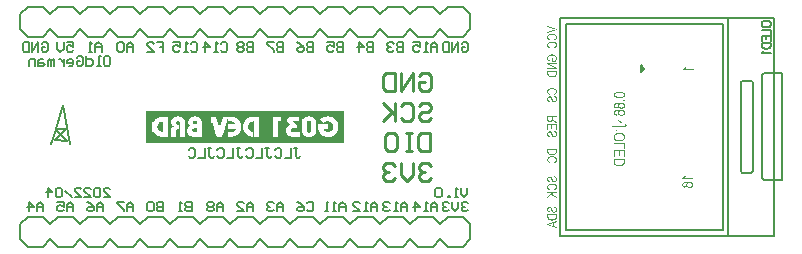
<source format=gbo>
G04*
G04 #@! TF.GenerationSoftware,Altium Limited,Altium Designer,19.1.5 (86)*
G04*
G04 Layer_Color=32896*
%FSLAX25Y25*%
%MOIN*%
G70*
G01*
G75*
%ADD11C,0.00500*%
%ADD13C,0.01000*%
%ADD15C,0.00800*%
%ADD17C,0.00600*%
G36*
X138000Y5330D02*
Y-5300D01*
X72000D01*
Y5330D01*
X138000D01*
D02*
G37*
G36*
X252175Y19952D02*
X252138Y19882D01*
X252097Y19817D01*
X252060Y19755D01*
X252023Y19702D01*
X251994Y19661D01*
X251986Y19644D01*
X251978Y19632D01*
X251970Y19628D01*
Y19624D01*
X251908Y19546D01*
X251851Y19476D01*
X251798Y19415D01*
X251752Y19366D01*
X251712Y19325D01*
X251683Y19296D01*
X251662Y19275D01*
X251654Y19271D01*
X254573D01*
Y18898D01*
X250826D01*
Y19144D01*
X250920Y19185D01*
X251010Y19234D01*
X251097Y19292D01*
X251170Y19345D01*
X251240Y19394D01*
X251265Y19419D01*
X251289Y19439D01*
X251310Y19452D01*
X251322Y19464D01*
X251330Y19472D01*
X251334Y19476D01*
X251429Y19567D01*
X251511Y19661D01*
X251584Y19755D01*
X251650Y19837D01*
X251699Y19911D01*
X251720Y19944D01*
X251736Y19968D01*
X251752Y19993D01*
X251761Y20009D01*
X251765Y20018D01*
X251769Y20022D01*
X252208D01*
X252175Y19952D01*
D02*
G37*
G36*
X251941Y-16338D02*
X251905Y-16408D01*
X251864Y-16474D01*
X251827Y-16535D01*
X251790Y-16588D01*
X251761Y-16629D01*
X251753Y-16646D01*
X251745Y-16658D01*
X251736Y-16662D01*
Y-16666D01*
X251675Y-16744D01*
X251618Y-16814D01*
X251564Y-16875D01*
X251519Y-16925D01*
X251478Y-16965D01*
X251449Y-16994D01*
X251429Y-17015D01*
X251421Y-17019D01*
X254340D01*
Y-17392D01*
X250592D01*
Y-17146D01*
X250687Y-17105D01*
X250777Y-17056D01*
X250863Y-16998D01*
X250937Y-16945D01*
X251007Y-16896D01*
X251031Y-16871D01*
X251056Y-16851D01*
X251076Y-16838D01*
X251089Y-16826D01*
X251097Y-16818D01*
X251101Y-16814D01*
X251195Y-16724D01*
X251277Y-16629D01*
X251351Y-16535D01*
X251417Y-16453D01*
X251466Y-16379D01*
X251486Y-16346D01*
X251503Y-16322D01*
X251519Y-16297D01*
X251527Y-16281D01*
X251531Y-16273D01*
X251536Y-16269D01*
X251974D01*
X251941Y-16338D01*
D02*
G37*
G36*
X252770Y-18343D02*
X252934Y-18351D01*
X253085Y-18368D01*
X253221Y-18384D01*
X253348Y-18409D01*
X253463Y-18433D01*
X253565Y-18462D01*
X253655Y-18491D01*
X253737Y-18515D01*
X253803Y-18544D01*
X253860Y-18569D01*
X253905Y-18593D01*
X253942Y-18610D01*
X253967Y-18626D01*
X253983Y-18634D01*
X253987Y-18638D01*
X254061Y-18696D01*
X254123Y-18757D01*
X254180Y-18819D01*
X254225Y-18884D01*
X254266Y-18950D01*
X254299Y-19011D01*
X254328Y-19073D01*
X254348Y-19130D01*
X254369Y-19188D01*
X254381Y-19237D01*
X254389Y-19286D01*
X254393Y-19323D01*
X254397Y-19356D01*
X254401Y-19380D01*
Y-19401D01*
X254393Y-19495D01*
X254377Y-19585D01*
X254356Y-19663D01*
X254328Y-19733D01*
X254303Y-19790D01*
X254278Y-19836D01*
X254270Y-19852D01*
X254262Y-19864D01*
X254258Y-19868D01*
Y-19872D01*
X254196Y-19950D01*
X254127Y-20016D01*
X254053Y-20077D01*
X253979Y-20127D01*
X253913Y-20168D01*
X253885Y-20184D01*
X253860Y-20196D01*
X253840Y-20209D01*
X253823Y-20217D01*
X253815Y-20221D01*
X253811D01*
X253692Y-20266D01*
X253573Y-20303D01*
X253458Y-20327D01*
X253356Y-20344D01*
X253307Y-20348D01*
X253266Y-20352D01*
X253225Y-20356D01*
X253192Y-20360D01*
X253167D01*
X253147D01*
X253134D01*
X253130D01*
X253028Y-20356D01*
X252934Y-20348D01*
X252843Y-20336D01*
X252757Y-20319D01*
X252679Y-20295D01*
X252610Y-20274D01*
X252540Y-20250D01*
X252483Y-20225D01*
X252429Y-20196D01*
X252380Y-20172D01*
X252343Y-20151D01*
X252310Y-20131D01*
X252282Y-20110D01*
X252265Y-20098D01*
X252253Y-20090D01*
X252249Y-20086D01*
X252191Y-20032D01*
X252138Y-19979D01*
X252093Y-19926D01*
X252056Y-19872D01*
X252023Y-19819D01*
X251999Y-19766D01*
X251974Y-19717D01*
X251958Y-19667D01*
X251945Y-19622D01*
X251933Y-19581D01*
X251925Y-19544D01*
X251921Y-19516D01*
Y-19491D01*
X251917Y-19471D01*
Y-19454D01*
X251921Y-19372D01*
X251937Y-19294D01*
X251958Y-19225D01*
X251978Y-19163D01*
X252003Y-19110D01*
X252023Y-19069D01*
X252032Y-19057D01*
X252040Y-19044D01*
X252044Y-19040D01*
Y-19036D01*
X252097Y-18966D01*
X252155Y-18905D01*
X252216Y-18847D01*
X252278Y-18802D01*
X252331Y-18765D01*
X252376Y-18737D01*
X252392Y-18724D01*
X252405Y-18716D01*
X252413Y-18712D01*
X252417Y-18712D01*
X252413D01*
X252413Y-18712D01*
X252290Y-18716D01*
X252175Y-18720D01*
X252064Y-18729D01*
X251966Y-18741D01*
X251872Y-18753D01*
X251786Y-18769D01*
X251708Y-18786D01*
X251638Y-18798D01*
X251581Y-18815D01*
X251527Y-18831D01*
X251482Y-18843D01*
X251445Y-18860D01*
X251417Y-18868D01*
X251396Y-18876D01*
X251384Y-18884D01*
X251380D01*
X251306Y-18921D01*
X251244Y-18962D01*
X251191Y-19007D01*
X251142Y-19048D01*
X251101Y-19093D01*
X251068Y-19139D01*
X251044Y-19180D01*
X251019Y-19220D01*
X251003Y-19257D01*
X250990Y-19294D01*
X250982Y-19327D01*
X250978Y-19356D01*
X250974Y-19376D01*
X250970Y-19397D01*
Y-19450D01*
X250978Y-19487D01*
X250998Y-19557D01*
X251027Y-19618D01*
X251060Y-19671D01*
X251093Y-19713D01*
X251121Y-19745D01*
X251142Y-19762D01*
X251146Y-19770D01*
X251150D01*
X251203Y-19807D01*
X251265Y-19840D01*
X251330Y-19868D01*
X251400Y-19889D01*
X251462Y-19909D01*
X251511Y-19922D01*
X251527Y-19926D01*
X251544D01*
X251552Y-19930D01*
X251556D01*
X251519Y-20303D01*
X251437Y-20291D01*
X251359Y-20274D01*
X251290Y-20258D01*
X251220Y-20233D01*
X251158Y-20213D01*
X251101Y-20188D01*
X251052Y-20164D01*
X251007Y-20139D01*
X250966Y-20114D01*
X250929Y-20090D01*
X250900Y-20069D01*
X250875Y-20049D01*
X250855Y-20032D01*
X250843Y-20024D01*
X250834Y-20016D01*
X250830Y-20012D01*
X250789Y-19967D01*
X250752Y-19922D01*
X250720Y-19872D01*
X250691Y-19823D01*
X250670Y-19774D01*
X250650Y-19725D01*
X250621Y-19635D01*
X250605Y-19557D01*
X250601Y-19520D01*
X250597Y-19491D01*
X250592Y-19466D01*
Y-19434D01*
X250597Y-19343D01*
X250613Y-19262D01*
X250634Y-19180D01*
X250666Y-19106D01*
X250699Y-19036D01*
X250740Y-18970D01*
X250781Y-18913D01*
X250822Y-18856D01*
X250867Y-18806D01*
X250908Y-18765D01*
X250949Y-18729D01*
X250982Y-18700D01*
X251015Y-18675D01*
X251035Y-18655D01*
X251052Y-18646D01*
X251056Y-18642D01*
X251150Y-18589D01*
X251253Y-18544D01*
X251367Y-18503D01*
X251490Y-18466D01*
X251618Y-18437D01*
X251745Y-18413D01*
X251872Y-18392D01*
X251995Y-18376D01*
X252118Y-18364D01*
X252228Y-18355D01*
X252331Y-18347D01*
X252417Y-18343D01*
X252458D01*
X252491D01*
X252519Y-18339D01*
X252544D01*
X252565D01*
X252581D01*
X252589D01*
X252593D01*
X252770Y-18343D01*
D02*
G37*
G36*
X208849Y32593D02*
Y32239D01*
X205688Y31229D01*
Y31576D01*
X207985Y32277D01*
X208082Y32305D01*
X208172Y32332D01*
X208263Y32357D01*
X208339Y32377D01*
X208374Y32384D01*
X208405Y32391D01*
X208433Y32398D01*
X208457Y32405D01*
X208478Y32409D01*
X208492Y32412D01*
X208499Y32416D01*
X208502D01*
X208408Y32440D01*
X208315Y32461D01*
X208228Y32485D01*
X208148Y32506D01*
X208114Y32516D01*
X208082Y32523D01*
X208055Y32530D01*
X208030Y32537D01*
X208013Y32544D01*
X207996Y32547D01*
X207989Y32551D01*
X207985D01*
X205688Y33224D01*
Y33595D01*
X208849Y32593D01*
D02*
G37*
G36*
X207343Y31021D02*
X207437Y31017D01*
X207527Y31010D01*
X207614Y31000D01*
X207694Y30986D01*
X207770Y30972D01*
X207839Y30958D01*
X207905Y30944D01*
X207964Y30930D01*
X208013Y30917D01*
X208058Y30903D01*
X208096Y30889D01*
X208127Y30878D01*
X208148Y30871D01*
X208162Y30865D01*
X208166D01*
X208235Y30833D01*
X208301Y30799D01*
X208360Y30764D01*
X208415Y30729D01*
X208468Y30694D01*
X208513Y30660D01*
X208554Y30628D01*
X208592Y30594D01*
X208624Y30566D01*
X208651Y30538D01*
X208676Y30511D01*
X208693Y30490D01*
X208710Y30472D01*
X208721Y30459D01*
X208724Y30452D01*
X208728Y30448D01*
X208759Y30400D01*
X208783Y30347D01*
X208807Y30295D01*
X208828Y30243D01*
X208860Y30139D01*
X208880Y30042D01*
X208887Y29997D01*
X208891Y29959D01*
X208894Y29921D01*
X208898Y29889D01*
X208901Y29865D01*
Y29830D01*
X208898Y29754D01*
X208891Y29681D01*
X208877Y29615D01*
X208860Y29549D01*
X208842Y29487D01*
X208818Y29431D01*
X208794Y29379D01*
X208769Y29331D01*
X208745Y29286D01*
X208724Y29247D01*
X208700Y29216D01*
X208683Y29188D01*
X208665Y29164D01*
X208651Y29150D01*
X208645Y29140D01*
X208641Y29136D01*
X208589Y29084D01*
X208530Y29036D01*
X208471Y28991D01*
X208405Y28953D01*
X208339Y28914D01*
X208273Y28883D01*
X208207Y28852D01*
X208141Y28828D01*
X208082Y28803D01*
X208027Y28786D01*
X207975Y28769D01*
X207930Y28755D01*
X207895Y28748D01*
X207867Y28741D01*
X207850Y28734D01*
X207843D01*
X207739Y29077D01*
X207812Y29091D01*
X207881Y29109D01*
X207947Y29129D01*
X208006Y29150D01*
X208058Y29171D01*
X208110Y29195D01*
X208155Y29216D01*
X208193Y29241D01*
X208231Y29261D01*
X208259Y29282D01*
X208287Y29303D01*
X208308Y29317D01*
X208325Y29331D01*
X208336Y29341D01*
X208343Y29348D01*
X208346Y29352D01*
X208381Y29390D01*
X208412Y29431D01*
X208436Y29473D01*
X208460Y29515D01*
X208478Y29556D01*
X208495Y29594D01*
X208520Y29671D01*
X208533Y29737D01*
X208537Y29765D01*
X208540Y29789D01*
X208544Y29810D01*
Y29837D01*
X208540Y29907D01*
X208530Y29973D01*
X208513Y30035D01*
X208492Y30091D01*
X208468Y30146D01*
X208443Y30195D01*
X208412Y30240D01*
X208381Y30281D01*
X208353Y30320D01*
X208322Y30351D01*
X208297Y30379D01*
X208270Y30403D01*
X208252Y30420D01*
X208235Y30434D01*
X208225Y30441D01*
X208221Y30445D01*
X208155Y30483D01*
X208086Y30518D01*
X208009Y30549D01*
X207930Y30577D01*
X207850Y30597D01*
X207770Y30615D01*
X207690Y30628D01*
X207610Y30642D01*
X207538Y30653D01*
X207468Y30660D01*
X207406Y30663D01*
X207354Y30667D01*
X207309Y30670D01*
X207274D01*
X207253D01*
X207249D01*
X207246D01*
X207166D01*
X207093Y30667D01*
X207020Y30660D01*
X206955Y30653D01*
X206892Y30646D01*
X206833Y30635D01*
X206781Y30625D01*
X206733Y30615D01*
X206687Y30604D01*
X206649Y30594D01*
X206618Y30583D01*
X206590Y30577D01*
X206566Y30569D01*
X206552Y30563D01*
X206542Y30559D01*
X206538D01*
X206486Y30538D01*
X206441Y30514D01*
X206354Y30462D01*
X206285Y30413D01*
X206226Y30365D01*
X206181Y30323D01*
X206150Y30288D01*
X206139Y30275D01*
X206132Y30264D01*
X206125Y30261D01*
Y30257D01*
X206080Y30184D01*
X206045Y30105D01*
X206021Y30032D01*
X206007Y29959D01*
X205997Y29900D01*
X205993Y29872D01*
Y29851D01*
X205990Y29830D01*
Y29806D01*
X205993Y29758D01*
X205997Y29713D01*
X206018Y29626D01*
X206052Y29549D01*
X206094Y29476D01*
X206143Y29414D01*
X206198Y29359D01*
X206257Y29307D01*
X206319Y29265D01*
X206382Y29227D01*
X206441Y29195D01*
X206497Y29168D01*
X206545Y29147D01*
X206587Y29133D01*
X206621Y29119D01*
X206642Y29116D01*
X206646Y29112D01*
X206649D01*
X206552Y28776D01*
X206469Y28796D01*
X206392Y28824D01*
X206323Y28852D01*
X206254Y28883D01*
X206195Y28914D01*
X206139Y28946D01*
X206087Y28977D01*
X206042Y29008D01*
X206000Y29039D01*
X205966Y29067D01*
X205934Y29091D01*
X205910Y29112D01*
X205893Y29133D01*
X205879Y29147D01*
X205872Y29154D01*
X205868Y29157D01*
X205827Y29209D01*
X205792Y29261D01*
X205757Y29317D01*
X205733Y29369D01*
X205709Y29425D01*
X205692Y29476D01*
X205660Y29577D01*
X205653Y29626D01*
X205646Y29667D01*
X205639Y29706D01*
X205636Y29737D01*
X205632Y29761D01*
Y29799D01*
X205636Y29862D01*
X205639Y29924D01*
X205660Y30042D01*
X205692Y30146D01*
X205709Y30195D01*
X205726Y30240D01*
X205744Y30281D01*
X205761Y30316D01*
X205775Y30347D01*
X205792Y30375D01*
X205802Y30396D01*
X205813Y30410D01*
X205816Y30420D01*
X205820Y30424D01*
X205855Y30476D01*
X205896Y30521D01*
X205983Y30611D01*
X206073Y30684D01*
X206160Y30746D01*
X206202Y30774D01*
X206240Y30799D01*
X206274Y30819D01*
X206306Y30833D01*
X206330Y30847D01*
X206347Y30858D01*
X206361Y30861D01*
X206365Y30865D01*
X206434Y30892D01*
X206507Y30917D01*
X206656Y30958D01*
X206802Y30986D01*
X206871Y30996D01*
X206941Y31003D01*
X207003Y31010D01*
X207062Y31017D01*
X207114Y31021D01*
X207159D01*
X207194Y31024D01*
X207222D01*
X207239D01*
X207246D01*
X207343Y31021D01*
D02*
G37*
G36*
Y28408D02*
X207437Y28404D01*
X207527Y28397D01*
X207614Y28387D01*
X207694Y28373D01*
X207770Y28359D01*
X207839Y28345D01*
X207905Y28331D01*
X207964Y28317D01*
X208013Y28304D01*
X208058Y28290D01*
X208096Y28276D01*
X208127Y28266D01*
X208148Y28258D01*
X208162Y28252D01*
X208166D01*
X208235Y28220D01*
X208301Y28186D01*
X208360Y28151D01*
X208415Y28116D01*
X208468Y28082D01*
X208513Y28047D01*
X208554Y28016D01*
X208592Y27981D01*
X208624Y27953D01*
X208651Y27925D01*
X208676Y27898D01*
X208693Y27877D01*
X208710Y27860D01*
X208721Y27846D01*
X208724Y27839D01*
X208728Y27835D01*
X208759Y27787D01*
X208783Y27735D01*
X208807Y27683D01*
X208828Y27630D01*
X208860Y27526D01*
X208880Y27429D01*
X208887Y27384D01*
X208891Y27346D01*
X208894Y27308D01*
X208898Y27277D01*
X208901Y27252D01*
Y27218D01*
X208898Y27141D01*
X208891Y27068D01*
X208877Y27002D01*
X208860Y26937D01*
X208842Y26874D01*
X208818Y26818D01*
X208794Y26766D01*
X208769Y26718D01*
X208745Y26673D01*
X208724Y26635D01*
X208700Y26603D01*
X208683Y26576D01*
X208665Y26551D01*
X208651Y26537D01*
X208645Y26527D01*
X208641Y26524D01*
X208589Y26471D01*
X208530Y26423D01*
X208471Y26378D01*
X208405Y26340D01*
X208339Y26301D01*
X208273Y26270D01*
X208207Y26239D01*
X208141Y26215D01*
X208082Y26190D01*
X208027Y26173D01*
X207975Y26156D01*
X207930Y26142D01*
X207895Y26135D01*
X207867Y26128D01*
X207850Y26121D01*
X207843D01*
X207739Y26465D01*
X207812Y26478D01*
X207881Y26496D01*
X207947Y26517D01*
X208006Y26537D01*
X208058Y26558D01*
X208110Y26583D01*
X208155Y26603D01*
X208193Y26628D01*
X208231Y26649D01*
X208259Y26669D01*
X208287Y26690D01*
X208308Y26704D01*
X208325Y26718D01*
X208336Y26728D01*
X208343Y26735D01*
X208346Y26739D01*
X208381Y26777D01*
X208412Y26818D01*
X208436Y26860D01*
X208460Y26902D01*
X208478Y26943D01*
X208495Y26982D01*
X208520Y27058D01*
X208533Y27124D01*
X208537Y27152D01*
X208540Y27176D01*
X208544Y27197D01*
Y27224D01*
X208540Y27294D01*
X208530Y27360D01*
X208513Y27422D01*
X208492Y27478D01*
X208468Y27533D01*
X208443Y27582D01*
X208412Y27627D01*
X208381Y27669D01*
X208353Y27707D01*
X208322Y27738D01*
X208297Y27766D01*
X208270Y27790D01*
X208252Y27807D01*
X208235Y27821D01*
X208225Y27828D01*
X208221Y27832D01*
X208155Y27870D01*
X208086Y27905D01*
X208009Y27936D01*
X207930Y27964D01*
X207850Y27984D01*
X207770Y28002D01*
X207690Y28016D01*
X207610Y28030D01*
X207538Y28040D01*
X207468Y28047D01*
X207406Y28050D01*
X207354Y28054D01*
X207309Y28057D01*
X207274D01*
X207253D01*
X207249D01*
X207246D01*
X207166D01*
X207093Y28054D01*
X207020Y28047D01*
X206955Y28040D01*
X206892Y28033D01*
X206833Y28023D01*
X206781Y28012D01*
X206733Y28002D01*
X206687Y27991D01*
X206649Y27981D01*
X206618Y27970D01*
X206590Y27964D01*
X206566Y27957D01*
X206552Y27950D01*
X206542Y27946D01*
X206538D01*
X206486Y27925D01*
X206441Y27901D01*
X206354Y27849D01*
X206285Y27801D01*
X206226Y27752D01*
X206181Y27710D01*
X206150Y27676D01*
X206139Y27662D01*
X206132Y27651D01*
X206125Y27648D01*
Y27644D01*
X206080Y27571D01*
X206045Y27492D01*
X206021Y27419D01*
X206007Y27346D01*
X205997Y27287D01*
X205993Y27259D01*
Y27238D01*
X205990Y27218D01*
Y27193D01*
X205993Y27145D01*
X205997Y27099D01*
X206018Y27013D01*
X206052Y26937D01*
X206094Y26864D01*
X206143Y26801D01*
X206198Y26746D01*
X206257Y26694D01*
X206319Y26652D01*
X206382Y26614D01*
X206441Y26583D01*
X206497Y26555D01*
X206545Y26534D01*
X206587Y26520D01*
X206621Y26506D01*
X206642Y26503D01*
X206646Y26499D01*
X206649D01*
X206552Y26163D01*
X206469Y26184D01*
X206392Y26211D01*
X206323Y26239D01*
X206254Y26270D01*
X206195Y26301D01*
X206139Y26333D01*
X206087Y26364D01*
X206042Y26395D01*
X206000Y26426D01*
X205966Y26454D01*
X205934Y26478D01*
X205910Y26499D01*
X205893Y26520D01*
X205879Y26534D01*
X205872Y26541D01*
X205868Y26544D01*
X205827Y26596D01*
X205792Y26649D01*
X205757Y26704D01*
X205733Y26756D01*
X205709Y26812D01*
X205692Y26864D01*
X205660Y26964D01*
X205653Y27013D01*
X205646Y27054D01*
X205639Y27093D01*
X205636Y27124D01*
X205632Y27148D01*
Y27186D01*
X205636Y27249D01*
X205639Y27311D01*
X205660Y27429D01*
X205692Y27533D01*
X205709Y27582D01*
X205726Y27627D01*
X205744Y27669D01*
X205761Y27703D01*
X205775Y27735D01*
X205792Y27762D01*
X205802Y27783D01*
X205813Y27797D01*
X205816Y27807D01*
X205820Y27811D01*
X205855Y27863D01*
X205896Y27908D01*
X205983Y27998D01*
X206073Y28071D01*
X206160Y28134D01*
X206202Y28161D01*
X206240Y28186D01*
X206274Y28207D01*
X206306Y28220D01*
X206330Y28234D01*
X206347Y28245D01*
X206361Y28248D01*
X206365Y28252D01*
X206434Y28279D01*
X206507Y28304D01*
X206656Y28345D01*
X206802Y28373D01*
X206871Y28383D01*
X206941Y28390D01*
X207003Y28397D01*
X207062Y28404D01*
X207114Y28408D01*
X207159D01*
X207194Y28411D01*
X207222D01*
X207239D01*
X207246D01*
X207343Y28408D01*
D02*
G37*
G36*
X207378Y24096D02*
X207468Y24093D01*
X207555Y24083D01*
X207635Y24072D01*
X207715Y24058D01*
X207784Y24045D01*
X207853Y24031D01*
X207912Y24013D01*
X207968Y23996D01*
X208016Y23982D01*
X208058Y23968D01*
X208093Y23954D01*
X208120Y23944D01*
X208141Y23933D01*
X208155Y23930D01*
X208159Y23926D01*
X208225Y23892D01*
X208287Y23857D01*
X208346Y23819D01*
X208398Y23781D01*
X208450Y23743D01*
X208495Y23701D01*
X208537Y23663D01*
X208572Y23628D01*
X208606Y23593D01*
X208634Y23559D01*
X208658Y23531D01*
X208679Y23507D01*
X208693Y23486D01*
X208703Y23472D01*
X208710Y23461D01*
X208714Y23458D01*
X208745Y23403D01*
X208776Y23344D01*
X208801Y23284D01*
X208821Y23226D01*
X208856Y23111D01*
X208867Y23059D01*
X208877Y23007D01*
X208884Y22962D01*
X208891Y22917D01*
X208894Y22879D01*
X208898Y22844D01*
X208901Y22820D01*
Y22781D01*
X208894Y22677D01*
X208880Y22573D01*
X208863Y22479D01*
X208839Y22396D01*
X208828Y22362D01*
X208818Y22327D01*
X208807Y22299D01*
X208797Y22271D01*
X208790Y22254D01*
X208783Y22237D01*
X208780Y22230D01*
Y22226D01*
X208728Y22126D01*
X208669Y22028D01*
X208606Y21942D01*
X208547Y21862D01*
X208520Y21827D01*
X208492Y21796D01*
X208471Y21768D01*
X208450Y21747D01*
X208433Y21726D01*
X208419Y21713D01*
X208412Y21706D01*
X208408Y21702D01*
X207232D01*
X207236Y22799D01*
X207607D01*
Y22039D01*
X208197D01*
X208245Y22091D01*
X208291Y22146D01*
X208329Y22202D01*
X208363Y22257D01*
X208391Y22306D01*
X208412Y22344D01*
X208419Y22358D01*
X208426Y22368D01*
X208429Y22375D01*
Y22379D01*
X208460Y22459D01*
X208485Y22532D01*
X208499Y22601D01*
X208513Y22663D01*
X208520Y22715D01*
Y22740D01*
X208523Y22757D01*
Y22792D01*
X208520Y22868D01*
X208509Y22944D01*
X208495Y23014D01*
X208474Y23080D01*
X208450Y23142D01*
X208422Y23198D01*
X208395Y23250D01*
X208363Y23298D01*
X208336Y23340D01*
X208308Y23375D01*
X208280Y23410D01*
X208256Y23434D01*
X208235Y23455D01*
X208221Y23469D01*
X208211Y23479D01*
X208207Y23482D01*
X208145Y23527D01*
X208075Y23569D01*
X208002Y23604D01*
X207926Y23635D01*
X207846Y23659D01*
X207770Y23680D01*
X207690Y23697D01*
X207614Y23711D01*
X207544Y23725D01*
X207475Y23732D01*
X207416Y23739D01*
X207364Y23743D01*
X207319D01*
X207288Y23746D01*
X207267D01*
X207260D01*
X207184D01*
X207111Y23739D01*
X207041Y23736D01*
X206975Y23725D01*
X206913Y23718D01*
X206854Y23708D01*
X206802Y23697D01*
X206750Y23684D01*
X206708Y23673D01*
X206670Y23663D01*
X206635Y23652D01*
X206608Y23642D01*
X206583Y23635D01*
X206569Y23628D01*
X206559Y23625D01*
X206556D01*
X206504Y23600D01*
X206455Y23576D01*
X206406Y23548D01*
X206365Y23520D01*
X206327Y23493D01*
X206292Y23465D01*
X206261Y23441D01*
X206233Y23413D01*
X206188Y23368D01*
X206153Y23333D01*
X206143Y23319D01*
X206136Y23309D01*
X206129Y23302D01*
Y23298D01*
X206084Y23219D01*
X206049Y23135D01*
X206025Y23052D01*
X206007Y22976D01*
X205997Y22910D01*
X205993Y22882D01*
Y22858D01*
X205990Y22837D01*
Y22809D01*
X205993Y22740D01*
X206000Y22674D01*
X206014Y22615D01*
X206028Y22563D01*
X206042Y22521D01*
X206056Y22490D01*
X206063Y22469D01*
X206066Y22462D01*
X206098Y22407D01*
X206132Y22358D01*
X206167Y22313D01*
X206198Y22278D01*
X206229Y22251D01*
X206254Y22230D01*
X206267Y22216D01*
X206274Y22212D01*
X206330Y22178D01*
X206392Y22146D01*
X206458Y22119D01*
X206524Y22094D01*
X206583Y22077D01*
X206608Y22070D01*
X206628Y22063D01*
X206649Y22060D01*
X206663Y22056D01*
X206670Y22053D01*
X206674D01*
X206569Y21744D01*
X206507Y21758D01*
X206451Y21772D01*
X206396Y21789D01*
X206344Y21806D01*
X206299Y21824D01*
X206254Y21841D01*
X206212Y21858D01*
X206177Y21872D01*
X206146Y21890D01*
X206118Y21903D01*
X206094Y21917D01*
X206073Y21928D01*
X206059Y21938D01*
X206049Y21945D01*
X206042Y21952D01*
X206038D01*
X205969Y22008D01*
X205910Y22067D01*
X205858Y22126D01*
X205816Y22181D01*
X205782Y22230D01*
X205761Y22271D01*
X205750Y22285D01*
X205744Y22296D01*
X205740Y22302D01*
Y22306D01*
X205705Y22389D01*
X205678Y22473D01*
X205660Y22556D01*
X205646Y22632D01*
X205643Y22670D01*
X205639Y22702D01*
X205636Y22729D01*
X205632Y22754D01*
Y22802D01*
X205636Y22872D01*
X205639Y22941D01*
X205660Y23069D01*
X205674Y23128D01*
X205692Y23184D01*
X205709Y23236D01*
X205723Y23281D01*
X205740Y23323D01*
X205757Y23361D01*
X205775Y23396D01*
X205789Y23420D01*
X205799Y23444D01*
X205809Y23458D01*
X205813Y23469D01*
X205816Y23472D01*
X205855Y23524D01*
X205893Y23573D01*
X205983Y23663D01*
X206077Y23739D01*
X206170Y23805D01*
X206212Y23833D01*
X206254Y23857D01*
X206292Y23878D01*
X206323Y23895D01*
X206347Y23909D01*
X206368Y23920D01*
X206382Y23923D01*
X206385Y23926D01*
X206458Y23958D01*
X206535Y23982D01*
X206611Y24006D01*
X206687Y24027D01*
X206837Y24058D01*
X206909Y24069D01*
X206979Y24079D01*
X207041Y24086D01*
X207100Y24090D01*
X207152Y24093D01*
X207197Y24096D01*
X207232Y24100D01*
X207260D01*
X207277D01*
X207284D01*
X207378Y24096D01*
D02*
G37*
G36*
X208849Y20883D02*
X206365D01*
X208849Y19523D01*
Y19173D01*
X205688D01*
Y19499D01*
X208179D01*
X205688Y20863D01*
Y21213D01*
X208849D01*
Y20883D01*
D02*
G37*
G36*
Y17667D02*
X208846Y17594D01*
X208842Y17524D01*
X208835Y17458D01*
X208825Y17396D01*
X208815Y17340D01*
X208801Y17288D01*
X208787Y17240D01*
X208769Y17195D01*
X208755Y17153D01*
X208742Y17118D01*
X208728Y17091D01*
X208717Y17066D01*
X208707Y17045D01*
X208700Y17032D01*
X208693Y17025D01*
Y17021D01*
X208662Y16976D01*
X208627Y16935D01*
X208544Y16855D01*
X208457Y16785D01*
X208370Y16726D01*
X208329Y16702D01*
X208291Y16681D01*
X208256Y16664D01*
X208225Y16646D01*
X208200Y16636D01*
X208183Y16626D01*
X208169Y16619D01*
X208166D01*
X208093Y16591D01*
X208020Y16567D01*
X207864Y16525D01*
X207711Y16497D01*
X207638Y16487D01*
X207569Y16480D01*
X207503Y16473D01*
X207444Y16466D01*
X207388Y16463D01*
X207343D01*
X207305Y16459D01*
X207277D01*
X207260D01*
X207253D01*
X207100Y16463D01*
X207031Y16466D01*
X206961Y16473D01*
X206899Y16480D01*
X206840Y16490D01*
X206785Y16497D01*
X206736Y16504D01*
X206687Y16515D01*
X206649Y16522D01*
X206614Y16532D01*
X206583Y16539D01*
X206562Y16542D01*
X206545Y16549D01*
X206535Y16553D01*
X206531D01*
X206420Y16591D01*
X206323Y16633D01*
X206236Y16678D01*
X206198Y16699D01*
X206163Y16719D01*
X206132Y16737D01*
X206104Y16754D01*
X206080Y16771D01*
X206059Y16785D01*
X206045Y16796D01*
X206035Y16806D01*
X206028Y16809D01*
X206025Y16813D01*
X205955Y16875D01*
X205896Y16941D01*
X205848Y17007D01*
X205809Y17070D01*
X205782Y17125D01*
X205771Y17146D01*
X205761Y17167D01*
X205754Y17184D01*
X205750Y17195D01*
X205747Y17202D01*
Y17205D01*
X205737Y17240D01*
X205726Y17275D01*
X205712Y17354D01*
X205702Y17438D01*
X205695Y17521D01*
X205692Y17594D01*
X205688Y17625D01*
Y18600D01*
X208849D01*
Y17667D01*
D02*
G37*
G36*
X207343Y12863D02*
X207437Y12860D01*
X207527Y12853D01*
X207614Y12842D01*
X207694Y12829D01*
X207770Y12815D01*
X207839Y12801D01*
X207905Y12787D01*
X207964Y12773D01*
X208013Y12759D01*
X208058Y12745D01*
X208096Y12731D01*
X208127Y12721D01*
X208148Y12714D01*
X208162Y12707D01*
X208166D01*
X208235Y12676D01*
X208301Y12641D01*
X208360Y12607D01*
X208415Y12572D01*
X208468Y12537D01*
X208513Y12502D01*
X208554Y12471D01*
X208592Y12436D01*
X208624Y12409D01*
X208651Y12381D01*
X208676Y12353D01*
X208693Y12332D01*
X208710Y12315D01*
X208721Y12301D01*
X208724Y12294D01*
X208728Y12291D01*
X208759Y12242D01*
X208783Y12190D01*
X208807Y12138D01*
X208828Y12086D01*
X208860Y11982D01*
X208880Y11885D01*
X208887Y11840D01*
X208891Y11801D01*
X208894Y11763D01*
X208898Y11732D01*
X208901Y11708D01*
Y11673D01*
X208898Y11597D01*
X208891Y11524D01*
X208877Y11458D01*
X208860Y11392D01*
X208842Y11329D01*
X208818Y11274D01*
X208794Y11222D01*
X208769Y11173D01*
X208745Y11128D01*
X208724Y11090D01*
X208700Y11059D01*
X208683Y11031D01*
X208665Y11007D01*
X208651Y10993D01*
X208645Y10983D01*
X208641Y10979D01*
X208589Y10927D01*
X208530Y10878D01*
X208471Y10833D01*
X208405Y10795D01*
X208339Y10757D01*
X208273Y10726D01*
X208207Y10695D01*
X208141Y10670D01*
X208082Y10646D01*
X208027Y10629D01*
X207975Y10611D01*
X207930Y10597D01*
X207895Y10590D01*
X207867Y10583D01*
X207850Y10576D01*
X207843D01*
X207739Y10920D01*
X207812Y10934D01*
X207881Y10951D01*
X207947Y10972D01*
X208006Y10993D01*
X208058Y11014D01*
X208110Y11038D01*
X208155Y11059D01*
X208193Y11083D01*
X208231Y11104D01*
X208259Y11125D01*
X208287Y11146D01*
X208308Y11159D01*
X208325Y11173D01*
X208336Y11184D01*
X208343Y11191D01*
X208346Y11194D01*
X208381Y11232D01*
X208412Y11274D01*
X208436Y11316D01*
X208460Y11357D01*
X208478Y11399D01*
X208495Y11437D01*
X208520Y11513D01*
X208533Y11579D01*
X208537Y11607D01*
X208540Y11631D01*
X208544Y11652D01*
Y11680D01*
X208540Y11749D01*
X208530Y11815D01*
X208513Y11878D01*
X208492Y11933D01*
X208468Y11989D01*
X208443Y12037D01*
X208412Y12083D01*
X208381Y12124D01*
X208353Y12162D01*
X208322Y12194D01*
X208297Y12221D01*
X208270Y12246D01*
X208252Y12263D01*
X208235Y12277D01*
X208225Y12284D01*
X208221Y12287D01*
X208155Y12325D01*
X208086Y12360D01*
X208009Y12391D01*
X207930Y12419D01*
X207850Y12440D01*
X207770Y12457D01*
X207690Y12471D01*
X207610Y12485D01*
X207538Y12495D01*
X207468Y12502D01*
X207406Y12506D01*
X207354Y12509D01*
X207309Y12513D01*
X207274D01*
X207253D01*
X207249D01*
X207246D01*
X207166D01*
X207093Y12509D01*
X207020Y12502D01*
X206955Y12495D01*
X206892Y12489D01*
X206833Y12478D01*
X206781Y12468D01*
X206733Y12457D01*
X206687Y12447D01*
X206649Y12436D01*
X206618Y12426D01*
X206590Y12419D01*
X206566Y12412D01*
X206552Y12405D01*
X206542Y12402D01*
X206538D01*
X206486Y12381D01*
X206441Y12357D01*
X206354Y12305D01*
X206285Y12256D01*
X206226Y12207D01*
X206181Y12166D01*
X206150Y12131D01*
X206139Y12117D01*
X206132Y12107D01*
X206125Y12103D01*
Y12100D01*
X206080Y12027D01*
X206045Y11947D01*
X206021Y11874D01*
X206007Y11801D01*
X205997Y11742D01*
X205993Y11715D01*
Y11694D01*
X205990Y11673D01*
Y11649D01*
X205993Y11600D01*
X205997Y11555D01*
X206018Y11468D01*
X206052Y11392D01*
X206094Y11319D01*
X206143Y11257D01*
X206198Y11201D01*
X206257Y11149D01*
X206319Y11107D01*
X206382Y11069D01*
X206441Y11038D01*
X206497Y11010D01*
X206545Y10989D01*
X206587Y10976D01*
X206621Y10962D01*
X206642Y10958D01*
X206646Y10955D01*
X206649D01*
X206552Y10618D01*
X206469Y10639D01*
X206392Y10667D01*
X206323Y10695D01*
X206254Y10726D01*
X206195Y10757D01*
X206139Y10788D01*
X206087Y10819D01*
X206042Y10851D01*
X206000Y10882D01*
X205966Y10910D01*
X205934Y10934D01*
X205910Y10955D01*
X205893Y10976D01*
X205879Y10989D01*
X205872Y10996D01*
X205868Y11000D01*
X205827Y11052D01*
X205792Y11104D01*
X205757Y11159D01*
X205733Y11212D01*
X205709Y11267D01*
X205692Y11319D01*
X205660Y11420D01*
X205653Y11468D01*
X205646Y11510D01*
X205639Y11548D01*
X205636Y11579D01*
X205632Y11604D01*
Y11642D01*
X205636Y11704D01*
X205639Y11767D01*
X205660Y11885D01*
X205692Y11989D01*
X205709Y12037D01*
X205726Y12083D01*
X205744Y12124D01*
X205761Y12159D01*
X205775Y12190D01*
X205792Y12218D01*
X205802Y12239D01*
X205813Y12252D01*
X205816Y12263D01*
X205820Y12266D01*
X205855Y12319D01*
X205896Y12364D01*
X205983Y12454D01*
X206073Y12527D01*
X206160Y12589D01*
X206202Y12617D01*
X206240Y12641D01*
X206274Y12662D01*
X206306Y12676D01*
X206330Y12690D01*
X206347Y12700D01*
X206361Y12704D01*
X206365Y12707D01*
X206434Y12735D01*
X206507Y12759D01*
X206656Y12801D01*
X206802Y12829D01*
X206871Y12839D01*
X206941Y12846D01*
X207003Y12853D01*
X207062Y12860D01*
X207114Y12863D01*
X207159D01*
X207194Y12867D01*
X207222D01*
X207239D01*
X207246D01*
X207343Y12863D01*
D02*
G37*
G36*
X207916Y10261D02*
X208002Y10247D01*
X208082Y10233D01*
X208159Y10212D01*
X208228Y10191D01*
X208294Y10167D01*
X208353Y10139D01*
X208405Y10112D01*
X208454Y10087D01*
X208495Y10059D01*
X208530Y10035D01*
X208561Y10014D01*
X208582Y9997D01*
X208599Y9980D01*
X208610Y9973D01*
X208613Y9969D01*
X208665Y9914D01*
X208707Y9855D01*
X208745Y9792D01*
X208780Y9730D01*
X208807Y9664D01*
X208832Y9601D01*
X208849Y9539D01*
X208867Y9480D01*
X208877Y9421D01*
X208887Y9369D01*
X208891Y9324D01*
X208898Y9282D01*
Y9247D01*
X208901Y9223D01*
Y9202D01*
X208898Y9091D01*
X208884Y8991D01*
X208867Y8901D01*
X208856Y8859D01*
X208842Y8824D01*
X208832Y8789D01*
X208821Y8762D01*
X208815Y8734D01*
X208804Y8713D01*
X208797Y8696D01*
X208790Y8685D01*
X208787Y8678D01*
Y8675D01*
X208738Y8599D01*
X208683Y8529D01*
X208627Y8470D01*
X208572Y8418D01*
X208523Y8380D01*
X208481Y8352D01*
X208468Y8342D01*
X208457Y8335D01*
X208450Y8328D01*
X208447D01*
X208360Y8286D01*
X208277Y8255D01*
X208193Y8231D01*
X208117Y8217D01*
X208082Y8210D01*
X208051Y8207D01*
X208023Y8203D01*
X207999D01*
X207982Y8200D01*
X207964D01*
X207957D01*
X207954D01*
X207853Y8207D01*
X207767Y8220D01*
X207687Y8238D01*
X207617Y8262D01*
X207586Y8272D01*
X207562Y8286D01*
X207538Y8297D01*
X207520Y8304D01*
X207506Y8314D01*
X207496Y8318D01*
X207489Y8325D01*
X207486D01*
X207416Y8373D01*
X207354Y8432D01*
X207298Y8491D01*
X207253Y8550D01*
X207215Y8602D01*
X207201Y8623D01*
X207187Y8644D01*
X207180Y8658D01*
X207173Y8671D01*
X207166Y8678D01*
Y8682D01*
X207152Y8713D01*
X207135Y8751D01*
X207118Y8789D01*
X207104Y8831D01*
X207072Y8921D01*
X207041Y9008D01*
X207031Y9050D01*
X207017Y9091D01*
X207007Y9126D01*
X206996Y9157D01*
X206989Y9185D01*
X206982Y9202D01*
X206979Y9216D01*
Y9220D01*
X206958Y9289D01*
X206937Y9355D01*
X206920Y9411D01*
X206899Y9463D01*
X206882Y9511D01*
X206864Y9553D01*
X206847Y9588D01*
X206833Y9619D01*
X206819Y9643D01*
X206805Y9667D01*
X206795Y9685D01*
X206785Y9699D01*
X206778Y9709D01*
X206771Y9716D01*
X206767Y9723D01*
X206722Y9761D01*
X206674Y9785D01*
X206625Y9806D01*
X206576Y9820D01*
X206535Y9827D01*
X206500Y9831D01*
X206486Y9834D01*
X206476D01*
X206472D01*
X206469D01*
X206431Y9831D01*
X206396Y9827D01*
X206330Y9810D01*
X206271Y9785D01*
X206222Y9758D01*
X206184Y9730D01*
X206156Y9706D01*
X206139Y9688D01*
X206132Y9681D01*
X206087Y9619D01*
X206056Y9546D01*
X206031Y9473D01*
X206018Y9400D01*
X206007Y9338D01*
X206004Y9310D01*
Y9286D01*
X206000Y9265D01*
Y9185D01*
X206007Y9137D01*
X206025Y9046D01*
X206049Y8970D01*
X206073Y8907D01*
X206101Y8859D01*
X206115Y8838D01*
X206125Y8821D01*
X206136Y8810D01*
X206143Y8800D01*
X206146Y8793D01*
X206150D01*
X206181Y8765D01*
X206212Y8737D01*
X206285Y8696D01*
X206361Y8664D01*
X206434Y8640D01*
X206504Y8623D01*
X206531Y8616D01*
X206556Y8613D01*
X206576Y8609D01*
X206594Y8606D01*
X206604D01*
X206608D01*
X206576Y8276D01*
X206472Y8283D01*
X206375Y8300D01*
X206292Y8321D01*
X206219Y8345D01*
X206188Y8356D01*
X206160Y8370D01*
X206136Y8380D01*
X206115Y8387D01*
X206098Y8397D01*
X206087Y8401D01*
X206080Y8408D01*
X206077D01*
X206000Y8456D01*
X205934Y8508D01*
X205879Y8567D01*
X205830Y8619D01*
X205796Y8668D01*
X205768Y8710D01*
X205757Y8724D01*
X205754Y8734D01*
X205747Y8741D01*
Y8744D01*
X205709Y8828D01*
X205681Y8914D01*
X205660Y8998D01*
X205646Y9077D01*
X205643Y9112D01*
X205639Y9143D01*
X205636Y9175D01*
X205632Y9199D01*
Y9247D01*
X205636Y9324D01*
X205643Y9397D01*
X205657Y9466D01*
X205671Y9529D01*
X205688Y9588D01*
X205709Y9643D01*
X205733Y9695D01*
X205754Y9740D01*
X205778Y9782D01*
X205802Y9817D01*
X205823Y9848D01*
X205841Y9872D01*
X205855Y9893D01*
X205868Y9907D01*
X205875Y9914D01*
X205879Y9917D01*
X205927Y9959D01*
X205976Y9997D01*
X206028Y10032D01*
X206080Y10059D01*
X206132Y10084D01*
X206184Y10105D01*
X206233Y10119D01*
X206281Y10132D01*
X206327Y10143D01*
X206368Y10150D01*
X206406Y10157D01*
X206441Y10160D01*
X206465Y10164D01*
X206486D01*
X206500D01*
X206504D01*
X206583Y10160D01*
X206653Y10150D01*
X206719Y10136D01*
X206778Y10122D01*
X206823Y10108D01*
X206857Y10094D01*
X206871Y10087D01*
X206882Y10084D01*
X206885Y10080D01*
X206889D01*
X206948Y10046D01*
X207003Y10004D01*
X207048Y9966D01*
X207090Y9928D01*
X207121Y9893D01*
X207145Y9862D01*
X207159Y9844D01*
X207166Y9837D01*
X207187Y9806D01*
X207208Y9771D01*
X207246Y9692D01*
X207284Y9605D01*
X207315Y9518D01*
X207329Y9477D01*
X207343Y9442D01*
X207357Y9407D01*
X207364Y9376D01*
X207374Y9352D01*
X207381Y9334D01*
X207385Y9320D01*
Y9317D01*
X207406Y9244D01*
X207427Y9175D01*
X207447Y9116D01*
X207465Y9060D01*
X207482Y9012D01*
X207499Y8966D01*
X207513Y8928D01*
X207527Y8894D01*
X207538Y8866D01*
X207548Y8841D01*
X207555Y8824D01*
X207562Y8807D01*
X207569Y8796D01*
X207572Y8789D01*
X207576Y8783D01*
X207604Y8737D01*
X207631Y8699D01*
X207659Y8668D01*
X207687Y8640D01*
X207708Y8623D01*
X207728Y8606D01*
X207742Y8599D01*
X207746Y8595D01*
X207787Y8574D01*
X207829Y8561D01*
X207867Y8547D01*
X207905Y8540D01*
X207940Y8536D01*
X207964Y8533D01*
X207982D01*
X207989D01*
X208034Y8536D01*
X208075Y8540D01*
X208152Y8561D01*
X208218Y8585D01*
X208273Y8616D01*
X208318Y8647D01*
X208349Y8675D01*
X208370Y8696D01*
X208374Y8699D01*
X208377Y8703D01*
X208426Y8772D01*
X208460Y8849D01*
X208488Y8928D01*
X208506Y9005D01*
X208516Y9074D01*
X208520Y9102D01*
Y9126D01*
X208523Y9150D01*
Y9178D01*
X208520Y9258D01*
X208509Y9327D01*
X208495Y9393D01*
X208478Y9452D01*
X208464Y9497D01*
X208450Y9532D01*
X208443Y9546D01*
X208440Y9556D01*
X208436Y9560D01*
Y9563D01*
X208401Y9622D01*
X208363Y9678D01*
X208325Y9723D01*
X208287Y9758D01*
X208256Y9789D01*
X208228Y9810D01*
X208211Y9824D01*
X208204Y9827D01*
X208145Y9858D01*
X208079Y9883D01*
X208009Y9903D01*
X207944Y9917D01*
X207885Y9928D01*
X207860Y9935D01*
X207836D01*
X207819Y9938D01*
X207805Y9941D01*
X207798D01*
X207794D01*
X207825Y10264D01*
X207916Y10261D01*
D02*
G37*
G36*
X208849Y3156D02*
X207444D01*
Y2764D01*
X207447Y2702D01*
X207451Y2650D01*
X207458Y2605D01*
X207468Y2567D01*
X207478Y2535D01*
X207486Y2514D01*
X207489Y2501D01*
X207492Y2497D01*
X207513Y2459D01*
X207541Y2424D01*
X207569Y2393D01*
X207600Y2362D01*
X207628Y2338D01*
X207652Y2317D01*
X207666Y2303D01*
X207673Y2299D01*
X207701Y2279D01*
X207735Y2258D01*
X207770Y2233D01*
X207812Y2209D01*
X207898Y2157D01*
X207985Y2108D01*
X208065Y2063D01*
X208100Y2043D01*
X208131Y2025D01*
X208155Y2015D01*
X208176Y2004D01*
X208190Y1997D01*
X208193Y1994D01*
X208849Y1650D01*
Y1217D01*
X207992Y1671D01*
X207912Y1716D01*
X207836Y1761D01*
X207767Y1807D01*
X207708Y1848D01*
X207659Y1883D01*
X207621Y1914D01*
X207607Y1925D01*
X207596Y1932D01*
X207593Y1935D01*
X207590Y1939D01*
X207555Y1970D01*
X207524Y2004D01*
X207492Y2043D01*
X207468Y2077D01*
X207444Y2108D01*
X207427Y2133D01*
X207416Y2150D01*
X207413Y2157D01*
X207399Y2091D01*
X207385Y2032D01*
X207364Y1977D01*
X207343Y1925D01*
X207322Y1876D01*
X207298Y1831D01*
X207274Y1789D01*
X207249Y1755D01*
X207225Y1720D01*
X207204Y1692D01*
X207184Y1671D01*
X207166Y1650D01*
X207152Y1637D01*
X207142Y1623D01*
X207135Y1619D01*
X207132Y1616D01*
X207090Y1581D01*
X207041Y1553D01*
X206996Y1529D01*
X206948Y1508D01*
X206851Y1474D01*
X206757Y1453D01*
X206715Y1442D01*
X206674Y1439D01*
X206639Y1435D01*
X206608Y1432D01*
X206583Y1428D01*
X206566D01*
X206552D01*
X206549D01*
X206451Y1432D01*
X206361Y1446D01*
X206278Y1463D01*
X206208Y1484D01*
X206177Y1494D01*
X206153Y1505D01*
X206129Y1515D01*
X206108Y1522D01*
X206094Y1529D01*
X206084Y1536D01*
X206077Y1539D01*
X206073D01*
X206000Y1585D01*
X205938Y1630D01*
X205889Y1678D01*
X205848Y1723D01*
X205816Y1761D01*
X205796Y1796D01*
X205782Y1817D01*
X205778Y1821D01*
Y1824D01*
X205761Y1859D01*
X205747Y1897D01*
X205726Y1977D01*
X205709Y2067D01*
X205698Y2150D01*
X205695Y2192D01*
X205692Y2230D01*
Y2265D01*
X205688Y2292D01*
Y3500D01*
X208849D01*
Y3156D01*
D02*
G37*
G36*
Y-1056D02*
X208478D01*
Y533D01*
X207399D01*
Y-903D01*
X207027D01*
Y533D01*
X206059D01*
Y-997D01*
X205688D01*
Y877D01*
X208849D01*
Y-1056D01*
D02*
G37*
G36*
X207916Y-1417D02*
X208002Y-1431D01*
X208082Y-1445D01*
X208159Y-1466D01*
X208228Y-1486D01*
X208294Y-1511D01*
X208353Y-1538D01*
X208405Y-1566D01*
X208454Y-1591D01*
X208495Y-1618D01*
X208530Y-1643D01*
X208561Y-1663D01*
X208582Y-1681D01*
X208599Y-1698D01*
X208610Y-1705D01*
X208613Y-1709D01*
X208665Y-1764D01*
X208707Y-1823D01*
X208745Y-1885D01*
X208780Y-1948D01*
X208807Y-2014D01*
X208832Y-2076D01*
X208849Y-2139D01*
X208867Y-2198D01*
X208877Y-2257D01*
X208887Y-2309D01*
X208891Y-2354D01*
X208898Y-2396D01*
Y-2430D01*
X208901Y-2455D01*
Y-2475D01*
X208898Y-2586D01*
X208884Y-2687D01*
X208867Y-2777D01*
X208856Y-2819D01*
X208842Y-2854D01*
X208832Y-2888D01*
X208821Y-2916D01*
X208815Y-2944D01*
X208804Y-2965D01*
X208797Y-2982D01*
X208790Y-2992D01*
X208787Y-2999D01*
Y-3003D01*
X208738Y-3079D01*
X208683Y-3148D01*
X208627Y-3207D01*
X208572Y-3260D01*
X208523Y-3298D01*
X208481Y-3325D01*
X208468Y-3336D01*
X208457Y-3343D01*
X208450Y-3350D01*
X208447D01*
X208360Y-3391D01*
X208277Y-3423D01*
X208193Y-3447D01*
X208117Y-3461D01*
X208082Y-3468D01*
X208051Y-3471D01*
X208023Y-3475D01*
X207999D01*
X207982Y-3478D01*
X207964D01*
X207957D01*
X207954D01*
X207853Y-3471D01*
X207767Y-3457D01*
X207687Y-3440D01*
X207617Y-3416D01*
X207586Y-3405D01*
X207562Y-3391D01*
X207538Y-3381D01*
X207520Y-3374D01*
X207506Y-3364D01*
X207496Y-3360D01*
X207489Y-3353D01*
X207486D01*
X207416Y-3305D01*
X207354Y-3246D01*
X207298Y-3187D01*
X207253Y-3128D01*
X207215Y-3076D01*
X207201Y-3055D01*
X207187Y-3034D01*
X207180Y-3020D01*
X207173Y-3006D01*
X207166Y-2999D01*
Y-2996D01*
X207152Y-2965D01*
X207135Y-2926D01*
X207118Y-2888D01*
X207104Y-2847D01*
X207072Y-2756D01*
X207041Y-2670D01*
X207031Y-2628D01*
X207017Y-2586D01*
X207007Y-2552D01*
X206996Y-2520D01*
X206989Y-2493D01*
X206982Y-2475D01*
X206979Y-2461D01*
Y-2458D01*
X206958Y-2389D01*
X206937Y-2323D01*
X206920Y-2267D01*
X206899Y-2215D01*
X206882Y-2166D01*
X206864Y-2125D01*
X206847Y-2090D01*
X206833Y-2059D01*
X206819Y-2035D01*
X206805Y-2010D01*
X206795Y-1993D01*
X206785Y-1979D01*
X206778Y-1969D01*
X206771Y-1962D01*
X206767Y-1955D01*
X206722Y-1917D01*
X206674Y-1892D01*
X206625Y-1872D01*
X206576Y-1858D01*
X206535Y-1851D01*
X206500Y-1847D01*
X206486Y-1844D01*
X206476D01*
X206472D01*
X206469D01*
X206431Y-1847D01*
X206396Y-1851D01*
X206330Y-1868D01*
X206271Y-1892D01*
X206222Y-1920D01*
X206184Y-1948D01*
X206156Y-1972D01*
X206139Y-1990D01*
X206132Y-1997D01*
X206087Y-2059D01*
X206056Y-2132D01*
X206031Y-2205D01*
X206018Y-2278D01*
X206007Y-2340D01*
X206004Y-2368D01*
Y-2392D01*
X206000Y-2413D01*
Y-2493D01*
X206007Y-2541D01*
X206025Y-2631D01*
X206049Y-2708D01*
X206073Y-2770D01*
X206101Y-2819D01*
X206115Y-2840D01*
X206125Y-2857D01*
X206136Y-2867D01*
X206143Y-2878D01*
X206146Y-2885D01*
X206150D01*
X206181Y-2913D01*
X206212Y-2940D01*
X206285Y-2982D01*
X206361Y-3013D01*
X206434Y-3038D01*
X206504Y-3055D01*
X206531Y-3062D01*
X206556Y-3065D01*
X206576Y-3069D01*
X206594Y-3072D01*
X206604D01*
X206608D01*
X206576Y-3402D01*
X206472Y-3395D01*
X206375Y-3378D01*
X206292Y-3357D01*
X206219Y-3332D01*
X206188Y-3322D01*
X206160Y-3308D01*
X206136Y-3298D01*
X206115Y-3291D01*
X206098Y-3280D01*
X206087Y-3277D01*
X206080Y-3270D01*
X206077D01*
X206000Y-3221D01*
X205934Y-3169D01*
X205879Y-3110D01*
X205830Y-3058D01*
X205796Y-3010D01*
X205768Y-2968D01*
X205757Y-2954D01*
X205754Y-2944D01*
X205747Y-2937D01*
Y-2933D01*
X205709Y-2850D01*
X205681Y-2763D01*
X205660Y-2680D01*
X205646Y-2600D01*
X205643Y-2566D01*
X205639Y-2534D01*
X205636Y-2503D01*
X205632Y-2479D01*
Y-2430D01*
X205636Y-2354D01*
X205643Y-2281D01*
X205657Y-2212D01*
X205671Y-2149D01*
X205688Y-2090D01*
X205709Y-2035D01*
X205733Y-1983D01*
X205754Y-1938D01*
X205778Y-1896D01*
X205802Y-1861D01*
X205823Y-1830D01*
X205841Y-1806D01*
X205855Y-1785D01*
X205868Y-1771D01*
X205875Y-1764D01*
X205879Y-1760D01*
X205927Y-1719D01*
X205976Y-1681D01*
X206028Y-1646D01*
X206080Y-1618D01*
X206132Y-1594D01*
X206184Y-1573D01*
X206233Y-1559D01*
X206281Y-1545D01*
X206327Y-1535D01*
X206368Y-1528D01*
X206406Y-1521D01*
X206441Y-1518D01*
X206465Y-1514D01*
X206486D01*
X206500D01*
X206504D01*
X206583Y-1518D01*
X206653Y-1528D01*
X206719Y-1542D01*
X206778Y-1556D01*
X206823Y-1570D01*
X206857Y-1584D01*
X206871Y-1591D01*
X206882Y-1594D01*
X206885Y-1597D01*
X206889D01*
X206948Y-1632D01*
X207003Y-1674D01*
X207048Y-1712D01*
X207090Y-1750D01*
X207121Y-1785D01*
X207145Y-1816D01*
X207159Y-1833D01*
X207166Y-1840D01*
X207187Y-1872D01*
X207208Y-1906D01*
X207246Y-1986D01*
X207284Y-2073D01*
X207315Y-2160D01*
X207329Y-2201D01*
X207343Y-2236D01*
X207357Y-2271D01*
X207364Y-2302D01*
X207374Y-2326D01*
X207381Y-2344D01*
X207385Y-2357D01*
Y-2361D01*
X207406Y-2434D01*
X207427Y-2503D01*
X207447Y-2562D01*
X207465Y-2618D01*
X207482Y-2666D01*
X207499Y-2711D01*
X207513Y-2750D01*
X207527Y-2784D01*
X207538Y-2812D01*
X207548Y-2836D01*
X207555Y-2854D01*
X207562Y-2871D01*
X207569Y-2881D01*
X207572Y-2888D01*
X207576Y-2895D01*
X207604Y-2940D01*
X207631Y-2978D01*
X207659Y-3010D01*
X207687Y-3038D01*
X207708Y-3055D01*
X207728Y-3072D01*
X207742Y-3079D01*
X207746Y-3083D01*
X207787Y-3103D01*
X207829Y-3117D01*
X207867Y-3131D01*
X207905Y-3138D01*
X207940Y-3142D01*
X207964Y-3145D01*
X207982D01*
X207989D01*
X208034Y-3142D01*
X208075Y-3138D01*
X208152Y-3117D01*
X208218Y-3093D01*
X208273Y-3062D01*
X208318Y-3031D01*
X208349Y-3003D01*
X208370Y-2982D01*
X208374Y-2978D01*
X208377Y-2975D01*
X208426Y-2906D01*
X208460Y-2829D01*
X208488Y-2750D01*
X208506Y-2673D01*
X208516Y-2604D01*
X208520Y-2576D01*
Y-2552D01*
X208523Y-2527D01*
Y-2500D01*
X208520Y-2420D01*
X208509Y-2350D01*
X208495Y-2285D01*
X208478Y-2225D01*
X208464Y-2180D01*
X208450Y-2146D01*
X208443Y-2132D01*
X208440Y-2121D01*
X208436Y-2118D01*
Y-2114D01*
X208401Y-2056D01*
X208363Y-2000D01*
X208325Y-1955D01*
X208287Y-1920D01*
X208256Y-1889D01*
X208228Y-1868D01*
X208211Y-1854D01*
X208204Y-1851D01*
X208145Y-1819D01*
X208079Y-1795D01*
X208009Y-1774D01*
X207944Y-1760D01*
X207885Y-1750D01*
X207860Y-1743D01*
X207836D01*
X207819Y-1740D01*
X207805Y-1736D01*
X207798D01*
X207794D01*
X207825Y-1414D01*
X207916Y-1417D01*
D02*
G37*
G36*
X208849Y-8259D02*
X208846Y-8332D01*
X208842Y-8402D01*
X208835Y-8468D01*
X208825Y-8530D01*
X208815Y-8586D01*
X208801Y-8638D01*
X208787Y-8686D01*
X208769Y-8731D01*
X208755Y-8773D01*
X208742Y-8808D01*
X208728Y-8835D01*
X208717Y-8860D01*
X208707Y-8881D01*
X208700Y-8895D01*
X208693Y-8901D01*
Y-8905D01*
X208662Y-8950D01*
X208627Y-8992D01*
X208544Y-9071D01*
X208457Y-9141D01*
X208370Y-9200D01*
X208329Y-9224D01*
X208291Y-9245D01*
X208256Y-9262D01*
X208225Y-9280D01*
X208200Y-9290D01*
X208183Y-9300D01*
X208169Y-9307D01*
X208166D01*
X208093Y-9335D01*
X208020Y-9359D01*
X207864Y-9401D01*
X207711Y-9429D01*
X207638Y-9439D01*
X207569Y-9446D01*
X207503Y-9453D01*
X207444Y-9460D01*
X207388Y-9464D01*
X207343D01*
X207305Y-9467D01*
X207277D01*
X207260D01*
X207253D01*
X207100Y-9464D01*
X207031Y-9460D01*
X206961Y-9453D01*
X206899Y-9446D01*
X206840Y-9436D01*
X206785Y-9429D01*
X206736Y-9422D01*
X206687Y-9411D01*
X206649Y-9405D01*
X206614Y-9394D01*
X206583Y-9387D01*
X206562Y-9384D01*
X206545Y-9377D01*
X206535Y-9373D01*
X206531D01*
X206420Y-9335D01*
X206323Y-9294D01*
X206236Y-9248D01*
X206198Y-9228D01*
X206163Y-9207D01*
X206132Y-9189D01*
X206104Y-9172D01*
X206080Y-9155D01*
X206059Y-9141D01*
X206045Y-9130D01*
X206035Y-9120D01*
X206028Y-9116D01*
X206025Y-9113D01*
X205955Y-9051D01*
X205896Y-8985D01*
X205848Y-8919D01*
X205809Y-8856D01*
X205782Y-8801D01*
X205771Y-8780D01*
X205761Y-8759D01*
X205754Y-8742D01*
X205750Y-8731D01*
X205747Y-8724D01*
Y-8721D01*
X205737Y-8686D01*
X205726Y-8652D01*
X205712Y-8572D01*
X205702Y-8489D01*
X205695Y-8405D01*
X205692Y-8332D01*
X205688Y-8301D01*
Y-7326D01*
X208849D01*
Y-8259D01*
D02*
G37*
G36*
X207343Y-9845D02*
X207437Y-9849D01*
X207527Y-9856D01*
X207614Y-9866D01*
X207694Y-9880D01*
X207770Y-9894D01*
X207839Y-9908D01*
X207905Y-9922D01*
X207964Y-9935D01*
X208013Y-9949D01*
X208058Y-9963D01*
X208096Y-9977D01*
X208127Y-9988D01*
X208148Y-9995D01*
X208162Y-10001D01*
X208166D01*
X208235Y-10033D01*
X208301Y-10067D01*
X208360Y-10102D01*
X208415Y-10137D01*
X208468Y-10171D01*
X208513Y-10206D01*
X208554Y-10237D01*
X208592Y-10272D01*
X208624Y-10300D01*
X208651Y-10328D01*
X208676Y-10355D01*
X208693Y-10376D01*
X208710Y-10394D01*
X208721Y-10407D01*
X208724Y-10414D01*
X208728Y-10418D01*
X208759Y-10466D01*
X208783Y-10518D01*
X208807Y-10571D01*
X208828Y-10622D01*
X208860Y-10727D01*
X208880Y-10824D01*
X208887Y-10869D01*
X208891Y-10907D01*
X208894Y-10945D01*
X208898Y-10977D01*
X208901Y-11001D01*
Y-11035D01*
X208898Y-11112D01*
X208891Y-11185D01*
X208877Y-11251D01*
X208860Y-11316D01*
X208842Y-11379D01*
X208818Y-11434D01*
X208794Y-11486D01*
X208769Y-11535D01*
X208745Y-11580D01*
X208724Y-11618D01*
X208700Y-11650D01*
X208683Y-11677D01*
X208665Y-11702D01*
X208651Y-11716D01*
X208645Y-11726D01*
X208641Y-11729D01*
X208589Y-11782D01*
X208530Y-11830D01*
X208471Y-11875D01*
X208405Y-11913D01*
X208339Y-11952D01*
X208273Y-11983D01*
X208207Y-12014D01*
X208141Y-12038D01*
X208082Y-12063D01*
X208027Y-12080D01*
X207975Y-12097D01*
X207930Y-12111D01*
X207895Y-12118D01*
X207867Y-12125D01*
X207850Y-12132D01*
X207843D01*
X207739Y-11788D01*
X207812Y-11775D01*
X207881Y-11757D01*
X207947Y-11736D01*
X208006Y-11716D01*
X208058Y-11695D01*
X208110Y-11671D01*
X208155Y-11650D01*
X208193Y-11625D01*
X208231Y-11604D01*
X208259Y-11584D01*
X208287Y-11563D01*
X208308Y-11549D01*
X208325Y-11535D01*
X208336Y-11525D01*
X208343Y-11518D01*
X208346Y-11514D01*
X208381Y-11476D01*
X208412Y-11434D01*
X208436Y-11393D01*
X208460Y-11351D01*
X208478Y-11310D01*
X208495Y-11271D01*
X208520Y-11195D01*
X208533Y-11129D01*
X208537Y-11101D01*
X208540Y-11077D01*
X208544Y-11056D01*
Y-11028D01*
X208540Y-10959D01*
X208530Y-10893D01*
X208513Y-10831D01*
X208492Y-10775D01*
X208468Y-10720D01*
X208443Y-10671D01*
X208412Y-10626D01*
X208381Y-10584D01*
X208353Y-10546D01*
X208322Y-10515D01*
X208297Y-10487D01*
X208270Y-10463D01*
X208252Y-10446D01*
X208235Y-10432D01*
X208225Y-10425D01*
X208221Y-10421D01*
X208155Y-10383D01*
X208086Y-10348D01*
X208009Y-10317D01*
X207930Y-10289D01*
X207850Y-10269D01*
X207770Y-10251D01*
X207690Y-10237D01*
X207610Y-10223D01*
X207538Y-10213D01*
X207468Y-10206D01*
X207406Y-10203D01*
X207354Y-10199D01*
X207309Y-10196D01*
X207274D01*
X207253D01*
X207249D01*
X207246D01*
X207166D01*
X207093Y-10199D01*
X207020Y-10206D01*
X206955Y-10213D01*
X206892Y-10220D01*
X206833Y-10230D01*
X206781Y-10241D01*
X206733Y-10251D01*
X206687Y-10262D01*
X206649Y-10272D01*
X206618Y-10283D01*
X206590Y-10289D01*
X206566Y-10296D01*
X206552Y-10303D01*
X206542Y-10307D01*
X206538D01*
X206486Y-10328D01*
X206441Y-10352D01*
X206354Y-10404D01*
X206285Y-10452D01*
X206226Y-10501D01*
X206181Y-10543D01*
X206150Y-10577D01*
X206139Y-10591D01*
X206132Y-10602D01*
X206125Y-10605D01*
Y-10609D01*
X206080Y-10682D01*
X206045Y-10761D01*
X206021Y-10834D01*
X206007Y-10907D01*
X205997Y-10966D01*
X205993Y-10994D01*
Y-11015D01*
X205990Y-11035D01*
Y-11060D01*
X205993Y-11108D01*
X205997Y-11153D01*
X206018Y-11240D01*
X206052Y-11316D01*
X206094Y-11389D01*
X206143Y-11452D01*
X206198Y-11507D01*
X206257Y-11559D01*
X206319Y-11601D01*
X206382Y-11639D01*
X206441Y-11671D01*
X206497Y-11698D01*
X206545Y-11719D01*
X206587Y-11733D01*
X206621Y-11747D01*
X206642Y-11750D01*
X206646Y-11754D01*
X206649D01*
X206552Y-12090D01*
X206469Y-12070D01*
X206392Y-12042D01*
X206323Y-12014D01*
X206254Y-11983D01*
X206195Y-11952D01*
X206139Y-11920D01*
X206087Y-11889D01*
X206042Y-11858D01*
X206000Y-11827D01*
X205966Y-11799D01*
X205934Y-11775D01*
X205910Y-11754D01*
X205893Y-11733D01*
X205879Y-11719D01*
X205872Y-11712D01*
X205868Y-11709D01*
X205827Y-11657D01*
X205792Y-11604D01*
X205757Y-11549D01*
X205733Y-11497D01*
X205709Y-11441D01*
X205692Y-11389D01*
X205660Y-11289D01*
X205653Y-11240D01*
X205646Y-11198D01*
X205639Y-11160D01*
X205636Y-11129D01*
X205632Y-11105D01*
Y-11067D01*
X205636Y-11004D01*
X205639Y-10942D01*
X205660Y-10824D01*
X205692Y-10720D01*
X205709Y-10671D01*
X205726Y-10626D01*
X205744Y-10584D01*
X205761Y-10550D01*
X205775Y-10518D01*
X205792Y-10491D01*
X205802Y-10470D01*
X205813Y-10456D01*
X205816Y-10446D01*
X205820Y-10442D01*
X205855Y-10390D01*
X205896Y-10345D01*
X205983Y-10255D01*
X206073Y-10182D01*
X206160Y-10119D01*
X206202Y-10092D01*
X206240Y-10067D01*
X206274Y-10046D01*
X206306Y-10033D01*
X206330Y-10019D01*
X206347Y-10008D01*
X206361Y-10005D01*
X206365Y-10001D01*
X206434Y-9974D01*
X206507Y-9949D01*
X206656Y-9908D01*
X206802Y-9880D01*
X206871Y-9870D01*
X206941Y-9863D01*
X207003Y-9856D01*
X207062Y-9849D01*
X207114Y-9845D01*
X207159D01*
X207194Y-9842D01*
X207222D01*
X207239D01*
X207246D01*
X207343Y-9845D01*
D02*
G37*
G36*
X207916Y-16503D02*
X208002Y-16517D01*
X208082Y-16531D01*
X208159Y-16552D01*
X208228Y-16573D01*
X208294Y-16597D01*
X208353Y-16625D01*
X208405Y-16653D01*
X208454Y-16677D01*
X208495Y-16705D01*
X208530Y-16729D01*
X208561Y-16750D01*
X208582Y-16767D01*
X208599Y-16784D01*
X208610Y-16792D01*
X208613Y-16795D01*
X208665Y-16850D01*
X208707Y-16909D01*
X208745Y-16972D01*
X208780Y-17034D01*
X208807Y-17100D01*
X208832Y-17163D01*
X208849Y-17225D01*
X208867Y-17284D01*
X208877Y-17343D01*
X208887Y-17395D01*
X208891Y-17440D01*
X208898Y-17482D01*
Y-17517D01*
X208901Y-17541D01*
Y-17562D01*
X208898Y-17673D01*
X208884Y-17774D01*
X208867Y-17864D01*
X208856Y-17905D01*
X208842Y-17940D01*
X208832Y-17975D01*
X208821Y-18002D01*
X208815Y-18030D01*
X208804Y-18051D01*
X208797Y-18068D01*
X208790Y-18079D01*
X208787Y-18086D01*
Y-18089D01*
X208738Y-18166D01*
X208683Y-18235D01*
X208627Y-18294D01*
X208572Y-18346D01*
X208523Y-18384D01*
X208481Y-18412D01*
X208468Y-18422D01*
X208457Y-18429D01*
X208450Y-18436D01*
X208447D01*
X208360Y-18478D01*
X208277Y-18509D01*
X208193Y-18533D01*
X208117Y-18547D01*
X208082Y-18554D01*
X208051Y-18558D01*
X208023Y-18561D01*
X207999D01*
X207982Y-18565D01*
X207964D01*
X207957D01*
X207954D01*
X207853Y-18558D01*
X207767Y-18544D01*
X207687Y-18527D01*
X207617Y-18502D01*
X207586Y-18492D01*
X207562Y-18478D01*
X207538Y-18467D01*
X207520Y-18461D01*
X207506Y-18450D01*
X207496Y-18447D01*
X207489Y-18440D01*
X207486D01*
X207416Y-18391D01*
X207354Y-18332D01*
X207298Y-18273D01*
X207253Y-18214D01*
X207215Y-18162D01*
X207201Y-18141D01*
X207187Y-18121D01*
X207180Y-18107D01*
X207173Y-18093D01*
X207166Y-18086D01*
Y-18082D01*
X207152Y-18051D01*
X207135Y-18013D01*
X207118Y-17975D01*
X207104Y-17933D01*
X207072Y-17843D01*
X207041Y-17756D01*
X207031Y-17715D01*
X207017Y-17673D01*
X207007Y-17638D01*
X206996Y-17607D01*
X206989Y-17579D01*
X206982Y-17562D01*
X206979Y-17548D01*
Y-17545D01*
X206958Y-17475D01*
X206937Y-17409D01*
X206920Y-17354D01*
X206899Y-17302D01*
X206882Y-17253D01*
X206864Y-17211D01*
X206847Y-17177D01*
X206833Y-17145D01*
X206819Y-17121D01*
X206805Y-17097D01*
X206795Y-17079D01*
X206785Y-17066D01*
X206778Y-17055D01*
X206771Y-17048D01*
X206767Y-17041D01*
X206722Y-17003D01*
X206674Y-16979D01*
X206625Y-16958D01*
X206576Y-16944D01*
X206535Y-16937D01*
X206500Y-16934D01*
X206486Y-16930D01*
X206476D01*
X206472D01*
X206469D01*
X206431Y-16934D01*
X206396Y-16937D01*
X206330Y-16955D01*
X206271Y-16979D01*
X206222Y-17007D01*
X206184Y-17034D01*
X206156Y-17059D01*
X206139Y-17076D01*
X206132Y-17083D01*
X206087Y-17145D01*
X206056Y-17218D01*
X206031Y-17291D01*
X206018Y-17364D01*
X206007Y-17426D01*
X206004Y-17454D01*
Y-17479D01*
X206000Y-17499D01*
Y-17579D01*
X206007Y-17628D01*
X206025Y-17718D01*
X206049Y-17794D01*
X206073Y-17857D01*
X206101Y-17905D01*
X206115Y-17926D01*
X206125Y-17943D01*
X206136Y-17954D01*
X206143Y-17964D01*
X206146Y-17971D01*
X206150D01*
X206181Y-17999D01*
X206212Y-18027D01*
X206285Y-18068D01*
X206361Y-18100D01*
X206434Y-18124D01*
X206504Y-18141D01*
X206531Y-18148D01*
X206556Y-18152D01*
X206576Y-18155D01*
X206594Y-18159D01*
X206604D01*
X206608D01*
X206576Y-18488D01*
X206472Y-18481D01*
X206375Y-18464D01*
X206292Y-18443D01*
X206219Y-18419D01*
X206188Y-18408D01*
X206160Y-18395D01*
X206136Y-18384D01*
X206115Y-18377D01*
X206098Y-18367D01*
X206087Y-18363D01*
X206080Y-18357D01*
X206077D01*
X206000Y-18308D01*
X205934Y-18256D01*
X205879Y-18197D01*
X205830Y-18145D01*
X205796Y-18096D01*
X205768Y-18055D01*
X205757Y-18041D01*
X205754Y-18030D01*
X205747Y-18023D01*
Y-18020D01*
X205709Y-17937D01*
X205681Y-17850D01*
X205660Y-17767D01*
X205646Y-17687D01*
X205643Y-17652D01*
X205639Y-17621D01*
X205636Y-17590D01*
X205632Y-17565D01*
Y-17517D01*
X205636Y-17440D01*
X205643Y-17368D01*
X205657Y-17298D01*
X205671Y-17236D01*
X205688Y-17177D01*
X205709Y-17121D01*
X205733Y-17069D01*
X205754Y-17024D01*
X205778Y-16982D01*
X205802Y-16948D01*
X205823Y-16916D01*
X205841Y-16892D01*
X205855Y-16871D01*
X205868Y-16857D01*
X205875Y-16850D01*
X205879Y-16847D01*
X205927Y-16805D01*
X205976Y-16767D01*
X206028Y-16733D01*
X206080Y-16705D01*
X206132Y-16680D01*
X206184Y-16660D01*
X206233Y-16646D01*
X206281Y-16632D01*
X206327Y-16621D01*
X206368Y-16614D01*
X206406Y-16608D01*
X206441Y-16604D01*
X206465Y-16601D01*
X206486D01*
X206500D01*
X206504D01*
X206583Y-16604D01*
X206653Y-16614D01*
X206719Y-16628D01*
X206778Y-16642D01*
X206823Y-16656D01*
X206857Y-16670D01*
X206871Y-16677D01*
X206882Y-16680D01*
X206885Y-16684D01*
X206889D01*
X206948Y-16719D01*
X207003Y-16760D01*
X207048Y-16798D01*
X207090Y-16837D01*
X207121Y-16871D01*
X207145Y-16903D01*
X207159Y-16920D01*
X207166Y-16927D01*
X207187Y-16958D01*
X207208Y-16993D01*
X207246Y-17073D01*
X207284Y-17159D01*
X207315Y-17246D01*
X207329Y-17288D01*
X207343Y-17322D01*
X207357Y-17357D01*
X207364Y-17388D01*
X207374Y-17413D01*
X207381Y-17430D01*
X207385Y-17444D01*
Y-17447D01*
X207406Y-17520D01*
X207427Y-17590D01*
X207447Y-17649D01*
X207465Y-17704D01*
X207482Y-17753D01*
X207499Y-17798D01*
X207513Y-17836D01*
X207527Y-17871D01*
X207538Y-17898D01*
X207548Y-17923D01*
X207555Y-17940D01*
X207562Y-17957D01*
X207569Y-17968D01*
X207572Y-17975D01*
X207576Y-17982D01*
X207604Y-18027D01*
X207631Y-18065D01*
X207659Y-18096D01*
X207687Y-18124D01*
X207708Y-18141D01*
X207728Y-18159D01*
X207742Y-18166D01*
X207746Y-18169D01*
X207787Y-18190D01*
X207829Y-18204D01*
X207867Y-18218D01*
X207905Y-18225D01*
X207940Y-18228D01*
X207964Y-18232D01*
X207982D01*
X207989D01*
X208034Y-18228D01*
X208075Y-18225D01*
X208152Y-18204D01*
X208218Y-18180D01*
X208273Y-18148D01*
X208318Y-18117D01*
X208349Y-18089D01*
X208370Y-18068D01*
X208374Y-18065D01*
X208377Y-18061D01*
X208426Y-17992D01*
X208460Y-17916D01*
X208488Y-17836D01*
X208506Y-17760D01*
X208516Y-17690D01*
X208520Y-17662D01*
Y-17638D01*
X208523Y-17614D01*
Y-17586D01*
X208520Y-17506D01*
X208509Y-17437D01*
X208495Y-17371D01*
X208478Y-17312D01*
X208464Y-17267D01*
X208450Y-17232D01*
X208443Y-17218D01*
X208440Y-17208D01*
X208436Y-17204D01*
Y-17201D01*
X208401Y-17142D01*
X208363Y-17086D01*
X208325Y-17041D01*
X208287Y-17007D01*
X208256Y-16975D01*
X208228Y-16955D01*
X208211Y-16941D01*
X208204Y-16937D01*
X208145Y-16906D01*
X208079Y-16882D01*
X208009Y-16861D01*
X207944Y-16847D01*
X207885Y-16837D01*
X207860Y-16830D01*
X207836D01*
X207819Y-16826D01*
X207805Y-16823D01*
X207798D01*
X207794D01*
X207825Y-16500D01*
X207916Y-16503D01*
D02*
G37*
G36*
X207343Y-18929D02*
X207437Y-18933D01*
X207527Y-18939D01*
X207614Y-18950D01*
X207694Y-18964D01*
X207770Y-18978D01*
X207839Y-18992D01*
X207905Y-19005D01*
X207964Y-19019D01*
X208013Y-19033D01*
X208058Y-19047D01*
X208096Y-19061D01*
X208127Y-19071D01*
X208148Y-19078D01*
X208162Y-19085D01*
X208166D01*
X208235Y-19116D01*
X208301Y-19151D01*
X208360Y-19186D01*
X208415Y-19220D01*
X208468Y-19255D01*
X208513Y-19290D01*
X208554Y-19321D01*
X208592Y-19356D01*
X208624Y-19384D01*
X208651Y-19411D01*
X208676Y-19439D01*
X208693Y-19460D01*
X208710Y-19477D01*
X208721Y-19491D01*
X208724Y-19498D01*
X208728Y-19502D01*
X208759Y-19550D01*
X208783Y-19602D01*
X208807Y-19654D01*
X208828Y-19706D01*
X208860Y-19810D01*
X208880Y-19907D01*
X208887Y-19953D01*
X208891Y-19991D01*
X208894Y-20029D01*
X208898Y-20060D01*
X208901Y-20085D01*
Y-20119D01*
X208898Y-20196D01*
X208891Y-20268D01*
X208877Y-20334D01*
X208860Y-20400D01*
X208842Y-20463D01*
X208818Y-20518D01*
X208794Y-20570D01*
X208769Y-20619D01*
X208745Y-20664D01*
X208724Y-20702D01*
X208700Y-20733D01*
X208683Y-20761D01*
X208665Y-20786D01*
X208651Y-20799D01*
X208645Y-20810D01*
X208641Y-20813D01*
X208589Y-20865D01*
X208530Y-20914D01*
X208471Y-20959D01*
X208405Y-20997D01*
X208339Y-21035D01*
X208273Y-21067D01*
X208207Y-21098D01*
X208141Y-21122D01*
X208082Y-21146D01*
X208027Y-21164D01*
X207975Y-21181D01*
X207930Y-21195D01*
X207895Y-21202D01*
X207867Y-21209D01*
X207850Y-21216D01*
X207843D01*
X207739Y-20872D01*
X207812Y-20858D01*
X207881Y-20841D01*
X207947Y-20820D01*
X208006Y-20799D01*
X208058Y-20778D01*
X208110Y-20754D01*
X208155Y-20733D01*
X208193Y-20709D01*
X208231Y-20688D01*
X208259Y-20667D01*
X208287Y-20647D01*
X208308Y-20633D01*
X208325Y-20619D01*
X208336Y-20608D01*
X208343Y-20602D01*
X208346Y-20598D01*
X208381Y-20560D01*
X208412Y-20518D01*
X208436Y-20477D01*
X208460Y-20435D01*
X208478Y-20393D01*
X208495Y-20355D01*
X208520Y-20279D01*
X208533Y-20213D01*
X208537Y-20185D01*
X208540Y-20161D01*
X208544Y-20140D01*
Y-20112D01*
X208540Y-20043D01*
X208530Y-19977D01*
X208513Y-19915D01*
X208492Y-19859D01*
X208468Y-19803D01*
X208443Y-19755D01*
X208412Y-19710D01*
X208381Y-19668D01*
X208353Y-19630D01*
X208322Y-19599D01*
X208297Y-19571D01*
X208270Y-19547D01*
X208252Y-19529D01*
X208235Y-19515D01*
X208225Y-19509D01*
X208221Y-19505D01*
X208155Y-19467D01*
X208086Y-19432D01*
X208009Y-19401D01*
X207930Y-19373D01*
X207850Y-19352D01*
X207770Y-19335D01*
X207690Y-19321D01*
X207610Y-19307D01*
X207538Y-19297D01*
X207468Y-19290D01*
X207406Y-19286D01*
X207354Y-19283D01*
X207309Y-19279D01*
X207274D01*
X207253D01*
X207249D01*
X207246D01*
X207166D01*
X207093Y-19283D01*
X207020Y-19290D01*
X206955Y-19297D01*
X206892Y-19304D01*
X206833Y-19314D01*
X206781Y-19325D01*
X206733Y-19335D01*
X206687Y-19345D01*
X206649Y-19356D01*
X206618Y-19366D01*
X206590Y-19373D01*
X206566Y-19380D01*
X206552Y-19387D01*
X206542Y-19390D01*
X206538D01*
X206486Y-19411D01*
X206441Y-19436D01*
X206354Y-19488D01*
X206285Y-19536D01*
X206226Y-19585D01*
X206181Y-19626D01*
X206150Y-19661D01*
X206139Y-19675D01*
X206132Y-19685D01*
X206125Y-19689D01*
Y-19692D01*
X206080Y-19765D01*
X206045Y-19845D01*
X206021Y-19918D01*
X206007Y-19991D01*
X205997Y-20050D01*
X205993Y-20078D01*
Y-20098D01*
X205990Y-20119D01*
Y-20143D01*
X205993Y-20192D01*
X205997Y-20237D01*
X206018Y-20324D01*
X206052Y-20400D01*
X206094Y-20473D01*
X206143Y-20536D01*
X206198Y-20591D01*
X206257Y-20643D01*
X206319Y-20685D01*
X206382Y-20723D01*
X206441Y-20754D01*
X206497Y-20782D01*
X206545Y-20803D01*
X206587Y-20817D01*
X206621Y-20831D01*
X206642Y-20834D01*
X206646Y-20838D01*
X206649D01*
X206552Y-21174D01*
X206469Y-21153D01*
X206392Y-21125D01*
X206323Y-21098D01*
X206254Y-21067D01*
X206195Y-21035D01*
X206139Y-21004D01*
X206087Y-20973D01*
X206042Y-20942D01*
X206000Y-20910D01*
X205966Y-20883D01*
X205934Y-20858D01*
X205910Y-20838D01*
X205893Y-20817D01*
X205879Y-20803D01*
X205872Y-20796D01*
X205868Y-20792D01*
X205827Y-20740D01*
X205792Y-20688D01*
X205757Y-20633D01*
X205733Y-20581D01*
X205709Y-20525D01*
X205692Y-20473D01*
X205660Y-20372D01*
X205653Y-20324D01*
X205646Y-20282D01*
X205639Y-20244D01*
X205636Y-20213D01*
X205632Y-20189D01*
Y-20150D01*
X205636Y-20088D01*
X205639Y-20026D01*
X205660Y-19907D01*
X205692Y-19803D01*
X205709Y-19755D01*
X205726Y-19710D01*
X205744Y-19668D01*
X205761Y-19633D01*
X205775Y-19602D01*
X205792Y-19574D01*
X205802Y-19554D01*
X205813Y-19540D01*
X205816Y-19529D01*
X205820Y-19526D01*
X205855Y-19474D01*
X205896Y-19429D01*
X205983Y-19339D01*
X206073Y-19266D01*
X206160Y-19203D01*
X206202Y-19175D01*
X206240Y-19151D01*
X206274Y-19130D01*
X206306Y-19116D01*
X206330Y-19103D01*
X206347Y-19092D01*
X206361Y-19089D01*
X206365Y-19085D01*
X206434Y-19057D01*
X206507Y-19033D01*
X206656Y-18992D01*
X206802Y-18964D01*
X206871Y-18953D01*
X206941Y-18946D01*
X207003Y-18939D01*
X207062Y-18933D01*
X207114Y-18929D01*
X207159D01*
X207194Y-18925D01*
X207222D01*
X207239D01*
X207246D01*
X207343Y-18929D01*
D02*
G37*
G36*
X208849Y-21976D02*
X207756D01*
X207253Y-22399D01*
X208849Y-23318D01*
Y-23773D01*
X206972Y-22638D01*
X205688Y-23724D01*
Y-23260D01*
X207256Y-21976D01*
X205688D01*
Y-21632D01*
X208849D01*
Y-21976D01*
D02*
G37*
G36*
X207916Y-26603D02*
X208002Y-26617D01*
X208082Y-26631D01*
X208159Y-26652D01*
X208228Y-26673D01*
X208294Y-26697D01*
X208353Y-26725D01*
X208405Y-26753D01*
X208454Y-26777D01*
X208495Y-26805D01*
X208530Y-26829D01*
X208561Y-26850D01*
X208582Y-26867D01*
X208599Y-26885D01*
X208610Y-26891D01*
X208613Y-26895D01*
X208665Y-26950D01*
X208707Y-27009D01*
X208745Y-27072D01*
X208780Y-27134D01*
X208807Y-27200D01*
X208832Y-27263D01*
X208849Y-27325D01*
X208867Y-27384D01*
X208877Y-27443D01*
X208887Y-27495D01*
X208891Y-27540D01*
X208898Y-27582D01*
Y-27617D01*
X208901Y-27641D01*
Y-27662D01*
X208898Y-27773D01*
X208884Y-27874D01*
X208867Y-27964D01*
X208856Y-28005D01*
X208842Y-28040D01*
X208832Y-28075D01*
X208821Y-28102D01*
X208815Y-28130D01*
X208804Y-28151D01*
X208797Y-28168D01*
X208790Y-28179D01*
X208787Y-28186D01*
Y-28189D01*
X208738Y-28266D01*
X208683Y-28335D01*
X208627Y-28394D01*
X208572Y-28446D01*
X208523Y-28484D01*
X208481Y-28512D01*
X208468Y-28522D01*
X208457Y-28529D01*
X208450Y-28536D01*
X208447D01*
X208360Y-28578D01*
X208277Y-28609D01*
X208193Y-28633D01*
X208117Y-28647D01*
X208082Y-28654D01*
X208051Y-28658D01*
X208023Y-28661D01*
X207999D01*
X207982Y-28665D01*
X207964D01*
X207957D01*
X207954D01*
X207853Y-28658D01*
X207767Y-28644D01*
X207687Y-28626D01*
X207617Y-28602D01*
X207586Y-28592D01*
X207562Y-28578D01*
X207538Y-28567D01*
X207520Y-28561D01*
X207506Y-28550D01*
X207496Y-28547D01*
X207489Y-28540D01*
X207486D01*
X207416Y-28491D01*
X207354Y-28432D01*
X207298Y-28373D01*
X207253Y-28314D01*
X207215Y-28262D01*
X207201Y-28241D01*
X207187Y-28220D01*
X207180Y-28207D01*
X207173Y-28193D01*
X207166Y-28186D01*
Y-28182D01*
X207152Y-28151D01*
X207135Y-28113D01*
X207118Y-28075D01*
X207104Y-28033D01*
X207072Y-27943D01*
X207041Y-27856D01*
X207031Y-27814D01*
X207017Y-27773D01*
X207007Y-27738D01*
X206996Y-27707D01*
X206989Y-27679D01*
X206982Y-27662D01*
X206979Y-27648D01*
Y-27645D01*
X206958Y-27575D01*
X206937Y-27509D01*
X206920Y-27454D01*
X206899Y-27402D01*
X206882Y-27353D01*
X206864Y-27311D01*
X206847Y-27277D01*
X206833Y-27245D01*
X206819Y-27221D01*
X206805Y-27197D01*
X206795Y-27180D01*
X206785Y-27166D01*
X206778Y-27155D01*
X206771Y-27148D01*
X206767Y-27141D01*
X206722Y-27103D01*
X206674Y-27079D01*
X206625Y-27058D01*
X206576Y-27044D01*
X206535Y-27037D01*
X206500Y-27034D01*
X206486Y-27030D01*
X206476D01*
X206472D01*
X206469D01*
X206431Y-27034D01*
X206396Y-27037D01*
X206330Y-27055D01*
X206271Y-27079D01*
X206222Y-27107D01*
X206184Y-27134D01*
X206156Y-27159D01*
X206139Y-27176D01*
X206132Y-27183D01*
X206087Y-27245D01*
X206056Y-27318D01*
X206031Y-27391D01*
X206018Y-27464D01*
X206007Y-27527D01*
X206004Y-27554D01*
Y-27579D01*
X206000Y-27599D01*
Y-27679D01*
X206007Y-27728D01*
X206025Y-27818D01*
X206049Y-27894D01*
X206073Y-27957D01*
X206101Y-28005D01*
X206115Y-28026D01*
X206125Y-28043D01*
X206136Y-28054D01*
X206143Y-28064D01*
X206146Y-28071D01*
X206150D01*
X206181Y-28099D01*
X206212Y-28127D01*
X206285Y-28168D01*
X206361Y-28200D01*
X206434Y-28224D01*
X206504Y-28241D01*
X206531Y-28248D01*
X206556Y-28252D01*
X206576Y-28255D01*
X206594Y-28259D01*
X206604D01*
X206608D01*
X206576Y-28588D01*
X206472Y-28581D01*
X206375Y-28564D01*
X206292Y-28543D01*
X206219Y-28519D01*
X206188Y-28508D01*
X206160Y-28495D01*
X206136Y-28484D01*
X206115Y-28477D01*
X206098Y-28467D01*
X206087Y-28463D01*
X206080Y-28457D01*
X206077D01*
X206000Y-28408D01*
X205934Y-28356D01*
X205879Y-28297D01*
X205830Y-28245D01*
X205796Y-28196D01*
X205768Y-28155D01*
X205757Y-28141D01*
X205754Y-28130D01*
X205747Y-28123D01*
Y-28120D01*
X205709Y-28037D01*
X205681Y-27950D01*
X205660Y-27867D01*
X205646Y-27787D01*
X205643Y-27752D01*
X205639Y-27721D01*
X205636Y-27690D01*
X205632Y-27665D01*
Y-27617D01*
X205636Y-27540D01*
X205643Y-27468D01*
X205657Y-27398D01*
X205671Y-27336D01*
X205688Y-27277D01*
X205709Y-27221D01*
X205733Y-27169D01*
X205754Y-27124D01*
X205778Y-27082D01*
X205802Y-27048D01*
X205823Y-27016D01*
X205841Y-26992D01*
X205855Y-26971D01*
X205868Y-26957D01*
X205875Y-26950D01*
X205879Y-26947D01*
X205927Y-26905D01*
X205976Y-26867D01*
X206028Y-26833D01*
X206080Y-26805D01*
X206132Y-26781D01*
X206184Y-26760D01*
X206233Y-26746D01*
X206281Y-26732D01*
X206327Y-26722D01*
X206368Y-26715D01*
X206406Y-26708D01*
X206441Y-26704D01*
X206465Y-26701D01*
X206486D01*
X206500D01*
X206504D01*
X206583Y-26704D01*
X206653Y-26715D01*
X206719Y-26728D01*
X206778Y-26742D01*
X206823Y-26756D01*
X206857Y-26770D01*
X206871Y-26777D01*
X206882Y-26781D01*
X206885Y-26784D01*
X206889D01*
X206948Y-26819D01*
X207003Y-26860D01*
X207048Y-26898D01*
X207090Y-26937D01*
X207121Y-26971D01*
X207145Y-27003D01*
X207159Y-27020D01*
X207166Y-27027D01*
X207187Y-27058D01*
X207208Y-27093D01*
X207246Y-27173D01*
X207284Y-27259D01*
X207315Y-27346D01*
X207329Y-27388D01*
X207343Y-27422D01*
X207357Y-27457D01*
X207364Y-27488D01*
X207374Y-27513D01*
X207381Y-27530D01*
X207385Y-27544D01*
Y-27547D01*
X207406Y-27620D01*
X207427Y-27690D01*
X207447Y-27749D01*
X207465Y-27804D01*
X207482Y-27853D01*
X207499Y-27898D01*
X207513Y-27936D01*
X207527Y-27971D01*
X207538Y-27998D01*
X207548Y-28023D01*
X207555Y-28040D01*
X207562Y-28057D01*
X207569Y-28068D01*
X207572Y-28075D01*
X207576Y-28082D01*
X207604Y-28127D01*
X207631Y-28165D01*
X207659Y-28196D01*
X207687Y-28224D01*
X207708Y-28241D01*
X207728Y-28259D01*
X207742Y-28266D01*
X207746Y-28269D01*
X207787Y-28290D01*
X207829Y-28304D01*
X207867Y-28318D01*
X207905Y-28325D01*
X207940Y-28328D01*
X207964Y-28332D01*
X207982D01*
X207989D01*
X208034Y-28328D01*
X208075Y-28325D01*
X208152Y-28304D01*
X208218Y-28280D01*
X208273Y-28248D01*
X208318Y-28217D01*
X208349Y-28189D01*
X208370Y-28168D01*
X208374Y-28165D01*
X208377Y-28161D01*
X208426Y-28092D01*
X208460Y-28016D01*
X208488Y-27936D01*
X208506Y-27860D01*
X208516Y-27790D01*
X208520Y-27762D01*
Y-27738D01*
X208523Y-27714D01*
Y-27686D01*
X208520Y-27606D01*
X208509Y-27537D01*
X208495Y-27471D01*
X208478Y-27412D01*
X208464Y-27367D01*
X208450Y-27332D01*
X208443Y-27318D01*
X208440Y-27308D01*
X208436Y-27304D01*
Y-27301D01*
X208401Y-27242D01*
X208363Y-27186D01*
X208325Y-27141D01*
X208287Y-27107D01*
X208256Y-27075D01*
X208228Y-27055D01*
X208211Y-27041D01*
X208204Y-27037D01*
X208145Y-27006D01*
X208079Y-26982D01*
X208009Y-26961D01*
X207944Y-26947D01*
X207885Y-26937D01*
X207860Y-26930D01*
X207836D01*
X207819Y-26926D01*
X207805Y-26923D01*
X207798D01*
X207794D01*
X207825Y-26600D01*
X207916Y-26603D01*
D02*
G37*
G36*
X208849Y-30056D02*
X208846Y-30129D01*
X208842Y-30198D01*
X208835Y-30264D01*
X208825Y-30327D01*
X208815Y-30382D01*
X208801Y-30434D01*
X208787Y-30483D01*
X208769Y-30528D01*
X208755Y-30570D01*
X208742Y-30604D01*
X208728Y-30632D01*
X208717Y-30656D01*
X208707Y-30677D01*
X208700Y-30691D01*
X208693Y-30698D01*
Y-30702D01*
X208662Y-30747D01*
X208627Y-30788D01*
X208544Y-30868D01*
X208457Y-30937D01*
X208370Y-30997D01*
X208329Y-31021D01*
X208291Y-31042D01*
X208256Y-31059D01*
X208225Y-31076D01*
X208200Y-31087D01*
X208183Y-31097D01*
X208169Y-31104D01*
X208166D01*
X208093Y-31132D01*
X208020Y-31156D01*
X207864Y-31198D01*
X207711Y-31225D01*
X207638Y-31236D01*
X207569Y-31243D01*
X207503Y-31250D01*
X207444Y-31257D01*
X207388Y-31260D01*
X207343D01*
X207305Y-31264D01*
X207277D01*
X207260D01*
X207253D01*
X207100Y-31260D01*
X207031Y-31257D01*
X206961Y-31250D01*
X206899Y-31243D01*
X206840Y-31233D01*
X206785Y-31225D01*
X206736Y-31219D01*
X206687Y-31208D01*
X206649Y-31201D01*
X206614Y-31191D01*
X206583Y-31184D01*
X206562Y-31180D01*
X206545Y-31174D01*
X206535Y-31170D01*
X206531D01*
X206420Y-31132D01*
X206323Y-31090D01*
X206236Y-31045D01*
X206198Y-31024D01*
X206163Y-31003D01*
X206132Y-30986D01*
X206104Y-30969D01*
X206080Y-30951D01*
X206059Y-30937D01*
X206045Y-30927D01*
X206035Y-30917D01*
X206028Y-30913D01*
X206025Y-30910D01*
X205955Y-30847D01*
X205896Y-30781D01*
X205848Y-30715D01*
X205809Y-30653D01*
X205782Y-30597D01*
X205771Y-30577D01*
X205761Y-30556D01*
X205754Y-30538D01*
X205750Y-30528D01*
X205747Y-30521D01*
Y-30518D01*
X205737Y-30483D01*
X205726Y-30448D01*
X205712Y-30368D01*
X205702Y-30285D01*
X205695Y-30202D01*
X205692Y-30129D01*
X205688Y-30098D01*
Y-29123D01*
X208849D01*
Y-30056D01*
D02*
G37*
G36*
Y-31819D02*
X207892Y-32100D01*
Y-33189D01*
X208849Y-33491D01*
Y-33884D01*
X205688Y-32825D01*
Y-32457D01*
X208849Y-31462D01*
Y-31819D01*
D02*
G37*
G36*
X229918Y11596D02*
X230094Y11588D01*
X230254Y11575D01*
X230402Y11555D01*
X230537Y11534D01*
X230656Y11510D01*
X230767Y11485D01*
X230861Y11461D01*
X230943Y11436D01*
X231017Y11407D01*
X231074Y11387D01*
X231123Y11366D01*
X231160Y11346D01*
X231185Y11333D01*
X231201Y11325D01*
X231206Y11321D01*
X231279Y11268D01*
X231345Y11210D01*
X231402Y11153D01*
X231452Y11092D01*
X231492Y11030D01*
X231529Y10973D01*
X231554Y10915D01*
X231579Y10858D01*
X231595Y10809D01*
X231607Y10759D01*
X231620Y10718D01*
X231624Y10682D01*
X231628Y10649D01*
X231632Y10628D01*
Y10608D01*
X231628Y10518D01*
X231611Y10431D01*
X231587Y10354D01*
X231558Y10280D01*
X231521Y10210D01*
X231480Y10149D01*
X231435Y10095D01*
X231390Y10046D01*
X231345Y10001D01*
X231300Y9964D01*
X231259Y9931D01*
X231222Y9903D01*
X231193Y9882D01*
X231169Y9870D01*
X231152Y9862D01*
X231148Y9858D01*
X231054Y9812D01*
X230947Y9775D01*
X230837Y9739D01*
X230722Y9710D01*
X230603Y9685D01*
X230488Y9665D01*
X230369Y9648D01*
X230258Y9636D01*
X230152Y9624D01*
X230049Y9616D01*
X229959Y9612D01*
X229881Y9607D01*
X229820Y9603D01*
X229791D01*
X229770D01*
X229754D01*
X229742D01*
X229734D01*
X229730D01*
X229541Y9607D01*
X229365Y9616D01*
X229205Y9632D01*
X229053Y9652D01*
X228918Y9673D01*
X228795Y9702D01*
X228680Y9726D01*
X228582Y9755D01*
X228495Y9784D01*
X228422Y9812D01*
X228356Y9841D01*
X228307Y9862D01*
X228266Y9882D01*
X228237Y9899D01*
X228221Y9907D01*
X228217Y9911D01*
X228147Y9960D01*
X228085Y10013D01*
X228032Y10067D01*
X227987Y10124D01*
X227950Y10181D01*
X227917Y10239D01*
X227893Y10296D01*
X227872Y10350D01*
X227856Y10403D01*
X227843Y10448D01*
X227835Y10489D01*
X227827Y10526D01*
Y10559D01*
X227823Y10579D01*
Y10600D01*
X227827Y10690D01*
X227843Y10776D01*
X227868Y10854D01*
X227897Y10928D01*
X227934Y10993D01*
X227975Y11055D01*
X228020Y11112D01*
X228065Y11161D01*
X228110Y11206D01*
X228155Y11243D01*
X228196Y11276D01*
X228233Y11301D01*
X228262Y11321D01*
X228286Y11338D01*
X228303Y11346D01*
X228307Y11350D01*
X228401Y11395D01*
X228508Y11432D01*
X228618Y11465D01*
X228733Y11493D01*
X228852Y11518D01*
X228971Y11539D01*
X229086Y11555D01*
X229201Y11567D01*
X229307Y11580D01*
X229406Y11588D01*
X229496Y11592D01*
X229574Y11596D01*
X229639Y11600D01*
X229664D01*
X229689D01*
X229705D01*
X229717D01*
X229725D01*
X229730D01*
X229918Y11596D01*
D02*
G37*
G36*
X231570Y8570D02*
X231050D01*
Y8997D01*
X231570D01*
Y8570D01*
D02*
G37*
G36*
X230000Y8045D02*
X230164Y8037D01*
X230316Y8021D01*
X230451Y8004D01*
X230578Y7980D01*
X230693Y7955D01*
X230796Y7926D01*
X230886Y7898D01*
X230968Y7873D01*
X231033Y7844D01*
X231091Y7820D01*
X231136Y7795D01*
X231173Y7779D01*
X231197Y7762D01*
X231214Y7754D01*
X231218Y7750D01*
X231292Y7693D01*
X231353Y7631D01*
X231411Y7570D01*
X231456Y7504D01*
X231497Y7439D01*
X231529Y7377D01*
X231558Y7316D01*
X231579Y7258D01*
X231599Y7201D01*
X231611Y7152D01*
X231620Y7102D01*
X231624Y7065D01*
X231628Y7033D01*
X231632Y7008D01*
Y6988D01*
X231624Y6893D01*
X231607Y6803D01*
X231587Y6725D01*
X231558Y6655D01*
X231534Y6598D01*
X231509Y6553D01*
X231501Y6537D01*
X231492Y6524D01*
X231488Y6520D01*
Y6516D01*
X231427Y6438D01*
X231357Y6373D01*
X231283Y6311D01*
X231210Y6262D01*
X231144Y6221D01*
X231115Y6204D01*
X231091Y6192D01*
X231070Y6180D01*
X231054Y6172D01*
X231046Y6168D01*
X231042D01*
X230923Y6122D01*
X230804Y6086D01*
X230689Y6061D01*
X230586Y6044D01*
X230537Y6040D01*
X230496Y6036D01*
X230455Y6032D01*
X230422Y6028D01*
X230398D01*
X230377D01*
X230365D01*
X230361D01*
X230258Y6032D01*
X230164Y6040D01*
X230074Y6053D01*
X229988Y6069D01*
X229910Y6094D01*
X229840Y6114D01*
X229770Y6139D01*
X229713Y6163D01*
X229660Y6192D01*
X229611Y6217D01*
X229574Y6237D01*
X229541Y6258D01*
X229512Y6278D01*
X229496Y6290D01*
X229484Y6299D01*
X229479Y6303D01*
X229422Y6356D01*
X229369Y6409D01*
X229324Y6463D01*
X229287Y6516D01*
X229254Y6569D01*
X229229Y6623D01*
X229205Y6672D01*
X229188Y6721D01*
X229176Y6766D01*
X229164Y6807D01*
X229155Y6844D01*
X229151Y6873D01*
Y6897D01*
X229147Y6918D01*
Y6934D01*
X229151Y7016D01*
X229168Y7094D01*
X229188Y7164D01*
X229209Y7225D01*
X229233Y7279D01*
X229254Y7320D01*
X229262Y7332D01*
X229270Y7344D01*
X229274Y7348D01*
Y7352D01*
X229328Y7422D01*
X229385Y7484D01*
X229447Y7541D01*
X229508Y7586D01*
X229561Y7623D01*
X229607Y7652D01*
X229623Y7664D01*
X229635Y7672D01*
X229643Y7676D01*
X229520Y7672D01*
X229406Y7668D01*
X229295Y7660D01*
X229197Y7648D01*
X229102Y7635D01*
X229016Y7619D01*
X228938Y7603D01*
X228869Y7590D01*
X228811Y7574D01*
X228758Y7557D01*
X228713Y7545D01*
X228676Y7529D01*
X228647Y7520D01*
X228627Y7512D01*
X228614Y7504D01*
X228610D01*
X228536Y7467D01*
X228475Y7426D01*
X228422Y7381D01*
X228372Y7340D01*
X228331Y7295D01*
X228299Y7250D01*
X228274Y7209D01*
X228249Y7168D01*
X228233Y7131D01*
X228221Y7094D01*
X228212Y7061D01*
X228208Y7033D01*
X228204Y7012D01*
X228200Y6992D01*
Y6938D01*
X228208Y6901D01*
X228229Y6832D01*
X228258Y6770D01*
X228290Y6717D01*
X228323Y6676D01*
X228352Y6643D01*
X228372Y6627D01*
X228377Y6618D01*
X228381D01*
X228434Y6582D01*
X228495Y6549D01*
X228561Y6520D01*
X228631Y6500D01*
X228692Y6479D01*
X228741Y6467D01*
X228758Y6463D01*
X228774D01*
X228782Y6459D01*
X228786D01*
X228750Y6086D01*
X228668Y6098D01*
X228590Y6114D01*
X228520Y6131D01*
X228450Y6155D01*
X228389Y6176D01*
X228331Y6200D01*
X228282Y6225D01*
X228237Y6250D01*
X228196Y6274D01*
X228159Y6299D01*
X228131Y6319D01*
X228106Y6340D01*
X228085Y6356D01*
X228073Y6364D01*
X228065Y6373D01*
X228061Y6377D01*
X228020Y6422D01*
X227983Y6467D01*
X227950Y6516D01*
X227921Y6565D01*
X227901Y6614D01*
X227880Y6664D01*
X227852Y6754D01*
X227835Y6832D01*
X227831Y6869D01*
X227827Y6897D01*
X227823Y6922D01*
Y6955D01*
X227827Y7045D01*
X227843Y7127D01*
X227864Y7209D01*
X227897Y7283D01*
X227930Y7352D01*
X227971Y7418D01*
X228012Y7475D01*
X228053Y7533D01*
X228098Y7582D01*
X228139Y7623D01*
X228180Y7660D01*
X228212Y7689D01*
X228245Y7713D01*
X228266Y7734D01*
X228282Y7742D01*
X228286Y7746D01*
X228381Y7799D01*
X228483Y7844D01*
X228598Y7885D01*
X228721Y7922D01*
X228848Y7951D01*
X228975Y7976D01*
X229102Y7996D01*
X229225Y8012D01*
X229348Y8025D01*
X229459Y8033D01*
X229561Y8041D01*
X229647Y8045D01*
X229689D01*
X229721D01*
X229750Y8049D01*
X229775D01*
X229795D01*
X229812D01*
X229820D01*
X229824D01*
X230000Y8045D01*
D02*
G37*
G36*
Y5667D02*
X230164Y5659D01*
X230316Y5643D01*
X230451Y5626D01*
X230578Y5602D01*
X230693Y5577D01*
X230796Y5548D01*
X230886Y5520D01*
X230968Y5495D01*
X231033Y5466D01*
X231091Y5442D01*
X231136Y5417D01*
X231173Y5401D01*
X231197Y5384D01*
X231214Y5376D01*
X231218Y5372D01*
X231292Y5315D01*
X231353Y5253D01*
X231411Y5192D01*
X231456Y5126D01*
X231497Y5060D01*
X231529Y4999D01*
X231558Y4938D01*
X231579Y4880D01*
X231599Y4823D01*
X231611Y4773D01*
X231620Y4724D01*
X231624Y4687D01*
X231628Y4655D01*
X231632Y4630D01*
Y4609D01*
X231624Y4515D01*
X231607Y4425D01*
X231587Y4347D01*
X231558Y4277D01*
X231534Y4220D01*
X231509Y4175D01*
X231501Y4158D01*
X231492Y4146D01*
X231488Y4142D01*
Y4138D01*
X231427Y4060D01*
X231357Y3994D01*
X231283Y3933D01*
X231210Y3884D01*
X231144Y3843D01*
X231115Y3826D01*
X231091Y3814D01*
X231070Y3802D01*
X231054Y3794D01*
X231046Y3790D01*
X231042D01*
X230923Y3744D01*
X230804Y3708D01*
X230689Y3683D01*
X230586Y3667D01*
X230537Y3662D01*
X230496Y3658D01*
X230455Y3654D01*
X230422Y3650D01*
X230398D01*
X230377D01*
X230365D01*
X230361D01*
X230258Y3654D01*
X230164Y3662D01*
X230074Y3675D01*
X229988Y3691D01*
X229910Y3716D01*
X229840Y3736D01*
X229770Y3761D01*
X229713Y3785D01*
X229660Y3814D01*
X229611Y3839D01*
X229574Y3859D01*
X229541Y3880D01*
X229512Y3900D01*
X229496Y3912D01*
X229484Y3921D01*
X229479Y3925D01*
X229422Y3978D01*
X229369Y4031D01*
X229324Y4085D01*
X229287Y4138D01*
X229254Y4191D01*
X229229Y4245D01*
X229205Y4294D01*
X229188Y4343D01*
X229176Y4388D01*
X229164Y4429D01*
X229155Y4466D01*
X229151Y4495D01*
Y4519D01*
X229147Y4540D01*
Y4556D01*
X229151Y4638D01*
X229168Y4716D01*
X229188Y4786D01*
X229209Y4847D01*
X229233Y4901D01*
X229254Y4942D01*
X229262Y4954D01*
X229270Y4966D01*
X229274Y4970D01*
Y4974D01*
X229328Y5044D01*
X229385Y5106D01*
X229447Y5163D01*
X229508Y5208D01*
X229561Y5245D01*
X229607Y5274D01*
X229623Y5286D01*
X229635Y5294D01*
X229643Y5298D01*
X229520Y5294D01*
X229406Y5290D01*
X229295Y5282D01*
X229197Y5270D01*
X229102Y5257D01*
X229016Y5241D01*
X228938Y5224D01*
X228869Y5212D01*
X228811Y5196D01*
X228758Y5179D01*
X228713Y5167D01*
X228676Y5151D01*
X228647Y5142D01*
X228627Y5134D01*
X228614Y5126D01*
X228610D01*
X228536Y5089D01*
X228475Y5048D01*
X228422Y5003D01*
X228372Y4962D01*
X228331Y4917D01*
X228299Y4872D01*
X228274Y4831D01*
X228249Y4790D01*
X228233Y4753D01*
X228221Y4716D01*
X228212Y4683D01*
X228208Y4655D01*
X228204Y4634D01*
X228200Y4614D01*
Y4560D01*
X228208Y4523D01*
X228229Y4454D01*
X228258Y4392D01*
X228290Y4339D01*
X228323Y4298D01*
X228352Y4265D01*
X228372Y4249D01*
X228377Y4241D01*
X228381D01*
X228434Y4204D01*
X228495Y4171D01*
X228561Y4142D01*
X228631Y4122D01*
X228692Y4101D01*
X228741Y4089D01*
X228758Y4085D01*
X228774D01*
X228782Y4081D01*
X228786D01*
X228750Y3708D01*
X228668Y3720D01*
X228590Y3736D01*
X228520Y3753D01*
X228450Y3777D01*
X228389Y3798D01*
X228331Y3822D01*
X228282Y3847D01*
X228237Y3872D01*
X228196Y3896D01*
X228159Y3921D01*
X228131Y3941D01*
X228106Y3962D01*
X228085Y3978D01*
X228073Y3986D01*
X228065Y3994D01*
X228061Y3999D01*
X228020Y4044D01*
X227983Y4089D01*
X227950Y4138D01*
X227921Y4187D01*
X227901Y4236D01*
X227880Y4286D01*
X227852Y4376D01*
X227835Y4454D01*
X227831Y4491D01*
X227827Y4519D01*
X227823Y4544D01*
Y4577D01*
X227827Y4667D01*
X227843Y4749D01*
X227864Y4831D01*
X227897Y4905D01*
X227930Y4974D01*
X227971Y5040D01*
X228012Y5097D01*
X228053Y5155D01*
X228098Y5204D01*
X228139Y5245D01*
X228180Y5282D01*
X228212Y5311D01*
X228245Y5335D01*
X228266Y5356D01*
X228282Y5364D01*
X228286Y5368D01*
X228381Y5421D01*
X228483Y5466D01*
X228598Y5507D01*
X228721Y5544D01*
X228848Y5573D01*
X228975Y5598D01*
X229102Y5618D01*
X229225Y5635D01*
X229348Y5647D01*
X229459Y5655D01*
X229561Y5663D01*
X229647Y5667D01*
X229689D01*
X229721D01*
X229750Y5671D01*
X229775D01*
X229795D01*
X229812D01*
X229820D01*
X229824D01*
X230000Y5667D01*
D02*
G37*
G36*
X229484Y2174D02*
X229598Y2092D01*
X229697Y2026D01*
X229742Y1998D01*
X229779Y1973D01*
X229816Y1953D01*
X229848Y1932D01*
X229873Y1916D01*
X229893Y1904D01*
X229910Y1891D01*
X229926Y1883D01*
X229930Y1879D01*
X229935D01*
X230016Y1834D01*
X230094Y1793D01*
X230172Y1760D01*
X230242Y1731D01*
X230304Y1707D01*
X230349Y1690D01*
X230365Y1682D01*
X230377Y1678D01*
X230385Y1674D01*
X230390D01*
X230443Y1649D01*
X230484Y1629D01*
X230513Y1608D01*
X230533Y1588D01*
X230545Y1575D01*
X230550Y1563D01*
X230554Y1555D01*
Y1551D01*
X230550Y1534D01*
X230541Y1518D01*
X230517Y1481D01*
X230504Y1465D01*
X230496Y1453D01*
X230488Y1444D01*
X230484Y1440D01*
X230451Y1416D01*
X230414Y1395D01*
X230340Y1371D01*
X230304Y1358D01*
X230275Y1354D01*
X230258Y1350D01*
X230250D01*
X230189D01*
X230123Y1362D01*
X230062Y1383D01*
X230004Y1407D01*
X229955Y1436D01*
X229914Y1457D01*
X229889Y1473D01*
X229885Y1481D01*
X229881D01*
X229840Y1514D01*
X229795Y1555D01*
X229750Y1604D01*
X229701Y1662D01*
X229652Y1719D01*
X229602Y1781D01*
X229508Y1908D01*
X229463Y1969D01*
X229422Y2026D01*
X229385Y2080D01*
X229352Y2129D01*
X229328Y2166D01*
X229307Y2199D01*
X229295Y2215D01*
X229291Y2223D01*
X229352Y2264D01*
X229484Y2174D01*
D02*
G37*
G36*
X228963Y2978D02*
X228942Y2892D01*
X228926Y2810D01*
X228918Y2728D01*
X228909Y2650D01*
X228905Y2584D01*
X228901Y2560D01*
Y288D01*
X231308D01*
X231349D01*
X231390Y292D01*
X231423Y300D01*
X231452Y309D01*
X231472Y321D01*
X231497Y329D01*
X231525Y354D01*
X231546Y382D01*
X231558Y403D01*
X231562Y419D01*
Y497D01*
X231558Y546D01*
X231554Y604D01*
X231550Y669D01*
X231542Y735D01*
X231529Y874D01*
X231521Y944D01*
X231513Y1006D01*
X231509Y1067D01*
X231501Y1120D01*
X231497Y1166D01*
X231492Y1198D01*
X231488Y1219D01*
Y1227D01*
X231587D01*
X231607Y1161D01*
X231628Y1096D01*
X231673Y985D01*
X231718Y887D01*
X231763Y801D01*
X231804Y727D01*
X231849Y665D01*
X231890Y616D01*
X231927Y575D01*
X231964Y542D01*
X231997Y518D01*
X232026Y501D01*
X232050Y489D01*
X232071Y481D01*
X232087Y477D01*
X232095Y473D01*
X232099D01*
X232066Y391D01*
X232030Y317D01*
X231989Y255D01*
X231943Y198D01*
X231898Y153D01*
X231853Y112D01*
X231808Y79D01*
X231763Y54D01*
X231722Y34D01*
X231681Y17D01*
X231644Y5D01*
X231611Y-3D01*
X231587Y-11D01*
X231566Y-15D01*
X231554D01*
X231550D01*
X228901D01*
Y-1483D01*
X228475Y-1057D01*
X228782Y-749D01*
Y-15D01*
X227725D01*
X227561Y-220D01*
X227315Y309D01*
X227429Y300D01*
X227544Y296D01*
X227651Y292D01*
X227745D01*
X227790Y288D01*
X227827D01*
X227860D01*
X227889D01*
X227913D01*
X227930D01*
X227942D01*
X227946D01*
X228782D01*
Y3162D01*
X228963Y2978D01*
D02*
G37*
G36*
X229893Y-1991D02*
X230025Y-2004D01*
X230152Y-2020D01*
X230275Y-2045D01*
X230385Y-2073D01*
X230492Y-2106D01*
X230591Y-2139D01*
X230681Y-2176D01*
X230763Y-2209D01*
X230832Y-2242D01*
X230894Y-2274D01*
X230947Y-2303D01*
X230988Y-2328D01*
X231017Y-2344D01*
X231033Y-2356D01*
X231042Y-2361D01*
X231144Y-2438D01*
X231234Y-2524D01*
X231316Y-2615D01*
X231382Y-2705D01*
X231439Y-2795D01*
X231488Y-2885D01*
X231525Y-2976D01*
X231558Y-3062D01*
X231583Y-3139D01*
X231599Y-3213D01*
X231615Y-3279D01*
X231624Y-3340D01*
X231628Y-3385D01*
X231632Y-3422D01*
Y-3451D01*
X231624Y-3574D01*
X231607Y-3689D01*
X231579Y-3800D01*
X231542Y-3902D01*
X231497Y-4000D01*
X231452Y-4091D01*
X231398Y-4173D01*
X231345Y-4247D01*
X231292Y-4312D01*
X231238Y-4369D01*
X231189Y-4419D01*
X231148Y-4464D01*
X231111Y-4497D01*
X231083Y-4517D01*
X231066Y-4533D01*
X231058Y-4538D01*
X230955Y-4603D01*
X230849Y-4661D01*
X230738Y-4714D01*
X230627Y-4755D01*
X230513Y-4792D01*
X230402Y-4825D01*
X230291Y-4849D01*
X230185Y-4870D01*
X230086Y-4882D01*
X229996Y-4894D01*
X229914Y-4902D01*
X229844Y-4911D01*
X229787D01*
X229742Y-4915D01*
X229725D01*
X229713D01*
X229709D01*
X229705D01*
X229594Y-4911D01*
X229488Y-4907D01*
X229385Y-4898D01*
X229287Y-4886D01*
X229197Y-4870D01*
X229110Y-4853D01*
X229032Y-4837D01*
X228959Y-4816D01*
X228893Y-4800D01*
X228836Y-4780D01*
X228786Y-4763D01*
X228746Y-4751D01*
X228713Y-4734D01*
X228688Y-4726D01*
X228672Y-4722D01*
X228668Y-4718D01*
X228590Y-4681D01*
X228512Y-4640D01*
X228442Y-4599D01*
X228377Y-4554D01*
X228319Y-4509D01*
X228262Y-4468D01*
X228212Y-4423D01*
X228167Y-4382D01*
X228131Y-4341D01*
X228094Y-4304D01*
X228065Y-4271D01*
X228040Y-4247D01*
X228024Y-4222D01*
X228012Y-4205D01*
X228003Y-4193D01*
X227999Y-4189D01*
X227958Y-4128D01*
X227921Y-4062D01*
X227893Y-3996D01*
X227868Y-3935D01*
X227827Y-3808D01*
X227798Y-3697D01*
X227790Y-3644D01*
X227782Y-3599D01*
X227778Y-3554D01*
X227774Y-3521D01*
X227770Y-3492D01*
Y-3451D01*
X227774Y-3336D01*
X227790Y-3226D01*
X227819Y-3123D01*
X227852Y-3025D01*
X227889Y-2930D01*
X227934Y-2844D01*
X227979Y-2766D01*
X228028Y-2693D01*
X228077Y-2627D01*
X228122Y-2570D01*
X228167Y-2520D01*
X228204Y-2479D01*
X228237Y-2447D01*
X228266Y-2426D01*
X228282Y-2410D01*
X228286Y-2406D01*
X228389Y-2332D01*
X228495Y-2266D01*
X228610Y-2213D01*
X228733Y-2164D01*
X228852Y-2123D01*
X228975Y-2090D01*
X229094Y-2061D01*
X229213Y-2041D01*
X229324Y-2024D01*
X229426Y-2008D01*
X229516Y-2000D01*
X229598Y-1996D01*
X229664Y-1991D01*
X229689Y-1987D01*
X229713D01*
X229730D01*
X229742D01*
X229750D01*
X229754D01*
X229893Y-1991D01*
D02*
G37*
G36*
X231570Y-7317D02*
X231132D01*
Y-5813D01*
X227835D01*
Y-5407D01*
X231570D01*
Y-7317D01*
D02*
G37*
G36*
Y-10101D02*
X231132D01*
Y-8224D01*
X229857D01*
Y-9921D01*
X229418D01*
Y-8224D01*
X228274D01*
Y-10032D01*
X227835D01*
Y-7818D01*
X231570D01*
Y-10101D01*
D02*
G37*
G36*
Y-11754D02*
X231566Y-11840D01*
X231562Y-11922D01*
X231554Y-12000D01*
X231542Y-12073D01*
X231529Y-12139D01*
X231513Y-12201D01*
X231497Y-12258D01*
X231476Y-12311D01*
X231460Y-12360D01*
X231443Y-12401D01*
X231427Y-12434D01*
X231415Y-12463D01*
X231402Y-12488D01*
X231394Y-12504D01*
X231386Y-12512D01*
Y-12516D01*
X231349Y-12570D01*
X231308Y-12619D01*
X231210Y-12713D01*
X231107Y-12795D01*
X231005Y-12865D01*
X230955Y-12893D01*
X230910Y-12918D01*
X230869Y-12938D01*
X230832Y-12959D01*
X230804Y-12971D01*
X230783Y-12984D01*
X230767Y-12992D01*
X230763D01*
X230677Y-13025D01*
X230591Y-13053D01*
X230406Y-13103D01*
X230226Y-13135D01*
X230139Y-13148D01*
X230058Y-13156D01*
X229980Y-13164D01*
X229910Y-13172D01*
X229844Y-13176D01*
X229791D01*
X229746Y-13180D01*
X229713D01*
X229693D01*
X229684D01*
X229504Y-13176D01*
X229422Y-13172D01*
X229340Y-13164D01*
X229266Y-13156D01*
X229197Y-13144D01*
X229131Y-13135D01*
X229074Y-13127D01*
X229016Y-13115D01*
X228971Y-13107D01*
X228930Y-13094D01*
X228893Y-13086D01*
X228869Y-13082D01*
X228848Y-13074D01*
X228836Y-13070D01*
X228832D01*
X228700Y-13025D01*
X228586Y-12975D01*
X228483Y-12922D01*
X228438Y-12898D01*
X228397Y-12873D01*
X228360Y-12852D01*
X228327Y-12832D01*
X228299Y-12811D01*
X228274Y-12795D01*
X228258Y-12783D01*
X228245Y-12770D01*
X228237Y-12766D01*
X228233Y-12762D01*
X228151Y-12688D01*
X228081Y-12610D01*
X228024Y-12533D01*
X227979Y-12459D01*
X227946Y-12393D01*
X227934Y-12369D01*
X227921Y-12344D01*
X227913Y-12324D01*
X227909Y-12311D01*
X227905Y-12303D01*
Y-12299D01*
X227893Y-12258D01*
X227880Y-12217D01*
X227864Y-12123D01*
X227852Y-12024D01*
X227843Y-11926D01*
X227839Y-11840D01*
X227835Y-11803D01*
Y-10651D01*
X231570D01*
Y-11754D01*
D02*
G37*
%LPC*%
G36*
X126253Y3460D02*
X126206D01*
X126158Y3452D01*
X126087D01*
X126000Y3444D01*
X125897Y3429D01*
X125786Y3405D01*
X125659Y3381D01*
X125533Y3349D01*
X125390Y3302D01*
X125248Y3254D01*
X125105Y3191D01*
X124962Y3120D01*
X124820Y3032D01*
X124685Y2929D01*
X124550Y2819D01*
X124543Y2811D01*
X124519Y2787D01*
X124487Y2755D01*
X124440Y2708D01*
X124392Y2644D01*
X124329Y2565D01*
X124265Y2486D01*
X124202Y2383D01*
X124139Y2272D01*
X124075Y2153D01*
X124012Y2027D01*
X123964Y1884D01*
X123917Y1742D01*
X123885Y1583D01*
X123862Y1417D01*
X123854Y1243D01*
Y3460D01*
Y-3438D01*
X128629D01*
D01*
X126301D01*
X126348Y-3430D01*
X126420D01*
X126515Y-3422D01*
X126610Y-3407D01*
X126728Y-3383D01*
X126847Y-3359D01*
X126982Y-3327D01*
X127117Y-3288D01*
X127259Y-3232D01*
X127402Y-3177D01*
X127544Y-3105D01*
X127687Y-3018D01*
X127822Y-2923D01*
X127956Y-2812D01*
X127964Y-2805D01*
X127988Y-2781D01*
X128019Y-2749D01*
X128059Y-2702D01*
X128114Y-2638D01*
X128170Y-2559D01*
X128233Y-2472D01*
X128289Y-2377D01*
X128352Y-2266D01*
X128416Y-2147D01*
X128471Y-2021D01*
X128526Y-1878D01*
X128566Y-1727D01*
X128598Y-1569D01*
X128621Y-1403D01*
X128629Y-1228D01*
Y1282D01*
X128621Y1338D01*
Y1401D01*
X128606Y1480D01*
X128590Y1575D01*
X128574Y1678D01*
X128542Y1797D01*
X128510Y1916D01*
X128463Y2042D01*
X128408Y2169D01*
X128344Y2304D01*
X128265Y2438D01*
X128178Y2573D01*
X128075Y2700D01*
X127956Y2819D01*
X127948Y2827D01*
X127924Y2850D01*
X127885Y2882D01*
X127837Y2922D01*
X127766Y2969D01*
X127687Y3025D01*
X127592Y3080D01*
X127489Y3143D01*
X127370Y3199D01*
X127243Y3254D01*
X127101Y3310D01*
X126950Y3357D01*
X126792Y3405D01*
X126618Y3436D01*
X126443Y3452D01*
X126253Y3460D01*
D02*
G37*
G36*
X79335Y3349D02*
X77870D01*
X77775Y3341D01*
X77672D01*
X77561Y3333D01*
X77316Y3318D01*
X77062Y3302D01*
X76809Y3270D01*
X76698Y3254D01*
X76587Y3230D01*
X76579D01*
X76563Y3223D01*
X76532Y3215D01*
X76492Y3207D01*
X76444Y3191D01*
X76389Y3175D01*
X76254Y3135D01*
X76096Y3080D01*
X75930Y3017D01*
X75755Y2929D01*
X75589Y2834D01*
X75581Y2826D01*
X75557Y2811D01*
X75518Y2787D01*
X75462Y2747D01*
X75399Y2700D01*
X75320Y2644D01*
X75241Y2573D01*
X75146Y2502D01*
X75050Y2415D01*
X74955Y2328D01*
X74853Y2225D01*
X74757Y2114D01*
X74567Y1876D01*
X74472Y1749D01*
X74393Y1615D01*
X74385Y1607D01*
X74377Y1583D01*
X74354Y1543D01*
X74330Y1488D01*
X74290Y1417D01*
X74259Y1338D01*
X74219Y1242D01*
X74179Y1140D01*
X74140Y1021D01*
X74100Y902D01*
X74060Y767D01*
X74029Y633D01*
X73981Y332D01*
X73973Y173D01*
X73966Y15D01*
Y3349D01*
D01*
D01*
Y-3319D01*
D01*
Y-64D01*
X73973Y-128D01*
Y-199D01*
X73989Y-286D01*
X73997Y-381D01*
X74013Y-492D01*
X74037Y-603D01*
X74060Y-729D01*
X74132Y-991D01*
X74171Y-1125D01*
X74227Y-1260D01*
X74282Y-1403D01*
X74354Y-1537D01*
X74361Y-1545D01*
X74369Y-1569D01*
X74393Y-1609D01*
X74425Y-1656D01*
X74464Y-1719D01*
X74512Y-1791D01*
X74567Y-1870D01*
X74631Y-1957D01*
X74710Y-2052D01*
X74789Y-2147D01*
X74876Y-2250D01*
X74971Y-2353D01*
X75193Y-2559D01*
X75439Y-2749D01*
X75446D01*
X75454Y-2757D01*
X75478Y-2773D01*
X75502Y-2789D01*
X75581Y-2836D01*
X75684Y-2900D01*
X75811Y-2963D01*
X75961Y-3026D01*
X76128Y-3098D01*
X76310Y-3153D01*
X76318D01*
X76334Y-3161D01*
X76357Y-3169D01*
X76397Y-3177D01*
X76444Y-3185D01*
X76500Y-3201D01*
X76563Y-3216D01*
X76635Y-3224D01*
X76793Y-3256D01*
X76983Y-3280D01*
X77197Y-3303D01*
X77419Y-3319D01*
D01*
Y-1719D01*
X77387D01*
X77347Y-1712D01*
X77292D01*
X77228Y-1696D01*
X77149Y-1688D01*
X77062Y-1672D01*
X76975Y-1648D01*
X76777Y-1585D01*
X76674Y-1545D01*
X76563Y-1498D01*
X76460Y-1442D01*
X76357Y-1371D01*
X76262Y-1300D01*
X76167Y-1213D01*
X76159Y-1205D01*
X76143Y-1189D01*
X76120Y-1165D01*
X76088Y-1125D01*
X76056Y-1078D01*
X76009Y-1015D01*
X75969Y-951D01*
X75922Y-872D01*
X75874Y-785D01*
X75835Y-698D01*
X75787Y-595D01*
X75755Y-484D01*
X75724Y-365D01*
X75700Y-246D01*
X75684Y-112D01*
X75676Y23D01*
Y31D01*
Y55D01*
Y94D01*
X75684Y150D01*
X75692Y213D01*
X75700Y292D01*
X75716Y371D01*
X75740Y466D01*
X75803Y664D01*
X75842Y767D01*
X75890Y870D01*
X75953Y973D01*
X76025Y1076D01*
X76104Y1179D01*
X76191Y1274D01*
X76199Y1282D01*
X76215Y1298D01*
X76246Y1322D01*
X76286Y1353D01*
X76334Y1393D01*
X76397Y1433D01*
X76468Y1480D01*
X76547Y1528D01*
X76642Y1567D01*
X76737Y1615D01*
X76848Y1654D01*
X76967Y1694D01*
X77094Y1726D01*
X77228Y1749D01*
X77363Y1765D01*
X77514Y1773D01*
X77553D01*
X77593Y1765D01*
X77624D01*
X77648Y1757D01*
X77672D01*
Y-3319D01*
X77620D01*
X79335D01*
Y3349D01*
D02*
G37*
G36*
X99127D02*
X97472D01*
X96585Y-191D01*
Y-199D01*
X96577Y-223D01*
X96569Y-270D01*
X96553Y-326D01*
X96538Y-405D01*
X96522Y-492D01*
X96498Y-587D01*
X96474Y-698D01*
Y-714D01*
X96466Y-753D01*
X96450Y-817D01*
X96434Y-896D01*
X96411Y-999D01*
X96387Y-1110D01*
X96363Y-1236D01*
X96339Y-1379D01*
Y-1371D01*
X96332Y-1355D01*
Y-1331D01*
X96324Y-1300D01*
X96308Y-1213D01*
X96284Y-1102D01*
X96260Y-975D01*
X96236Y-848D01*
X96213Y-729D01*
X96197Y-619D01*
Y-603D01*
X96189Y-571D01*
X96173Y-524D01*
X96165Y-460D01*
X96134Y-318D01*
X96118Y-254D01*
X96102Y-191D01*
X95215Y3349D01*
X93552D01*
Y-3438D01*
D01*
Y3349D01*
X94914Y-1918D01*
Y-1925D01*
X94922Y-1949D01*
X94938Y-1997D01*
X94954Y-2052D01*
X94969Y-2115D01*
X94993Y-2195D01*
X95056Y-2369D01*
X95136Y-2559D01*
X95231Y-2757D01*
X95334Y-2939D01*
X95389Y-3018D01*
X95452Y-3090D01*
X95468Y-3105D01*
X95516Y-3145D01*
X95587Y-3201D01*
X95690Y-3264D01*
X95817Y-3327D01*
X95967Y-3383D01*
X96141Y-3422D01*
X96236Y-3430D01*
X96339Y-3438D01*
X93552D01*
X99127D01*
D01*
X96395D01*
X96434Y-3430D01*
X96482D01*
X96530Y-3422D01*
X96656Y-3391D01*
X96799Y-3351D01*
X96949Y-3288D01*
X97100Y-3201D01*
X97171Y-3153D01*
X97234Y-3090D01*
Y-3082D01*
X97250Y-3074D01*
X97266Y-3050D01*
X97290Y-3018D01*
X97322Y-2979D01*
X97353Y-2931D01*
X97385Y-2876D01*
X97425Y-2812D01*
X97472Y-2733D01*
X97512Y-2646D01*
X97559Y-2551D01*
X97607Y-2448D01*
X97654Y-2329D01*
X97694Y-2203D01*
X97741Y-2068D01*
X97781Y-1918D01*
X99127Y3349D01*
D02*
G37*
G36*
X132526Y3468D02*
X132407D01*
X132344Y3460D01*
X132273Y3452D01*
X132185Y3444D01*
X132090Y3436D01*
X131884Y3405D01*
X131663Y3357D01*
X131425Y3294D01*
X131180Y3207D01*
X131172D01*
X131148Y3191D01*
X131116Y3183D01*
X131069Y3159D01*
X131013Y3128D01*
X130942Y3096D01*
X130871Y3056D01*
X130784Y3009D01*
X130601Y2898D01*
X130395Y2763D01*
X130182Y2605D01*
X129960Y2423D01*
X131085Y1243D01*
X131100Y1258D01*
X131148Y1298D01*
X131219Y1353D01*
X131306Y1425D01*
X131417Y1496D01*
X131536Y1575D01*
X131663Y1654D01*
X131797Y1718D01*
X131813Y1726D01*
X131861Y1742D01*
X131932Y1765D01*
X132019Y1797D01*
X132130Y1829D01*
X132257Y1852D01*
X132391Y1868D01*
X132526Y1876D01*
X132597D01*
X132653Y1868D01*
X132716Y1860D01*
X132795Y1845D01*
X132882Y1829D01*
X132977Y1813D01*
X133175Y1742D01*
X133286Y1702D01*
X133389Y1647D01*
X133500Y1591D01*
X133603Y1512D01*
X133706Y1433D01*
X133809Y1338D01*
X133817Y1330D01*
X133833Y1314D01*
X133856Y1282D01*
X133888Y1243D01*
X133928Y1187D01*
X133975Y1132D01*
X134015Y1053D01*
X134062Y973D01*
X134118Y886D01*
X134158Y783D01*
X134205Y672D01*
X134245Y561D01*
X134276Y435D01*
X134300Y308D01*
X134316Y165D01*
X134324Y23D01*
Y15D01*
Y-9D01*
Y-48D01*
X134316Y-104D01*
X134308Y-167D01*
X134300Y-246D01*
X134284Y-334D01*
X134260Y-429D01*
X134205Y-627D01*
X134158Y-737D01*
X134110Y-840D01*
X134055Y-951D01*
X133991Y-1054D01*
X133912Y-1157D01*
X133825Y-1260D01*
X133817Y-1268D01*
X133801Y-1284D01*
X133777Y-1308D01*
X133738Y-1339D01*
X133682Y-1379D01*
X133627Y-1426D01*
X133556Y-1466D01*
X133484Y-1514D01*
X133397Y-1569D01*
X133302Y-1609D01*
X133199Y-1656D01*
X133088Y-1696D01*
X132969Y-1727D01*
X132851Y-1751D01*
X132716Y-1767D01*
X132581Y-1775D01*
X132534D01*
X132494Y-1767D01*
X132447D01*
X132399Y-1759D01*
X132273Y-1735D01*
X132130Y-1704D01*
X131980Y-1656D01*
X131821Y-1585D01*
X131671Y-1490D01*
X131663D01*
X131655Y-1474D01*
X131607Y-1434D01*
X131536Y-1371D01*
X131441Y-1276D01*
X131346Y-1157D01*
X131243Y-1015D01*
X131148Y-856D01*
X131069Y-666D01*
X132708D01*
Y815D01*
X129223D01*
Y3468D01*
D01*
Y-3438D01*
X136035D01*
D01*
X132645D01*
X132692Y-3430D01*
X132756D01*
X132835Y-3422D01*
X132922Y-3414D01*
X133009Y-3407D01*
X133215Y-3375D01*
X133445Y-3327D01*
X133682Y-3272D01*
X133920Y-3185D01*
X133928D01*
X133944Y-3169D01*
X133983Y-3161D01*
X134023Y-3137D01*
X134078Y-3105D01*
X134142Y-3074D01*
X134213Y-3034D01*
X134292Y-2995D01*
X134466Y-2884D01*
X134656Y-2757D01*
X134846Y-2599D01*
X135037Y-2424D01*
X135045Y-2417D01*
X135060Y-2401D01*
X135084Y-2377D01*
X135116Y-2337D01*
X135155Y-2290D01*
X135203Y-2234D01*
X135258Y-2171D01*
X135314Y-2100D01*
X135433Y-1933D01*
X135551Y-1743D01*
X135670Y-1537D01*
X135781Y-1308D01*
Y-1300D01*
X135789Y-1276D01*
X135805Y-1244D01*
X135821Y-1197D01*
X135837Y-1141D01*
X135860Y-1070D01*
X135884Y-991D01*
X135908Y-904D01*
X135932Y-809D01*
X135955Y-706D01*
X135995Y-484D01*
X136027Y-238D01*
X136035Y15D01*
Y86D01*
X136027Y134D01*
Y197D01*
X136019Y268D01*
X136011Y348D01*
X136003Y435D01*
X135971Y641D01*
X135924Y855D01*
X135868Y1092D01*
X135781Y1322D01*
Y1330D01*
X135765Y1353D01*
X135757Y1385D01*
X135734Y1425D01*
X135702Y1480D01*
X135670Y1543D01*
X135631Y1615D01*
X135591Y1694D01*
X135480Y1868D01*
X135353Y2058D01*
X135203Y2256D01*
X135029Y2446D01*
X135021Y2454D01*
X135005Y2470D01*
X134981Y2494D01*
X134942Y2526D01*
X134894Y2573D01*
X134839Y2621D01*
X134775Y2668D01*
X134704Y2732D01*
X134538Y2850D01*
X134340Y2977D01*
X134126Y3096D01*
X133896Y3207D01*
X133888D01*
X133864Y3215D01*
X133833Y3230D01*
X133785Y3246D01*
X133722Y3270D01*
X133651Y3286D01*
X133571Y3310D01*
X133484Y3341D01*
X133389Y3365D01*
X133278Y3389D01*
X133049Y3429D01*
X132795Y3460D01*
X132526Y3468D01*
D02*
G37*
G36*
X90574Y3468D02*
X85600D01*
X88079D01*
X88016Y3460D01*
X87936Y3452D01*
X87841Y3436D01*
X87738Y3421D01*
X87620Y3397D01*
X87501Y3365D01*
X87374Y3325D01*
X87239Y3278D01*
X87105Y3223D01*
X86978Y3159D01*
X86843Y3080D01*
X86717Y2993D01*
X86590Y2890D01*
X86582Y2882D01*
X86558Y2866D01*
X86527Y2834D01*
X86487Y2787D01*
X86440Y2732D01*
X86384Y2660D01*
X86329Y2581D01*
X86265Y2494D01*
X86202Y2399D01*
X86146Y2288D01*
X86091Y2177D01*
X86044Y2050D01*
X86004Y1916D01*
X85964Y1773D01*
X85948Y1631D01*
X85940Y1472D01*
Y1464D01*
Y1456D01*
Y1409D01*
X85948Y1330D01*
X85964Y1235D01*
X85988Y1132D01*
X86020Y1013D01*
X86067Y894D01*
X86131Y775D01*
X86138Y759D01*
X86162Y728D01*
X86210Y672D01*
X86265Y601D01*
X86344Y514D01*
X86440Y427D01*
X86550Y340D01*
X86677Y253D01*
X86669D01*
X86653Y245D01*
X86630Y229D01*
X86590Y213D01*
X86495Y158D01*
X86384Y78D01*
X86249Y-9D01*
X86123Y-128D01*
X85988Y-254D01*
X85877Y-405D01*
Y-413D01*
X85861Y-421D01*
X85853Y-444D01*
X85830Y-476D01*
X85814Y-516D01*
X85790Y-563D01*
X85735Y-682D01*
X85687Y-825D01*
X85640Y-991D01*
X85608Y-1181D01*
X85600Y-1379D01*
Y-1442D01*
X85608Y-1514D01*
X85616Y-1609D01*
X85632Y-1712D01*
X85655Y-1830D01*
X85687Y-1957D01*
X85727Y-2084D01*
X85735Y-2100D01*
X85750Y-2139D01*
X85782Y-2203D01*
X85822Y-2282D01*
X85869Y-2369D01*
X85940Y-2464D01*
X86012Y-2567D01*
X86099Y-2670D01*
X86115Y-2686D01*
X86162Y-2725D01*
X86234Y-2789D01*
X86329Y-2860D01*
X86440Y-2947D01*
X86574Y-3026D01*
X86725Y-3105D01*
X86891Y-3169D01*
X86899D01*
X86915Y-3177D01*
X86938Y-3185D01*
X86978Y-3193D01*
X87018Y-3201D01*
X87081Y-3216D01*
X87144Y-3232D01*
X87224Y-3240D01*
X87311Y-3256D01*
X87406Y-3272D01*
X87509Y-3288D01*
X87628Y-3296D01*
X87754Y-3303D01*
X87889Y-3311D01*
X88031Y-3319D01*
X88641D01*
Y-1830D01*
X88024D01*
X87960Y-1822D01*
X87881Y-1807D01*
X87786Y-1791D01*
X87691Y-1767D01*
X87604Y-1727D01*
X87517Y-1672D01*
X87509Y-1664D01*
X87485Y-1640D01*
X87445Y-1601D01*
X87406Y-1553D01*
X87374Y-1490D01*
X87334Y-1411D01*
X87311Y-1316D01*
X87303Y-1213D01*
Y-1197D01*
Y-1165D01*
X87311Y-1110D01*
X87327Y-1046D01*
X87358Y-975D01*
X87390Y-896D01*
X87445Y-817D01*
X87517Y-753D01*
X87524Y-745D01*
X87556Y-729D01*
X87604Y-698D01*
X87667Y-666D01*
X87746Y-635D01*
X87841Y-603D01*
X87960Y-587D01*
X88087Y-579D01*
X88641D01*
Y752D01*
X88340D01*
X88261Y759D01*
X88174Y767D01*
X88079Y791D01*
X87976Y815D01*
X87881Y855D01*
X87794Y902D01*
X87786Y910D01*
X87762Y934D01*
X87730Y965D01*
X87691Y1021D01*
X87651Y1084D01*
X87620Y1171D01*
X87596Y1266D01*
X87588Y1377D01*
Y1393D01*
Y1425D01*
X87596Y1472D01*
X87612Y1536D01*
X87635Y1607D01*
X87667Y1678D01*
X87707Y1757D01*
X87770Y1829D01*
X87778Y1837D01*
X87802Y1860D01*
X87841Y1884D01*
X87889Y1924D01*
X87952Y1955D01*
X88024Y1979D01*
X88111Y2003D01*
X88206Y2011D01*
X88261D01*
X88324Y1995D01*
X88404Y1979D01*
X88491Y1955D01*
X88578Y1908D01*
X88657Y1852D01*
X88736Y1773D01*
X88744Y1765D01*
X88760Y1726D01*
X88792Y1678D01*
X88823Y1599D01*
X88855Y1504D01*
X88887Y1385D01*
X88903Y1242D01*
X88911Y1084D01*
Y-3311D01*
X90574D01*
D01*
Y1092D01*
X90566Y1147D01*
Y1227D01*
X90550Y1314D01*
X90542Y1425D01*
X90518Y1543D01*
X90495Y1670D01*
X90455Y1805D01*
X90415Y1947D01*
X90360Y2098D01*
X90297Y2241D01*
X90217Y2383D01*
X90130Y2526D01*
X90035Y2668D01*
X89916Y2795D01*
X89908Y2803D01*
X89885Y2826D01*
X89845Y2858D01*
X89798Y2898D01*
X89726Y2953D01*
X89647Y3009D01*
X89552Y3072D01*
X89449Y3135D01*
X89330Y3191D01*
X89196Y3254D01*
X89053Y3310D01*
X88903Y3365D01*
X88736Y3405D01*
X88554Y3436D01*
X88372Y3460D01*
X88174Y3468D01*
X90574D01*
D02*
G37*
G36*
X123085Y3349D02*
X120305D01*
X120250Y3341D01*
X120194D01*
X120123Y3333D01*
X119973Y3310D01*
X119799Y3278D01*
X119616Y3223D01*
X119434Y3151D01*
X119276Y3056D01*
X119268D01*
X119260Y3040D01*
X119212Y3001D01*
X119149Y2937D01*
X119070Y2850D01*
X118999Y2739D01*
X118935Y2605D01*
X118888Y2446D01*
X118880Y2367D01*
X118872Y2272D01*
Y2264D01*
Y2233D01*
X118880Y2193D01*
X118888Y2130D01*
X118896Y2066D01*
X118919Y1987D01*
X118943Y1908D01*
X118983Y1821D01*
X118991Y1813D01*
X119007Y1781D01*
X119030Y1742D01*
X119062Y1686D01*
X119102Y1623D01*
X119157Y1551D01*
X119212Y1488D01*
X119284Y1417D01*
X120147Y633D01*
X120139D01*
X120115Y625D01*
X120076Y617D01*
X120020Y601D01*
X119965Y585D01*
X119894Y561D01*
X119727Y506D01*
X119545Y427D01*
X119355Y316D01*
X119173Y189D01*
X119086Y110D01*
X119007Y23D01*
X118999Y15D01*
X118991Y-1D01*
X118967Y-25D01*
X118943Y-64D01*
X118912Y-112D01*
X118880Y-167D01*
X118840Y-231D01*
X118801Y-302D01*
X118769Y-389D01*
X118729Y-484D01*
X118698Y-579D01*
X118666Y-690D01*
X118618Y-935D01*
X118611Y-1062D01*
X118603Y-1205D01*
Y-1300D01*
X118611Y-1363D01*
X118618Y-1450D01*
X118634Y-1545D01*
X118650Y-1648D01*
X118674Y-1759D01*
X118706Y-1886D01*
X118745Y-2013D01*
X118793Y-2139D01*
X118856Y-2266D01*
X118919Y-2393D01*
X118999Y-2519D01*
X119094Y-2638D01*
X119197Y-2749D01*
X119204Y-2757D01*
X119220Y-2773D01*
X119260Y-2805D01*
X119307Y-2836D01*
X119363Y-2884D01*
X119434Y-2931D01*
X119521Y-2979D01*
X119616Y-3034D01*
X119727Y-3090D01*
X119846Y-3137D01*
X119981Y-3185D01*
X120115Y-3232D01*
X120274Y-3264D01*
X120432Y-3296D01*
X120606Y-3311D01*
X120789Y-3319D01*
X118603D01*
D01*
X123085D01*
Y-1775D01*
X121034D01*
X120955Y-1767D01*
X120852Y-1751D01*
X120741Y-1735D01*
X120622Y-1704D01*
X120511Y-1664D01*
X120408Y-1609D01*
X120400Y-1601D01*
X120369Y-1577D01*
X120329Y-1537D01*
X120282Y-1482D01*
X120234Y-1419D01*
X120194Y-1331D01*
X120163Y-1228D01*
X120155Y-1118D01*
Y-1102D01*
Y-1070D01*
X120171Y-1015D01*
X120187Y-943D01*
X120210Y-872D01*
X120258Y-793D01*
X120313Y-714D01*
X120393Y-642D01*
X120400Y-635D01*
X120432Y-611D01*
X120488Y-587D01*
X120559Y-547D01*
X120646Y-516D01*
X120757Y-492D01*
X120876Y-468D01*
X121018Y-460D01*
X122143D01*
Y474D01*
X120654Y1868D01*
X122974D01*
Y3349D01*
X123085D01*
D02*
G37*
G36*
X116860D02*
X114262D01*
Y-3319D01*
X116860D01*
Y3349D01*
D02*
G37*
G36*
X109598D02*
X108132Y3349D01*
X108037Y3341D01*
X107934D01*
X107824Y3333D01*
X107578Y3318D01*
X107325Y3302D01*
X107071Y3270D01*
X106960Y3254D01*
X106849Y3230D01*
X106841D01*
X106826Y3223D01*
X106794Y3215D01*
X106754Y3207D01*
X106707Y3191D01*
X106651Y3175D01*
X106517Y3135D01*
X106358Y3080D01*
X106192Y3017D01*
X106018Y2929D01*
X105851Y2834D01*
X105843Y2826D01*
X105820Y2811D01*
X105780Y2787D01*
X105725Y2747D01*
X105661Y2700D01*
X105582Y2644D01*
X105503Y2573D01*
X105408Y2502D01*
X105313Y2415D01*
X105218Y2328D01*
X105115Y2225D01*
X105020Y2114D01*
X104830Y1876D01*
X104735Y1749D01*
X104656Y1615D01*
X104648Y1607D01*
X104640Y1583D01*
X104616Y1543D01*
X104592Y1488D01*
X104552Y1417D01*
X104521Y1338D01*
X104481Y1242D01*
X104442Y1140D01*
X104402Y1021D01*
X104362Y902D01*
X104323Y767D01*
X104291Y633D01*
X104244Y332D01*
X104236Y173D01*
X104228Y15D01*
Y-64D01*
X104236Y-128D01*
Y-199D01*
X104252Y-286D01*
X104260Y-381D01*
X104275Y-492D01*
X104299Y-603D01*
X104323Y-729D01*
X104394Y-991D01*
X104434Y-1125D01*
X104489Y-1260D01*
X104545Y-1403D01*
X104616Y-1537D01*
X104624Y-1545D01*
X104632Y-1569D01*
X104656Y-1609D01*
X104687Y-1656D01*
X104727Y-1719D01*
X104774Y-1791D01*
X104830Y-1870D01*
X104893Y-1957D01*
X104972Y-2052D01*
X105052Y-2147D01*
X105139Y-2250D01*
X105234Y-2353D01*
X105455Y-2559D01*
X105701Y-2749D01*
X105709D01*
X105717Y-2757D01*
X105740Y-2773D01*
X105764Y-2789D01*
X105843Y-2836D01*
X105946Y-2900D01*
X106073Y-2963D01*
X106224Y-3026D01*
X106390Y-3098D01*
X106572Y-3153D01*
X106580D01*
X106596Y-3161D01*
X106620Y-3169D01*
X106659Y-3177D01*
X106707Y-3185D01*
X106762Y-3201D01*
X106826Y-3216D01*
X106897Y-3224D01*
X107055Y-3256D01*
X107245Y-3280D01*
X107459Y-3303D01*
X107681Y-3319D01*
X104228D01*
X109598Y-3319D01*
Y3349D01*
D02*
G37*
G36*
X103697Y3349D02*
X99373D01*
Y-1783D01*
Y-698D01*
X101883D01*
Y-706D01*
X101876Y-722D01*
X101868Y-753D01*
X101852Y-785D01*
X101828Y-833D01*
X101804Y-888D01*
X101733Y-1007D01*
X101638Y-1141D01*
X101511Y-1284D01*
X101440Y-1347D01*
X101361Y-1411D01*
X101266Y-1474D01*
X101171Y-1529D01*
X101163D01*
X101147Y-1537D01*
X101115Y-1553D01*
X101068Y-1569D01*
X101012Y-1593D01*
X100949Y-1617D01*
X100870Y-1640D01*
X100783Y-1664D01*
X100680Y-1688D01*
X100569Y-1712D01*
X100450Y-1735D01*
X100315Y-1759D01*
X100173Y-1775D01*
X100022Y-1791D01*
X99864Y-1799D01*
X99373D01*
Y-3319D01*
X103697D01*
X99690D01*
X99769Y-3311D01*
X99959D01*
X100062Y-3303D01*
X100300Y-3288D01*
X100561Y-3264D01*
X100822Y-3232D01*
X101076Y-3185D01*
X101084D01*
X101107Y-3177D01*
X101139Y-3169D01*
X101187Y-3161D01*
X101242Y-3145D01*
X101305Y-3121D01*
X101456Y-3074D01*
X101630Y-3018D01*
X101812Y-2947D01*
X102002Y-2860D01*
X102176Y-2757D01*
X102184Y-2749D01*
X102208Y-2733D01*
X102248Y-2709D01*
X102295Y-2670D01*
X102359Y-2630D01*
X102430Y-2575D01*
X102509Y-2504D01*
X102588Y-2432D01*
X102675Y-2353D01*
X102770Y-2258D01*
X102961Y-2060D01*
X103143Y-1830D01*
X103301Y-1569D01*
X103309Y-1561D01*
X103317Y-1537D01*
X103341Y-1498D01*
X103365Y-1442D01*
X103396Y-1379D01*
X103428Y-1292D01*
X103460Y-1205D01*
X103499Y-1102D01*
X103539Y-991D01*
X103570Y-864D01*
X103602Y-738D01*
X103634Y-595D01*
X103681Y-302D01*
X103689Y-143D01*
X103697Y15D01*
Y102D01*
X103689Y158D01*
X103681Y237D01*
X103673Y324D01*
X103665Y427D01*
X103650Y538D01*
X103626Y656D01*
X103602Y783D01*
X103531Y1044D01*
X103483Y1179D01*
X103428Y1322D01*
X103372Y1456D01*
X103301Y1591D01*
X103293Y1599D01*
X103285Y1623D01*
X103262Y1662D01*
X103230Y1710D01*
X103190Y1773D01*
X103135Y1845D01*
X103079Y1924D01*
X103008Y2011D01*
X102937Y2106D01*
X102850Y2201D01*
X102763Y2296D01*
X102660Y2399D01*
X102549Y2494D01*
X102430Y2597D01*
X102311Y2692D01*
X102176Y2779D01*
X102169D01*
X102153Y2795D01*
X102129Y2803D01*
X102097Y2826D01*
X102050Y2850D01*
X102002Y2874D01*
X101939Y2906D01*
X101868Y2937D01*
X101709Y3009D01*
X101519Y3080D01*
X101305Y3151D01*
X101076Y3207D01*
X101068D01*
X101044Y3215D01*
X101012Y3223D01*
X100957Y3230D01*
X100893Y3238D01*
X100822Y3254D01*
X100735Y3262D01*
X100640Y3278D01*
X100529Y3294D01*
X100410Y3302D01*
X100284Y3318D01*
X100157Y3325D01*
X99864Y3341D01*
X99547Y3349D01*
X103697D01*
D02*
G37*
G36*
X82574Y3468D02*
X82480D01*
X82408Y3460D01*
X82329Y3452D01*
X82234Y3436D01*
X82123Y3421D01*
X82004Y3397D01*
X81878Y3365D01*
X81743Y3325D01*
X81608Y3286D01*
X81466Y3230D01*
X81323Y3159D01*
X81188Y3088D01*
X81046Y3001D01*
X80919Y2898D01*
X80911Y2890D01*
X80888Y2874D01*
X80856Y2842D01*
X80808Y2795D01*
X80761Y2739D01*
X80698Y2676D01*
X80642Y2597D01*
X80571Y2510D01*
X80507Y2415D01*
X80444Y2312D01*
X80389Y2201D01*
X80341Y2082D01*
X80294Y1955D01*
X80262Y1813D01*
X80238Y1678D01*
X80230Y1528D01*
Y1520D01*
Y1504D01*
Y1480D01*
X80238Y1441D01*
Y1401D01*
X80246Y1345D01*
X80270Y1227D01*
X80301Y1084D01*
X80357Y934D01*
X80428Y783D01*
X80523Y633D01*
Y625D01*
X80539Y617D01*
X80579Y569D01*
X80642Y498D01*
X80729Y419D01*
X80840Y324D01*
X80983Y237D01*
X81141Y150D01*
X81323Y78D01*
X81292D01*
X81260Y70D01*
X81220Y62D01*
X81165Y55D01*
X81101Y39D01*
X80967Y7D01*
X80816Y-48D01*
X80666Y-112D01*
X80523Y-199D01*
X80460Y-254D01*
X80404Y-310D01*
X80389Y-326D01*
X80357Y-373D01*
X80317Y-444D01*
X80294Y-492D01*
X80262Y-555D01*
X80238Y-619D01*
X80214Y-690D01*
X80191Y-777D01*
X80167Y-864D01*
X80151Y-959D01*
X80135Y-1070D01*
X80127Y-1181D01*
Y-3319D01*
X84951D01*
Y1092D01*
X84943Y1147D01*
Y1227D01*
X84927Y1314D01*
X84919Y1425D01*
X84895Y1543D01*
X84871Y1670D01*
X84832Y1805D01*
X84792Y1947D01*
X84737Y2098D01*
X84673Y2241D01*
X84594Y2383D01*
X84507Y2526D01*
X84412Y2668D01*
X84293Y2795D01*
X84285Y2803D01*
X84262Y2826D01*
X84222Y2858D01*
X84174Y2898D01*
X84111Y2953D01*
X84032Y3009D01*
X83937Y3072D01*
X83834Y3135D01*
X83715Y3191D01*
X83588Y3254D01*
X83446Y3310D01*
X83287Y3365D01*
X83129Y3405D01*
X82955Y3436D01*
X82765Y3460D01*
X82574Y3468D01*
D02*
G37*
%LPD*%
G36*
X126372Y1995D02*
X126451Y1979D01*
X126538Y1947D01*
X126634Y1908D01*
X126728Y1845D01*
X126816Y1757D01*
X126824Y1749D01*
X126847Y1710D01*
X126887Y1654D01*
X126927Y1583D01*
X126966Y1488D01*
X127006Y1385D01*
X127030Y1258D01*
X127037Y1124D01*
Y-1078D01*
Y-1086D01*
Y-1094D01*
Y-1141D01*
X127022Y-1213D01*
X127006Y-1300D01*
X126982Y-1395D01*
X126942Y-1506D01*
X126887Y-1609D01*
X126816Y-1704D01*
X126808Y-1712D01*
X126776Y-1743D01*
X126728Y-1783D01*
X126665Y-1822D01*
X126578Y-1870D01*
X126483Y-1910D01*
X126372Y-1941D01*
X126253Y-1949D01*
X126237D01*
X126198Y-1941D01*
X126135Y-1933D01*
X126055Y-1918D01*
X125960Y-1886D01*
X125865Y-1846D01*
X125770Y-1783D01*
X125683Y-1704D01*
X125675Y-1696D01*
X125644Y-1656D01*
X125604Y-1601D01*
X125564Y-1529D01*
X125517Y-1442D01*
X125485Y-1331D01*
X125453Y-1213D01*
X125445Y-1078D01*
Y1124D01*
Y1132D01*
Y1140D01*
Y1187D01*
X125461Y1258D01*
X125477Y1345D01*
X125501Y1448D01*
X125548Y1551D01*
X125604Y1662D01*
X125683Y1757D01*
X125691Y1765D01*
X125723Y1797D01*
X125770Y1837D01*
X125841Y1884D01*
X125921Y1932D01*
X126024Y1971D01*
X126135Y2003D01*
X126253Y2011D01*
X126309D01*
X126372Y1995D01*
D02*
G37*
G36*
X123862Y-1316D02*
Y-1387D01*
X123877Y-1466D01*
X123893Y-1561D01*
X123909Y-1664D01*
X123941Y-1775D01*
X123972Y-1902D01*
X124020Y-2028D01*
X124075Y-2155D01*
X124147Y-2290D01*
X124226Y-2424D01*
X124313Y-2551D01*
X124424Y-2686D01*
X124543Y-2805D01*
X124550Y-2812D01*
X124574Y-2828D01*
X124614Y-2860D01*
X124669Y-2900D01*
X124733Y-2955D01*
X124812Y-3003D01*
X124907Y-3066D01*
X125018Y-3121D01*
X125137Y-3177D01*
X125263Y-3240D01*
X125406Y-3288D01*
X125556Y-3335D01*
X125715Y-3383D01*
X125889Y-3414D01*
X126063Y-3430D01*
X126253Y-3438D01*
X123854D01*
Y-1268D01*
X123862Y-1316D01*
D02*
G37*
G36*
X129231Y292D02*
Y221D01*
X129239Y134D01*
X129247Y-48D01*
X129263Y-238D01*
X129295Y-444D01*
X129326Y-642D01*
Y-650D01*
X129334Y-666D01*
Y-690D01*
X129342Y-729D01*
X129358Y-777D01*
X129366Y-825D01*
X129398Y-951D01*
X129445Y-1094D01*
X129493Y-1252D01*
X129556Y-1411D01*
X129627Y-1569D01*
X129635Y-1577D01*
X129643Y-1609D01*
X129675Y-1656D01*
X129706Y-1712D01*
X129754Y-1791D01*
X129801Y-1870D01*
X129865Y-1965D01*
X129936Y-2068D01*
X130023Y-2179D01*
X130110Y-2290D01*
X130213Y-2409D01*
X130316Y-2519D01*
X130435Y-2638D01*
X130562Y-2741D01*
X130696Y-2852D01*
X130839Y-2947D01*
X130847Y-2955D01*
X130871Y-2971D01*
X130918Y-2995D01*
X130974Y-3026D01*
X131053Y-3058D01*
X131140Y-3105D01*
X131235Y-3145D01*
X131346Y-3193D01*
X131473Y-3240D01*
X131607Y-3280D01*
X131750Y-3327D01*
X131900Y-3359D01*
X132059Y-3391D01*
X132225Y-3414D01*
X132399Y-3430D01*
X132573Y-3438D01*
X129223D01*
Y363D01*
X129231Y292D01*
D02*
G37*
G36*
X116860Y-3319D02*
X115839D01*
Y1845D01*
X116860D01*
Y-3319D01*
D02*
G37*
G36*
X107855Y1765D02*
X107887D01*
X107911Y1757D01*
X107934D01*
Y-3319D01*
X107681D01*
Y-1719D01*
X107649D01*
X107610Y-1712D01*
X107554D01*
X107491Y-1696D01*
X107412Y-1688D01*
X107325Y-1672D01*
X107237Y-1648D01*
X107039Y-1585D01*
X106936Y-1545D01*
X106826Y-1498D01*
X106723Y-1442D01*
X106620Y-1371D01*
X106525Y-1300D01*
X106430Y-1213D01*
X106422Y-1205D01*
X106406Y-1189D01*
X106382Y-1165D01*
X106350Y-1125D01*
X106319Y-1078D01*
X106271Y-1015D01*
X106232Y-951D01*
X106184Y-872D01*
X106137Y-785D01*
X106097Y-698D01*
X106049Y-595D01*
X106018Y-484D01*
X105986Y-365D01*
X105962Y-246D01*
X105946Y-112D01*
X105938Y23D01*
Y31D01*
Y55D01*
Y94D01*
X105946Y150D01*
X105954Y213D01*
X105962Y292D01*
X105978Y371D01*
X106002Y466D01*
X106065Y664D01*
X106105Y767D01*
X106152Y870D01*
X106216Y973D01*
X106287Y1076D01*
X106366Y1179D01*
X106453Y1274D01*
X106461Y1282D01*
X106477Y1298D01*
X106509Y1322D01*
X106548Y1353D01*
X106596Y1393D01*
X106659Y1433D01*
X106730Y1480D01*
X106810Y1528D01*
X106905Y1567D01*
X107000Y1615D01*
X107111Y1654D01*
X107229Y1694D01*
X107356Y1726D01*
X107491Y1749D01*
X107625Y1765D01*
X107776Y1773D01*
X107816D01*
X107855Y1765D01*
D02*
G37*
G36*
X99943Y1837D02*
X100030Y1829D01*
X100125Y1821D01*
X100228Y1813D01*
X100450Y1781D01*
X100680Y1734D01*
X100909Y1670D01*
X101012Y1631D01*
X101115Y1583D01*
X101123D01*
X101139Y1567D01*
X101163Y1559D01*
X101202Y1536D01*
X101289Y1472D01*
X101400Y1385D01*
X101519Y1274D01*
X101646Y1140D01*
X101757Y981D01*
X101852Y791D01*
X99373D01*
Y1829D01*
X99389D01*
X99420Y1837D01*
X99531D01*
X99571Y1845D01*
X99864D01*
X99943Y1837D01*
D02*
G37*
G36*
X82701Y1939D02*
X82772Y1924D01*
X82860Y1892D01*
X82947Y1852D01*
X83026Y1789D01*
X83105Y1710D01*
X83113Y1702D01*
X83137Y1662D01*
X83161Y1607D01*
X83192Y1536D01*
X83232Y1433D01*
X83256Y1322D01*
X83279Y1187D01*
X83287Y1029D01*
Y-3311D01*
X84951D01*
Y-3319D01*
X81783D01*
Y-1712D01*
Y-1704D01*
Y-1688D01*
Y-1664D01*
Y-1625D01*
X81790Y-1537D01*
X81814Y-1426D01*
X81838Y-1308D01*
X81878Y-1189D01*
X81933Y-1078D01*
X82012Y-991D01*
X82020Y-983D01*
X82060Y-959D01*
X82115Y-927D01*
X82202Y-888D01*
X82258Y-872D01*
X82321Y-856D01*
X82384Y-840D01*
X82464Y-825D01*
X82551Y-809D01*
X82646Y-801D01*
X82757Y-793D01*
X83018D01*
Y704D01*
X82709D01*
X82638Y712D01*
X82551Y720D01*
X82448Y744D01*
X82353Y767D01*
X82258Y807D01*
X82171Y855D01*
X82163Y862D01*
X82139Y886D01*
X82107Y918D01*
X82068Y973D01*
X82028Y1037D01*
X81996Y1124D01*
X81973Y1219D01*
X81965Y1330D01*
Y1345D01*
Y1377D01*
X81973Y1425D01*
X81988Y1488D01*
X82012Y1559D01*
X82044Y1631D01*
X82083Y1702D01*
X82147Y1773D01*
X82155Y1781D01*
X82178Y1805D01*
X82218Y1829D01*
X82266Y1868D01*
X82329Y1900D01*
X82400Y1924D01*
X82487Y1947D01*
X82582Y1955D01*
X82638D01*
X82701Y1939D01*
D02*
G37*
%LPC*%
G36*
X253171Y-18774D02*
X253147D01*
X253134D01*
X253130D01*
X253065Y-18778D01*
X252999Y-18782D01*
X252884Y-18802D01*
X252831Y-18815D01*
X252782Y-18831D01*
X252737Y-18847D01*
X252700Y-18864D01*
X252663Y-18880D01*
X252630Y-18897D01*
X252606Y-18913D01*
X252585Y-18925D01*
X252565Y-18938D01*
X252552Y-18946D01*
X252548Y-18954D01*
X252544D01*
X252503Y-18987D01*
X252470Y-19024D01*
X252442Y-19061D01*
X252417Y-19097D01*
X252376Y-19167D01*
X252351Y-19237D01*
X252335Y-19294D01*
X252327Y-19339D01*
X252323Y-19356D01*
Y-19380D01*
X252327Y-19425D01*
X252331Y-19471D01*
X252356Y-19553D01*
X252392Y-19622D01*
X252433Y-19684D01*
X252474Y-19737D01*
X252511Y-19774D01*
X252536Y-19794D01*
X252540Y-19803D01*
X252544D01*
X252585Y-19836D01*
X252634Y-19860D01*
X252733Y-19905D01*
X252835Y-19938D01*
X252934Y-19959D01*
X252979Y-19963D01*
X253020Y-19971D01*
X253061Y-19975D01*
X253094D01*
X253122Y-19979D01*
X253143D01*
X253155D01*
X253159D01*
X253233D01*
X253303Y-19971D01*
X253368Y-19963D01*
X253430Y-19950D01*
X253487Y-19938D01*
X253540Y-19922D01*
X253586Y-19909D01*
X253631Y-19893D01*
X253667Y-19876D01*
X253700Y-19860D01*
X253729Y-19844D01*
X253754Y-19831D01*
X253770Y-19819D01*
X253782Y-19811D01*
X253790Y-19807D01*
X253795Y-19803D01*
X253836Y-19770D01*
X253868Y-19737D01*
X253901Y-19700D01*
X253926Y-19667D01*
X253967Y-19598D01*
X253995Y-19536D01*
X254012Y-19483D01*
X254020Y-19442D01*
X254024Y-19425D01*
Y-19405D01*
X254020Y-19360D01*
X254012Y-19315D01*
X254004Y-19270D01*
X253987Y-19229D01*
X253946Y-19155D01*
X253901Y-19089D01*
X253860Y-19036D01*
X253819Y-18995D01*
X253803Y-18983D01*
X253795Y-18970D01*
X253786Y-18966D01*
X253782Y-18962D01*
X253733Y-18929D01*
X253684Y-18901D01*
X253577Y-18851D01*
X253467Y-18819D01*
X253364Y-18798D01*
X253315Y-18790D01*
X253270Y-18782D01*
X253233Y-18778D01*
X253196D01*
X253171Y-18774D01*
D02*
G37*
G36*
X208478Y18257D02*
X206059D01*
Y17660D01*
X206063Y17611D01*
X206066Y17562D01*
X206070Y17521D01*
X206073Y17483D01*
X206080Y17445D01*
X206087Y17413D01*
X206090Y17386D01*
X206098Y17358D01*
X206104Y17337D01*
X206115Y17306D01*
X206122Y17285D01*
X206125Y17278D01*
X206143Y17240D01*
X206167Y17205D01*
X206219Y17139D01*
X206281Y17084D01*
X206344Y17035D01*
X206399Y16997D01*
X206427Y16983D01*
X206448Y16969D01*
X206465Y16959D01*
X206479Y16952D01*
X206490Y16945D01*
X206493D01*
X206545Y16921D01*
X206604Y16900D01*
X206726Y16869D01*
X206854Y16844D01*
X206975Y16830D01*
X207031Y16823D01*
X207083Y16820D01*
X207128Y16816D01*
X207170D01*
X207204Y16813D01*
X207229D01*
X207243D01*
X207249D01*
X207333D01*
X207413Y16820D01*
X207486Y16823D01*
X207558Y16834D01*
X207628Y16841D01*
X207690Y16851D01*
X207749Y16865D01*
X207801Y16875D01*
X207850Y16886D01*
X207895Y16900D01*
X207930Y16910D01*
X207961Y16917D01*
X207989Y16928D01*
X208006Y16931D01*
X208016Y16938D01*
X208020D01*
X208103Y16976D01*
X208176Y17018D01*
X208239Y17059D01*
X208287Y17105D01*
X208322Y17143D01*
X208349Y17174D01*
X208363Y17195D01*
X208370Y17198D01*
Y17202D01*
X208388Y17236D01*
X208405Y17275D01*
X208433Y17354D01*
X208450Y17438D01*
X208464Y17521D01*
X208468Y17559D01*
X208471Y17594D01*
X208474Y17625D01*
Y17653D01*
X208478Y17677D01*
Y18257D01*
D02*
G37*
G36*
X207083Y3156D02*
X206038D01*
Y2341D01*
X206045Y2244D01*
X206059Y2157D01*
X206084Y2088D01*
X206108Y2029D01*
X206132Y1984D01*
X206156Y1949D01*
X206170Y1932D01*
X206177Y1925D01*
X206233Y1876D01*
X206292Y1841D01*
X206354Y1817D01*
X206417Y1800D01*
X206469Y1789D01*
X206493Y1786D01*
X206514D01*
X206528Y1782D01*
X206542D01*
X206549D01*
X206552D01*
X206611Y1786D01*
X206667Y1793D01*
X206719Y1807D01*
X206760Y1821D01*
X206795Y1834D01*
X206823Y1848D01*
X206837Y1855D01*
X206843Y1859D01*
X206889Y1886D01*
X206923Y1921D01*
X206958Y1952D01*
X206982Y1984D01*
X207003Y2011D01*
X207017Y2036D01*
X207024Y2049D01*
X207027Y2056D01*
X207045Y2108D01*
X207059Y2167D01*
X207069Y2227D01*
X207076Y2286D01*
X207080Y2338D01*
Y2362D01*
X207083Y2383D01*
Y3156D01*
D02*
G37*
G36*
X208478Y-7670D02*
X206059D01*
Y-8266D01*
X206063Y-8315D01*
X206066Y-8364D01*
X206070Y-8405D01*
X206073Y-8443D01*
X206080Y-8482D01*
X206087Y-8513D01*
X206090Y-8540D01*
X206098Y-8568D01*
X206104Y-8589D01*
X206115Y-8620D01*
X206122Y-8641D01*
X206125Y-8648D01*
X206143Y-8686D01*
X206167Y-8721D01*
X206219Y-8787D01*
X206281Y-8842D01*
X206344Y-8891D01*
X206399Y-8929D01*
X206427Y-8943D01*
X206448Y-8957D01*
X206465Y-8967D01*
X206479Y-8974D01*
X206490Y-8981D01*
X206493D01*
X206545Y-9005D01*
X206604Y-9026D01*
X206726Y-9058D01*
X206854Y-9082D01*
X206975Y-9096D01*
X207031Y-9103D01*
X207083Y-9106D01*
X207128Y-9110D01*
X207170D01*
X207204Y-9113D01*
X207229D01*
X207243D01*
X207249D01*
X207333D01*
X207413Y-9106D01*
X207486Y-9103D01*
X207558Y-9092D01*
X207628Y-9085D01*
X207690Y-9075D01*
X207749Y-9061D01*
X207801Y-9051D01*
X207850Y-9040D01*
X207895Y-9026D01*
X207930Y-9016D01*
X207961Y-9009D01*
X207989Y-8999D01*
X208006Y-8995D01*
X208016Y-8988D01*
X208020D01*
X208103Y-8950D01*
X208176Y-8908D01*
X208239Y-8867D01*
X208287Y-8822D01*
X208322Y-8783D01*
X208349Y-8752D01*
X208363Y-8731D01*
X208370Y-8728D01*
Y-8724D01*
X208388Y-8690D01*
X208405Y-8652D01*
X208433Y-8572D01*
X208450Y-8489D01*
X208464Y-8405D01*
X208468Y-8367D01*
X208471Y-8332D01*
X208474Y-8301D01*
Y-8273D01*
X208478Y-8249D01*
Y-7670D01*
D02*
G37*
G36*
Y-29466D02*
X206059D01*
Y-30063D01*
X206063Y-30112D01*
X206066Y-30160D01*
X206070Y-30202D01*
X206073Y-30240D01*
X206080Y-30278D01*
X206087Y-30309D01*
X206090Y-30337D01*
X206098Y-30365D01*
X206104Y-30386D01*
X206115Y-30417D01*
X206122Y-30438D01*
X206125Y-30445D01*
X206143Y-30483D01*
X206167Y-30518D01*
X206219Y-30584D01*
X206281Y-30639D01*
X206344Y-30688D01*
X206399Y-30726D01*
X206427Y-30740D01*
X206448Y-30754D01*
X206465Y-30764D01*
X206479Y-30771D01*
X206490Y-30778D01*
X206493D01*
X206545Y-30802D01*
X206604Y-30823D01*
X206726Y-30854D01*
X206854Y-30878D01*
X206975Y-30892D01*
X207031Y-30899D01*
X207083Y-30903D01*
X207128Y-30906D01*
X207170D01*
X207204Y-30910D01*
X207229D01*
X207243D01*
X207249D01*
X207333D01*
X207413Y-30903D01*
X207486Y-30899D01*
X207558Y-30889D01*
X207628Y-30882D01*
X207690Y-30872D01*
X207749Y-30858D01*
X207801Y-30847D01*
X207850Y-30837D01*
X207895Y-30823D01*
X207930Y-30813D01*
X207961Y-30806D01*
X207989Y-30795D01*
X208006Y-30792D01*
X208016Y-30785D01*
X208020D01*
X208103Y-30747D01*
X208176Y-30705D01*
X208239Y-30663D01*
X208287Y-30618D01*
X208322Y-30580D01*
X208349Y-30549D01*
X208363Y-30528D01*
X208370Y-30525D01*
Y-30521D01*
X208388Y-30486D01*
X208405Y-30448D01*
X208433Y-30368D01*
X208450Y-30285D01*
X208464Y-30202D01*
X208468Y-30164D01*
X208471Y-30129D01*
X208474Y-30098D01*
Y-30070D01*
X208478Y-30046D01*
Y-29466D01*
D02*
G37*
G36*
X207551Y-32201D02*
X206625Y-32489D01*
X206514Y-32523D01*
X206403Y-32551D01*
X206302Y-32575D01*
X206254Y-32586D01*
X206212Y-32596D01*
X206170Y-32603D01*
X206132Y-32610D01*
X206101Y-32617D01*
X206073Y-32620D01*
X206052Y-32627D01*
X206035D01*
X206025Y-32631D01*
X206021D01*
X206070Y-32641D01*
X206122Y-32655D01*
X206229Y-32683D01*
X206340Y-32714D01*
X206445Y-32745D01*
X206493Y-32759D01*
X206535Y-32773D01*
X206576Y-32784D01*
X206611Y-32794D01*
X206639Y-32804D01*
X206660Y-32808D01*
X206674Y-32815D01*
X206677D01*
X207551Y-33085D01*
Y-32201D01*
D02*
G37*
G36*
X229816Y11219D02*
X229791D01*
X229770D01*
X229754D01*
X229738D01*
X229734D01*
X229730D01*
X229566Y11215D01*
X229418Y11210D01*
X229283Y11202D01*
X229160Y11190D01*
X229049Y11178D01*
X228951Y11165D01*
X228860Y11149D01*
X228782Y11133D01*
X228717Y11116D01*
X228663Y11100D01*
X228614Y11088D01*
X228577Y11075D01*
X228549Y11063D01*
X228532Y11055D01*
X228520Y11046D01*
X228516D01*
X228458Y11014D01*
X228413Y10977D01*
X228368Y10944D01*
X228331Y10907D01*
X228303Y10870D01*
X228278Y10833D01*
X228258Y10801D01*
X228241Y10768D01*
X228217Y10706D01*
X228204Y10657D01*
X228200Y10641D01*
Y10616D01*
X228204Y10567D01*
X228212Y10518D01*
X228229Y10468D01*
X228249Y10427D01*
X228299Y10350D01*
X228356Y10284D01*
X228413Y10231D01*
X228463Y10194D01*
X228483Y10177D01*
X228500Y10169D01*
X228508Y10161D01*
X228512D01*
X228577Y10128D01*
X228651Y10103D01*
X228737Y10079D01*
X228832Y10058D01*
X228930Y10042D01*
X229032Y10026D01*
X229238Y10005D01*
X229332Y10001D01*
X229426Y9993D01*
X229508Y9989D01*
X229582D01*
X229643Y9985D01*
X229668D01*
X229689D01*
X229705D01*
X229717D01*
X229725D01*
X229730D01*
X229893D01*
X230041Y9993D01*
X230176Y10001D01*
X230299Y10013D01*
X230410Y10026D01*
X230508Y10042D01*
X230599Y10054D01*
X230673Y10071D01*
X230742Y10087D01*
X230796Y10103D01*
X230845Y10120D01*
X230882Y10132D01*
X230910Y10144D01*
X230927Y10153D01*
X230939Y10157D01*
X230943Y10161D01*
X230996Y10194D01*
X231046Y10231D01*
X231087Y10267D01*
X231123Y10304D01*
X231152Y10341D01*
X231177Y10374D01*
X231197Y10411D01*
X231214Y10444D01*
X231238Y10505D01*
X231251Y10550D01*
Y10571D01*
X231255Y10583D01*
Y10595D01*
X231251Y10645D01*
X231242Y10694D01*
X231226Y10739D01*
X231206Y10780D01*
X231156Y10858D01*
X231099Y10924D01*
X231046Y10977D01*
X230996Y11014D01*
X230976Y11030D01*
X230960Y11038D01*
X230951Y11042D01*
X230947Y11046D01*
X230882Y11075D01*
X230808Y11104D01*
X230722Y11124D01*
X230627Y11145D01*
X230529Y11161D01*
X230427Y11178D01*
X230222Y11198D01*
X230127Y11202D01*
X230033Y11210D01*
X229951Y11215D01*
X229877D01*
X229816Y11219D01*
D02*
G37*
G36*
X229647Y7676D02*
X229643D01*
X229643Y7676D01*
X229647Y7676D01*
D02*
G37*
G36*
X230402Y7615D02*
X230377D01*
X230365D01*
X230361D01*
X230295Y7611D01*
X230230Y7607D01*
X230115Y7586D01*
X230062Y7574D01*
X230012Y7557D01*
X229967Y7541D01*
X229930Y7525D01*
X229893Y7508D01*
X229861Y7492D01*
X229836Y7475D01*
X229816Y7463D01*
X229795Y7451D01*
X229783Y7443D01*
X229779Y7434D01*
X229775D01*
X229734Y7402D01*
X229701Y7365D01*
X229672Y7328D01*
X229647Y7291D01*
X229607Y7221D01*
X229582Y7152D01*
X229566Y7094D01*
X229557Y7049D01*
X229553Y7033D01*
Y7008D01*
X229557Y6963D01*
X229561Y6918D01*
X229586Y6836D01*
X229623Y6766D01*
X229664Y6705D01*
X229705Y6651D01*
X229742Y6614D01*
X229766Y6594D01*
X229770Y6586D01*
X229775D01*
X229816Y6553D01*
X229865Y6528D01*
X229963Y6483D01*
X230066Y6450D01*
X230164Y6430D01*
X230209Y6426D01*
X230250Y6418D01*
X230291Y6414D01*
X230324D01*
X230353Y6409D01*
X230373D01*
X230385D01*
X230390D01*
X230463D01*
X230533Y6418D01*
X230599Y6426D01*
X230660Y6438D01*
X230718Y6450D01*
X230771Y6467D01*
X230816Y6479D01*
X230861Y6496D01*
X230898Y6512D01*
X230931Y6528D01*
X230960Y6545D01*
X230984Y6557D01*
X231000Y6569D01*
X231013Y6577D01*
X231021Y6582D01*
X231025Y6586D01*
X231066Y6618D01*
X231099Y6651D01*
X231132Y6688D01*
X231156Y6721D01*
X231197Y6791D01*
X231226Y6852D01*
X231242Y6905D01*
X231251Y6946D01*
X231255Y6963D01*
Y6983D01*
X231251Y7028D01*
X231242Y7074D01*
X231234Y7119D01*
X231218Y7160D01*
X231177Y7233D01*
X231132Y7299D01*
X231091Y7352D01*
X231050Y7393D01*
X231033Y7406D01*
X231025Y7418D01*
X231017Y7422D01*
X231013Y7426D01*
X230964Y7459D01*
X230914Y7488D01*
X230808Y7537D01*
X230697Y7570D01*
X230595Y7590D01*
X230545Y7598D01*
X230500Y7607D01*
X230463Y7611D01*
X230427D01*
X230402Y7615D01*
D02*
G37*
G36*
X229647Y5298D02*
X229643D01*
X229643Y5298D01*
X229647Y5298D01*
D02*
G37*
G36*
X230402Y5237D02*
X230377D01*
X230365D01*
X230361D01*
X230295Y5233D01*
X230230Y5229D01*
X230115Y5208D01*
X230062Y5196D01*
X230012Y5179D01*
X229967Y5163D01*
X229930Y5147D01*
X229893Y5130D01*
X229861Y5114D01*
X229836Y5097D01*
X229816Y5085D01*
X229795Y5073D01*
X229783Y5065D01*
X229779Y5056D01*
X229775D01*
X229734Y5024D01*
X229701Y4987D01*
X229672Y4950D01*
X229647Y4913D01*
X229607Y4843D01*
X229582Y4773D01*
X229566Y4716D01*
X229557Y4671D01*
X229553Y4655D01*
Y4630D01*
X229557Y4585D01*
X229561Y4540D01*
X229586Y4458D01*
X229623Y4388D01*
X229664Y4327D01*
X229705Y4273D01*
X229742Y4236D01*
X229766Y4216D01*
X229770Y4208D01*
X229775D01*
X229816Y4175D01*
X229865Y4150D01*
X229963Y4105D01*
X230066Y4072D01*
X230164Y4052D01*
X230209Y4048D01*
X230250Y4040D01*
X230291Y4036D01*
X230324D01*
X230353Y4031D01*
X230373D01*
X230385D01*
X230390D01*
X230463D01*
X230533Y4040D01*
X230599Y4048D01*
X230660Y4060D01*
X230718Y4072D01*
X230771Y4089D01*
X230816Y4101D01*
X230861Y4118D01*
X230898Y4134D01*
X230931Y4150D01*
X230960Y4167D01*
X230984Y4179D01*
X231000Y4191D01*
X231013Y4200D01*
X231021Y4204D01*
X231025Y4208D01*
X231066Y4241D01*
X231099Y4273D01*
X231132Y4310D01*
X231156Y4343D01*
X231197Y4413D01*
X231226Y4474D01*
X231242Y4527D01*
X231251Y4569D01*
X231255Y4585D01*
Y4605D01*
X231251Y4651D01*
X231242Y4696D01*
X231234Y4741D01*
X231218Y4782D01*
X231177Y4856D01*
X231132Y4921D01*
X231091Y4974D01*
X231050Y5015D01*
X231033Y5028D01*
X231025Y5040D01*
X231017Y5044D01*
X231013Y5048D01*
X230964Y5081D01*
X230914Y5110D01*
X230808Y5159D01*
X230697Y5192D01*
X230595Y5212D01*
X230545Y5220D01*
X230500Y5229D01*
X230463Y5233D01*
X230427D01*
X230402Y5237D01*
D02*
G37*
G36*
X229787Y-2406D02*
X229766D01*
X229758D01*
X229615Y-2410D01*
X229479Y-2418D01*
X229352Y-2434D01*
X229238Y-2451D01*
X229131Y-2475D01*
X229032Y-2500D01*
X228946Y-2524D01*
X228869Y-2553D01*
X228799Y-2582D01*
X228741Y-2606D01*
X228688Y-2631D01*
X228651Y-2656D01*
X228618Y-2672D01*
X228594Y-2688D01*
X228582Y-2697D01*
X228577Y-2701D01*
X228508Y-2758D01*
X228450Y-2820D01*
X228397Y-2881D01*
X228356Y-2943D01*
X228319Y-3008D01*
X228286Y-3070D01*
X228262Y-3131D01*
X228241Y-3189D01*
X228225Y-3242D01*
X228212Y-3295D01*
X228204Y-3340D01*
X228196Y-3377D01*
Y-3410D01*
X228192Y-3435D01*
Y-3509D01*
X228200Y-3558D01*
X228221Y-3656D01*
X228249Y-3746D01*
X228278Y-3824D01*
X228311Y-3890D01*
X228327Y-3914D01*
X228340Y-3939D01*
X228352Y-3955D01*
X228360Y-3968D01*
X228364Y-3976D01*
X228368Y-3980D01*
X228438Y-4066D01*
X228516Y-4140D01*
X228594Y-4201D01*
X228668Y-4251D01*
X228733Y-4292D01*
X228762Y-4308D01*
X228786Y-4320D01*
X228807Y-4329D01*
X228823Y-4337D01*
X228832Y-4341D01*
X228836D01*
X228979Y-4394D01*
X229131Y-4431D01*
X229274Y-4460D01*
X229344Y-4468D01*
X229406Y-4476D01*
X229467Y-4484D01*
X229524Y-4488D01*
X229574Y-4493D01*
X229615D01*
X229647Y-4497D01*
X229676D01*
X229693D01*
X229697D01*
X229832Y-4493D01*
X229959Y-4484D01*
X230078Y-4468D01*
X230189Y-4447D01*
X230291Y-4427D01*
X230381Y-4402D01*
X230468Y-4374D01*
X230541Y-4345D01*
X230607Y-4316D01*
X230668Y-4287D01*
X230718Y-4263D01*
X230754Y-4242D01*
X230787Y-4222D01*
X230812Y-4205D01*
X230824Y-4197D01*
X230828Y-4193D01*
X230894Y-4136D01*
X230955Y-4074D01*
X231005Y-4013D01*
X231050Y-3947D01*
X231087Y-3886D01*
X231115Y-3824D01*
X231140Y-3763D01*
X231160Y-3705D01*
X231177Y-3652D01*
X231189Y-3603D01*
X231197Y-3558D01*
X231206Y-3521D01*
Y-3488D01*
X231210Y-3467D01*
Y-3447D01*
X231206Y-3369D01*
X231193Y-3291D01*
X231173Y-3217D01*
X231152Y-3148D01*
X231123Y-3082D01*
X231091Y-3021D01*
X231058Y-2967D01*
X231021Y-2914D01*
X230984Y-2869D01*
X230951Y-2828D01*
X230919Y-2791D01*
X230890Y-2762D01*
X230865Y-2742D01*
X230849Y-2721D01*
X230837Y-2713D01*
X230832Y-2709D01*
X230759Y-2656D01*
X230677Y-2611D01*
X230591Y-2570D01*
X230504Y-2533D01*
X230414Y-2504D01*
X230324Y-2479D01*
X230238Y-2459D01*
X230152Y-2442D01*
X230070Y-2430D01*
X229996Y-2422D01*
X229930Y-2414D01*
X229873Y-2410D01*
X229824D01*
X229787Y-2406D01*
D02*
G37*
G36*
X231132Y-11057D02*
X228274D01*
Y-11762D01*
X228278Y-11819D01*
X228282Y-11877D01*
X228286Y-11926D01*
X228290Y-11971D01*
X228299Y-12016D01*
X228307Y-12053D01*
X228311Y-12086D01*
X228319Y-12118D01*
X228327Y-12143D01*
X228340Y-12180D01*
X228348Y-12205D01*
X228352Y-12213D01*
X228372Y-12258D01*
X228401Y-12299D01*
X228463Y-12377D01*
X228536Y-12442D01*
X228610Y-12500D01*
X228676Y-12545D01*
X228709Y-12561D01*
X228733Y-12578D01*
X228754Y-12590D01*
X228770Y-12598D01*
X228782Y-12606D01*
X228786D01*
X228848Y-12635D01*
X228918Y-12660D01*
X229061Y-12697D01*
X229213Y-12725D01*
X229356Y-12742D01*
X229422Y-12750D01*
X229484Y-12754D01*
X229537Y-12758D01*
X229586D01*
X229627Y-12762D01*
X229656D01*
X229672D01*
X229680D01*
X229779D01*
X229873Y-12754D01*
X229959Y-12750D01*
X230045Y-12738D01*
X230127Y-12729D01*
X230201Y-12717D01*
X230271Y-12701D01*
X230332Y-12688D01*
X230390Y-12676D01*
X230443Y-12660D01*
X230484Y-12647D01*
X230521Y-12639D01*
X230554Y-12627D01*
X230574Y-12623D01*
X230586Y-12615D01*
X230591D01*
X230689Y-12570D01*
X230775Y-12520D01*
X230849Y-12471D01*
X230906Y-12418D01*
X230947Y-12373D01*
X230980Y-12336D01*
X230996Y-12311D01*
X231005Y-12307D01*
Y-12303D01*
X231025Y-12262D01*
X231046Y-12217D01*
X231078Y-12123D01*
X231099Y-12024D01*
X231115Y-11926D01*
X231119Y-11881D01*
X231123Y-11840D01*
X231128Y-11803D01*
Y-11770D01*
X231132Y-11741D01*
Y-11057D01*
D02*
G37*
%LPD*%
D11*
X281160Y-36300D02*
Y36377D01*
X236750Y18081D02*
Y20682D01*
Y18081D02*
X238050Y19381D01*
X236750Y20682D02*
X238050Y19381D01*
X277400Y-17123D02*
X277955Y-17678D01*
X277400Y-17123D02*
Y17200D01*
X277955Y17755D01*
X283900D01*
X270717Y-15306D02*
X273493D01*
X270136Y-14725D02*
X270717Y-15306D01*
X273493D02*
X274073Y-14725D01*
X270717Y15383D02*
X273493D01*
X274073Y14802D01*
X270136D02*
X270717Y15383D01*
X266042Y-36300D02*
X281160D01*
X266042Y36377D02*
X281160D01*
X209900Y36377D02*
X266042Y36377D01*
X209900Y-36300D02*
X266042Y-36300D01*
X211869Y34409D02*
X211869Y-34332D01*
X211869Y34409D02*
X264073Y34409D01*
X211869Y-34332D02*
X264073D01*
Y34409D01*
X266042Y-36300D02*
Y36377D01*
X209900Y-36300D02*
Y36377D01*
X274073Y-14725D02*
Y14802D01*
X270136D02*
X270136Y-14725D01*
X277955Y-17678D02*
X283900Y-17678D01*
X283900Y17755D02*
X283900Y-17678D01*
X277200Y34528D02*
X277343Y34813D01*
X277629Y35099D01*
X277915Y35242D01*
X278343Y35385D01*
X279057D01*
X279486Y35242D01*
X279771Y35099D01*
X280057Y34813D01*
X280200Y34528D01*
Y33956D01*
X280057Y33671D01*
X279771Y33385D01*
X279486Y33242D01*
X279057Y33099D01*
X278343D01*
X277915Y33242D01*
X277629Y33385D01*
X277343Y33671D01*
X277200Y33956D01*
Y34528D01*
Y32399D02*
X280200D01*
Y30686D01*
X277200Y28500D02*
Y30357D01*
X280200D01*
Y28500D01*
X278629Y30357D02*
Y29215D01*
X277200Y28000D02*
X280200D01*
X277200D02*
Y27001D01*
X277343Y26572D01*
X277629Y26287D01*
X277915Y26144D01*
X278343Y26001D01*
X279057D01*
X279486Y26144D01*
X279771Y26287D01*
X280057Y26572D01*
X280200Y27001D01*
Y28000D01*
X277772Y25330D02*
X277629Y25044D01*
X277200Y24615D01*
X280200D01*
X37133Y27666D02*
X37666Y28199D01*
X38732D01*
X39265Y27666D01*
Y25533D01*
X38732Y25000D01*
X37666D01*
X37133Y25533D01*
Y26599D01*
X38199D01*
X36066Y25000D02*
Y28199D01*
X33934Y25000D01*
Y28199D01*
X32867D02*
Y25000D01*
X31268D01*
X30735Y25533D01*
Y27666D01*
X31268Y28199D01*
X32867D01*
X57133Y25000D02*
Y27133D01*
X56066Y28199D01*
X55000Y27133D01*
Y25000D01*
Y26599D01*
X57133D01*
X53934Y25000D02*
X52867D01*
X53400D01*
Y28199D01*
X53934Y27666D01*
X67666Y25000D02*
Y27133D01*
X66600Y28199D01*
X65533Y27133D01*
Y25000D01*
Y26599D01*
X67666D01*
X64467Y27666D02*
X63934Y28199D01*
X62867D01*
X62334Y27666D01*
Y25533D01*
X62867Y25000D01*
X63934D01*
X64467Y25533D01*
Y27666D01*
X86866D02*
X87399Y28199D01*
X88465D01*
X88999Y27666D01*
Y25533D01*
X88465Y25000D01*
X87399D01*
X86866Y25533D01*
X85800Y25000D02*
X84733D01*
X85267D01*
Y28199D01*
X85800Y27666D01*
X81001Y28199D02*
X83134D01*
Y26599D01*
X82068Y27133D01*
X81534D01*
X81001Y26599D01*
Y25533D01*
X81534Y25000D01*
X82601D01*
X83134Y25533D01*
X96866Y27666D02*
X97399Y28199D01*
X98466D01*
X98999Y27666D01*
Y25533D01*
X98466Y25000D01*
X97399D01*
X96866Y25533D01*
X95800Y25000D02*
X94733D01*
X95267D01*
Y28199D01*
X95800Y27666D01*
X91535Y25000D02*
Y28199D01*
X93134Y26599D01*
X91001D01*
X117666Y28199D02*
Y25000D01*
X116066D01*
X115533Y25533D01*
Y26066D01*
X116066Y26599D01*
X117666D01*
X116066D01*
X115533Y27133D01*
Y27666D01*
X116066Y28199D01*
X117666D01*
X114467D02*
X112334D01*
Y27666D01*
X114467Y25533D01*
Y25000D01*
X127666Y28199D02*
Y25000D01*
X126066D01*
X125533Y25533D01*
Y26066D01*
X126066Y26599D01*
X127666D01*
X126066D01*
X125533Y27133D01*
Y27666D01*
X126066Y28199D01*
X127666D01*
X122334D02*
X123400Y27666D01*
X124467Y26599D01*
Y25533D01*
X123934Y25000D01*
X122867D01*
X122334Y25533D01*
Y26066D01*
X122867Y26599D01*
X124467D01*
X147666Y28199D02*
Y25000D01*
X146066D01*
X145533Y25533D01*
Y26066D01*
X146066Y26599D01*
X147666D01*
X146066D01*
X145533Y27133D01*
Y27666D01*
X146066Y28199D01*
X147666D01*
X142867Y25000D02*
Y28199D01*
X144467Y26599D01*
X142334D01*
X157666Y28199D02*
Y25000D01*
X156066D01*
X155533Y25533D01*
Y26066D01*
X156066Y26599D01*
X157666D01*
X156066D01*
X155533Y27133D01*
Y27666D01*
X156066Y28199D01*
X157666D01*
X154467Y27666D02*
X153934Y28199D01*
X152867D01*
X152334Y27666D01*
Y27133D01*
X152867Y26599D01*
X153401D01*
X152867D01*
X152334Y26066D01*
Y25533D01*
X152867Y25000D01*
X153934D01*
X154467Y25533D01*
X177133Y27666D02*
X177666Y28199D01*
X178732D01*
X179265Y27666D01*
Y25533D01*
X178732Y25000D01*
X177666D01*
X177133Y25533D01*
Y26599D01*
X178199D01*
X176066Y25000D02*
Y28199D01*
X173934Y25000D01*
Y28199D01*
X172867D02*
Y25000D01*
X171268D01*
X170735Y25533D01*
Y27666D01*
X171268Y28199D01*
X172867D01*
X45533D02*
X47666D01*
Y26599D01*
X46600Y27133D01*
X46066D01*
X45533Y26599D01*
Y25533D01*
X46066Y25000D01*
X47133D01*
X47666Y25533D01*
X44467Y28199D02*
Y26066D01*
X43400Y25000D01*
X42334Y26066D01*
Y28199D01*
X75533D02*
X77666D01*
Y26599D01*
X76600D01*
X77666D01*
Y25000D01*
X72334D02*
X74467D01*
X72334Y27133D01*
Y27666D01*
X72867Y28199D01*
X73934D01*
X74467Y27666D01*
X107666Y28199D02*
Y25000D01*
X106066D01*
X105533Y25533D01*
Y26066D01*
X106066Y26599D01*
X107666D01*
X106066D01*
X105533Y27133D01*
Y27666D01*
X106066Y28199D01*
X107666D01*
X104467Y27666D02*
X103934Y28199D01*
X102867D01*
X102334Y27666D01*
Y27133D01*
X102867Y26599D01*
X102334Y26066D01*
Y25533D01*
X102867Y25000D01*
X103934D01*
X104467Y25533D01*
Y26066D01*
X103934Y26599D01*
X104467Y27133D01*
Y27666D01*
X103934Y26599D02*
X102867D01*
X137666Y28199D02*
Y25000D01*
X136066D01*
X135533Y25533D01*
Y26066D01*
X136066Y26599D01*
X137666D01*
X136066D01*
X135533Y27133D01*
Y27666D01*
X136066Y28199D01*
X137666D01*
X132334D02*
X134467D01*
Y26599D01*
X133400Y27133D01*
X132867D01*
X132334Y26599D01*
Y25533D01*
X132867Y25000D01*
X133934D01*
X134467Y25533D01*
X168999Y25000D02*
Y27133D01*
X167932Y28199D01*
X166866Y27133D01*
Y25000D01*
Y26599D01*
X168999D01*
X165800Y25000D02*
X164733D01*
X165267D01*
Y28199D01*
X165800Y27666D01*
X161001Y28199D02*
X163134D01*
Y26599D01*
X162068Y27133D01*
X161534D01*
X161001Y26599D01*
Y25533D01*
X161534Y25000D01*
X162601D01*
X163134Y25533D01*
X57666Y-28199D02*
Y-26066D01*
X56599Y-25000D01*
X55533Y-26066D01*
Y-28199D01*
Y-26599D01*
X57666D01*
X52334Y-25000D02*
X53400Y-25533D01*
X54467Y-26599D01*
Y-27666D01*
X53934Y-28199D01*
X52867D01*
X52334Y-27666D01*
Y-27133D01*
X52867Y-26599D01*
X54467D01*
X47666Y-28199D02*
Y-26066D01*
X46600Y-25000D01*
X45533Y-26066D01*
Y-28199D01*
Y-26599D01*
X47666D01*
X42334Y-25000D02*
X44467D01*
Y-26599D01*
X43400Y-26066D01*
X42867D01*
X42334Y-26599D01*
Y-27666D01*
X42867Y-28199D01*
X43934D01*
X44467Y-27666D01*
X87133Y-25000D02*
Y-28199D01*
X85533D01*
X85000Y-27666D01*
Y-27133D01*
X85533Y-26599D01*
X87133D01*
X85533D01*
X85000Y-26066D01*
Y-25533D01*
X85533Y-25000D01*
X87133D01*
X83934Y-28199D02*
X82867D01*
X83400D01*
Y-25000D01*
X83934Y-25533D01*
X77666Y-25000D02*
Y-28199D01*
X76066D01*
X75533Y-27666D01*
Y-27133D01*
X76066Y-26599D01*
X77666D01*
X76066D01*
X75533Y-26066D01*
Y-25533D01*
X76066Y-25000D01*
X77666D01*
X74467Y-25533D02*
X73934Y-25000D01*
X72867D01*
X72334Y-25533D01*
Y-27666D01*
X72867Y-28199D01*
X73934D01*
X74467Y-27666D01*
Y-25533D01*
X117666Y-28199D02*
Y-26066D01*
X116600Y-25000D01*
X115533Y-26066D01*
Y-28199D01*
Y-26599D01*
X117666D01*
X114467Y-25533D02*
X113934Y-25000D01*
X112867D01*
X112334Y-25533D01*
Y-26066D01*
X112867Y-26599D01*
X113400D01*
X112867D01*
X112334Y-27133D01*
Y-27666D01*
X112867Y-28199D01*
X113934D01*
X114467Y-27666D01*
X107666Y-28199D02*
Y-26066D01*
X106599Y-25000D01*
X105533Y-26066D01*
Y-28199D01*
Y-26599D01*
X107666D01*
X102334Y-28199D02*
X104467D01*
X102334Y-26066D01*
Y-25533D01*
X102867Y-25000D01*
X103934D01*
X104467Y-25533D01*
X138465Y-28199D02*
Y-26066D01*
X137399Y-25000D01*
X136333Y-26066D01*
Y-28199D01*
Y-26599D01*
X138465D01*
X135267Y-28199D02*
X134200D01*
X134733D01*
Y-25000D01*
X135267Y-25533D01*
X132601Y-28199D02*
X131534D01*
X132068D01*
Y-25000D01*
X132601Y-25533D01*
X158999Y-28199D02*
Y-26066D01*
X157932Y-25000D01*
X156866Y-26066D01*
Y-28199D01*
Y-26599D01*
X158999D01*
X155800Y-28199D02*
X154733D01*
X155267D01*
Y-25000D01*
X155800Y-25533D01*
X153134D02*
X152601Y-25000D01*
X151534D01*
X151001Y-25533D01*
Y-26066D01*
X151534Y-26599D01*
X152068D01*
X151534D01*
X151001Y-27133D01*
Y-27666D01*
X151534Y-28199D01*
X152601D01*
X153134Y-27666D01*
X148999Y-28199D02*
Y-26066D01*
X147932Y-25000D01*
X146866Y-26066D01*
Y-28199D01*
Y-26599D01*
X148999D01*
X145800Y-28199D02*
X144733D01*
X145267D01*
Y-25000D01*
X145800Y-25533D01*
X141001Y-28199D02*
X143134D01*
X141001Y-26066D01*
Y-25533D01*
X141534Y-25000D01*
X142601D01*
X143134Y-25533D01*
X179265D02*
X178732Y-25000D01*
X177666D01*
X177133Y-25533D01*
Y-26066D01*
X177666Y-26599D01*
X178199D01*
X177666D01*
X177133Y-27133D01*
Y-27666D01*
X177666Y-28199D01*
X178732D01*
X179265Y-27666D01*
X176066Y-25000D02*
Y-27133D01*
X175000Y-28199D01*
X173934Y-27133D01*
Y-25000D01*
X172867Y-25533D02*
X172334Y-25000D01*
X171268D01*
X170735Y-25533D01*
Y-26066D01*
X171268Y-26599D01*
X171801D01*
X171268D01*
X170735Y-27133D01*
Y-27666D01*
X171268Y-28199D01*
X172334D01*
X172867Y-27666D01*
X179000Y-20301D02*
Y-22434D01*
X177934Y-23500D01*
X176867Y-22434D01*
Y-20301D01*
X175801Y-23500D02*
X174735D01*
X175268D01*
Y-20301D01*
X175801Y-20834D01*
X173135Y-23500D02*
Y-22967D01*
X172602D01*
Y-23500D01*
X173135D01*
X170469Y-20834D02*
X169936Y-20301D01*
X168870D01*
X168337Y-20834D01*
Y-22967D01*
X168870Y-23500D01*
X169936D01*
X170469Y-22967D01*
Y-20834D01*
X97666Y-28199D02*
Y-26066D01*
X96600Y-25000D01*
X95533Y-26066D01*
Y-28199D01*
Y-26599D01*
X97666D01*
X94467Y-25533D02*
X93934Y-25000D01*
X92867D01*
X92334Y-25533D01*
Y-26066D01*
X92867Y-26599D01*
X92334Y-27133D01*
Y-27666D01*
X92867Y-28199D01*
X93934D01*
X94467Y-27666D01*
Y-27133D01*
X93934Y-26599D01*
X94467Y-26066D01*
Y-25533D01*
X93934Y-26599D02*
X92867D01*
X37666Y-28199D02*
Y-26066D01*
X36599Y-25000D01*
X35533Y-26066D01*
Y-28199D01*
Y-26599D01*
X37666D01*
X32867Y-28199D02*
Y-25000D01*
X34467Y-26599D01*
X32334D01*
X125533Y-25533D02*
X126066Y-25000D01*
X127133D01*
X127666Y-25533D01*
Y-27666D01*
X127133Y-28199D01*
X126066D01*
X125533Y-27666D01*
X122334Y-25000D02*
X123400Y-25533D01*
X124467Y-26599D01*
Y-27666D01*
X123934Y-28199D01*
X122867D01*
X122334Y-27666D01*
Y-27133D01*
X122867Y-26599D01*
X124467D01*
X67666Y-28199D02*
Y-26066D01*
X66600Y-25000D01*
X65533Y-26066D01*
Y-28199D01*
Y-26599D01*
X67666D01*
X64467Y-25000D02*
X62334D01*
Y-25533D01*
X64467Y-27666D01*
Y-28199D01*
X168999D02*
Y-26066D01*
X167932Y-25000D01*
X166866Y-26066D01*
Y-28199D01*
Y-26599D01*
X168999D01*
X165800Y-28199D02*
X164733D01*
X165267D01*
Y-25000D01*
X165800Y-25533D01*
X161534Y-28199D02*
Y-25000D01*
X163134Y-26599D01*
X161001D01*
X57781Y-23500D02*
X59913D01*
X57781Y-21367D01*
Y-20834D01*
X58314Y-20301D01*
X59380D01*
X59913Y-20834D01*
X56714D02*
X56181Y-20301D01*
X55115D01*
X54582Y-20834D01*
Y-22967D01*
X55115Y-23500D01*
X56181D01*
X56714Y-22967D01*
Y-20834D01*
X51383Y-23500D02*
X53515D01*
X51383Y-21367D01*
Y-20834D01*
X51916Y-20301D01*
X52982D01*
X53515Y-20834D01*
X48184Y-23500D02*
X50316D01*
X48184Y-21367D01*
Y-20834D01*
X48717Y-20301D01*
X49783D01*
X50316Y-20834D01*
X47117Y-23500D02*
X44985Y-21367D01*
X43918Y-20834D02*
X43385Y-20301D01*
X42319D01*
X41786Y-20834D01*
Y-22967D01*
X42319Y-23500D01*
X43385D01*
X43918Y-22967D01*
Y-20834D01*
X39120Y-23500D02*
Y-20301D01*
X40719Y-21901D01*
X38587D01*
X58350Y23499D02*
X59417D01*
X59950Y22966D01*
Y20833D01*
X59417Y20300D01*
X58350D01*
X57817Y20833D01*
Y22966D01*
X58350Y23499D01*
X56751Y20300D02*
X55685D01*
X56218D01*
Y23499D01*
X56751D01*
X51953D02*
Y20300D01*
X53552D01*
X54085Y20833D01*
Y21900D01*
X53552Y22433D01*
X51953D01*
X48754Y22966D02*
X49287Y23499D01*
X50353D01*
X50886Y22966D01*
Y20833D01*
X50353Y20300D01*
X49287D01*
X48754Y20833D01*
Y21900D01*
X49820D01*
X46088Y20300D02*
X47154D01*
X47687Y20833D01*
Y21900D01*
X47154Y22433D01*
X46088D01*
X45555Y21900D01*
Y21366D01*
X47687D01*
X44488Y22433D02*
Y20300D01*
Y21366D01*
X43955Y21900D01*
X43422Y22433D01*
X42889D01*
X41289Y20300D02*
Y22433D01*
X40756D01*
X40223Y21900D01*
Y20300D01*
Y21900D01*
X39690Y22433D01*
X39157Y21900D01*
Y20300D01*
X37557Y22433D02*
X36491D01*
X35958Y21900D01*
Y20300D01*
X37557D01*
X38090Y20833D01*
X37557Y21366D01*
X35958D01*
X34891Y20300D02*
Y22433D01*
X33292D01*
X32759Y21900D01*
Y20300D01*
D13*
X166500Y-2002D02*
Y-8000D01*
X163501D01*
X162501Y-7000D01*
Y-3002D01*
X163501Y-2002D01*
X166500D01*
X160502D02*
X158503D01*
X159502D01*
Y-8000D01*
X160502D01*
X158503D01*
X152505Y-2002D02*
X154504D01*
X155504Y-3002D01*
Y-7000D01*
X154504Y-8000D01*
X152505D01*
X151505Y-7000D01*
Y-3002D01*
X152505Y-2002D01*
X167000Y-13002D02*
X166000Y-12002D01*
X164001D01*
X163001Y-13002D01*
Y-14001D01*
X164001Y-15001D01*
X165001D01*
X164001D01*
X163001Y-16001D01*
Y-17000D01*
X164001Y-18000D01*
X166000D01*
X167000Y-17000D01*
X161002Y-12002D02*
Y-16001D01*
X159003Y-18000D01*
X157003Y-16001D01*
Y-12002D01*
X155004Y-13002D02*
X154004Y-12002D01*
X152005D01*
X151005Y-13002D01*
Y-14001D01*
X152005Y-15001D01*
X153005D01*
X152005D01*
X151005Y-16001D01*
Y-17000D01*
X152005Y-18000D01*
X154004D01*
X155004Y-17000D01*
X163001Y16998D02*
X164001Y17998D01*
X166000D01*
X167000Y16998D01*
Y13000D01*
X166000Y12000D01*
X164001D01*
X163001Y13000D01*
Y14999D01*
X165001D01*
X161002Y12000D02*
Y17998D01*
X157003Y12000D01*
Y17998D01*
X155004D02*
Y12000D01*
X152005D01*
X151005Y13000D01*
Y16998D01*
X152005Y17998D01*
X155004D01*
X163001Y6998D02*
X164001Y7998D01*
X166000D01*
X167000Y6998D01*
Y5999D01*
X166000Y4999D01*
X164001D01*
X163001Y3999D01*
Y3000D01*
X164001Y2000D01*
X166000D01*
X167000Y3000D01*
X157003Y6998D02*
X158003Y7998D01*
X160002D01*
X161002Y6998D01*
Y3000D01*
X160002Y2000D01*
X158003D01*
X157003Y3000D01*
X155004Y7998D02*
Y2000D01*
Y3999D01*
X151005Y7998D01*
X154004Y4999D01*
X151005Y2000D01*
D15*
X60000Y32500D02*
X62500Y30000D01*
X160000Y37500D02*
X162500Y40000D01*
X160000Y32500D02*
X162500Y30000D01*
X140000Y32500D02*
X142500Y30000D01*
X107500Y40000D02*
X110000Y37500D01*
X97500Y40000D02*
X100000Y37500D01*
X92500Y40000D02*
X97500D01*
X102500Y30000D02*
X107500D01*
X92500D02*
X97500D01*
X37500Y40000D02*
X40000Y37500D01*
X32500Y30000D02*
X37500D01*
X30000Y32500D02*
X32500Y30000D01*
X170000Y37500D02*
X172500Y40000D01*
X32500D02*
X37500D01*
X150000Y32500D02*
X152500Y30000D01*
X142500D02*
X147500D01*
X30000Y37500D02*
X32500Y40000D01*
X30000Y32500D02*
Y37500D01*
X102500Y40000D02*
X107500D01*
X132500Y30000D02*
X137500D01*
X100000Y32500D02*
X102500Y30000D01*
X90000Y32500D02*
X92500Y30000D01*
X50000Y37500D02*
X52500Y40000D01*
X70000Y32500D02*
X72500Y30000D01*
X122500Y40000D02*
X127500D01*
X120000Y37500D02*
X122500Y40000D01*
X172500D02*
X177500D01*
X107500Y30000D02*
X110000Y32500D01*
X162500Y40000D02*
X167500D01*
X162500Y30000D02*
X167500D01*
X44100Y7400D02*
X46600Y-5600D01*
X162500Y-40000D02*
X167500D01*
X162500Y-30000D02*
X167500D01*
X172500D02*
X177500D01*
X170000Y32500D02*
X172500Y30000D01*
X140000Y37500D02*
X142500Y40000D01*
X120000Y32500D02*
X122500Y30000D01*
X127500D01*
X77500D02*
X80000Y32500D01*
X110000D02*
X112500Y30000D01*
X60000Y37500D02*
X62500Y40000D01*
X47500Y30000D02*
X50000Y32500D01*
X42500Y30000D02*
X47500D01*
X40000Y32500D02*
X42500Y30000D01*
X152500Y40000D02*
X157500D01*
X130000Y32500D02*
X132500Y30000D01*
X72500D02*
X77500D01*
X52500D02*
X57500D01*
X147500D02*
X150000Y32500D01*
X62500Y30000D02*
X67500D01*
X100000Y37500D02*
X102500Y40000D01*
X90000Y37500D02*
X92500Y40000D01*
X80000Y32500D02*
X82500Y30000D01*
X147500Y40000D02*
X150000Y37500D01*
X47500Y40000D02*
X50000Y37500D01*
X152500Y30000D02*
X157500D01*
X57500D02*
X60000Y32500D01*
X82500Y30000D02*
X87500D01*
X157500Y40000D02*
X160000Y37500D01*
X142500Y40000D02*
X147500D01*
X72500D02*
X77500D01*
X87500Y30000D02*
X90000Y32500D01*
X50000D02*
X52500Y30000D01*
X117500D02*
X120000Y32500D01*
X77500Y40000D02*
X80000Y37500D01*
X87500Y40000D02*
X90000Y37500D01*
X157500Y30000D02*
X160000Y32500D01*
X130000Y37500D02*
X132500Y40000D01*
X82500D02*
X87500D01*
X70000Y37500D02*
X72500Y40000D01*
X112500Y30000D02*
X117500D01*
X132500Y40000D02*
X137500D01*
X167500D02*
X170000Y37500D01*
X40000D02*
X42500Y40000D01*
X112500D02*
X117500D01*
X110000Y37500D02*
X112500Y40000D01*
X57500D02*
X60000Y37500D01*
X97500Y30000D02*
X100000Y32500D01*
X180000D02*
Y37500D01*
X167500Y30000D02*
X170000Y32500D01*
X37500Y30000D02*
X40000Y32500D01*
X52500Y40000D02*
X57500D01*
X127500D02*
X130000Y37500D01*
X150000D02*
X152500Y40000D01*
X127500Y30000D02*
X130000Y32500D01*
X137500Y40000D02*
X140000Y37500D01*
X177500Y30000D02*
X180000Y32500D01*
X172500Y30000D02*
X177500D01*
Y40000D02*
X180000Y37500D01*
X117500Y40000D02*
X120000Y37500D01*
X137500Y30000D02*
X140000Y32500D01*
X67500Y30000D02*
X70000Y32500D01*
X62500Y40000D02*
X67500D01*
X70000Y37500D01*
X80000D02*
X82500Y40000D01*
X42500D02*
X47500D01*
X41500Y-4500D02*
X45500Y-4800D01*
X41500Y-4500D02*
X45100Y-900D01*
X40100Y-5600D02*
X42000Y-1200D01*
X45500Y-4800D01*
X41800Y-600D02*
X45100Y-900D01*
X41800Y-600D02*
X44100Y7400D01*
X32500Y-40000D02*
X37500D01*
Y-30000D02*
X40000Y-32500D01*
X92500Y-40000D02*
X97500D01*
X102500D02*
X107500D01*
X92500Y-30000D02*
X97500D01*
X100000Y-32500D01*
X107500Y-30000D02*
X110000Y-32500D01*
X140000Y-37500D02*
X142500Y-40000D01*
X160000Y-37500D02*
X162500Y-40000D01*
X160000Y-32500D02*
X162500Y-30000D01*
X170000Y-32500D02*
X172500Y-30000D01*
X30000Y-37500D02*
X32500Y-40000D01*
X30000Y-32500D02*
X32500Y-30000D01*
X37500D01*
X70000Y-37500D02*
X72500Y-40000D01*
X50000Y-32500D02*
X52500Y-30000D01*
X90000Y-37500D02*
X92500Y-40000D01*
X100000Y-37500D02*
X102500Y-40000D01*
X132500D02*
X137500D01*
X102500Y-30000D02*
X107500D01*
X142500Y-40000D02*
X147500D01*
X150000Y-37500D02*
X152500Y-40000D01*
X30000Y-37500D02*
Y-32500D01*
X60000Y-37500D02*
X62500Y-40000D01*
X67500D01*
X72500D02*
X77500D01*
X80000Y-37500D02*
X82500Y-40000D01*
X90000Y-32500D02*
X92500Y-30000D01*
X130000Y-37500D02*
X132500Y-40000D01*
X100000Y-32500D02*
X102500Y-30000D01*
X147500Y-40000D02*
X150000Y-37500D01*
X152500Y-40000D02*
X157500D01*
X147500Y-30000D02*
X150000Y-32500D01*
X40000Y-37500D02*
X42500Y-40000D01*
X77500D02*
X80000Y-37500D01*
X82500Y-40000D02*
X87500D01*
X60000Y-32500D02*
X62500Y-30000D01*
X110000Y-37500D02*
X112500Y-40000D01*
X117500D01*
X157500D02*
X160000Y-37500D01*
X130000Y-32500D02*
X132500Y-30000D01*
X142500D02*
X147500D01*
X157500D02*
X160000Y-32500D01*
X42500Y-40000D02*
X47500D01*
X50000Y-37500D01*
X52500Y-40000D01*
X87500D02*
X90000Y-37500D01*
X72500Y-30000D02*
X77500D01*
X80000Y-32500D01*
X117500Y-40000D02*
X120000Y-37500D01*
X122500Y-40000D01*
X127500D01*
X170000Y-37500D02*
X172500Y-40000D01*
X140000Y-32500D02*
X142500Y-30000D01*
X152500D02*
X157500D01*
X52500Y-40000D02*
X57500D01*
X60000Y-37500D01*
X47500Y-30000D02*
X50000Y-32500D01*
X70000D02*
X72500Y-30000D01*
X82500D02*
X87500D01*
X90000Y-32500D01*
X127500Y-40000D02*
X130000Y-37500D01*
X137500Y-40000D02*
X140000Y-37500D01*
X117500Y-30000D02*
X120000Y-32500D01*
X137500Y-30000D02*
X140000Y-32500D01*
X172500Y-40000D02*
X177500D01*
X180000Y-37500D01*
X150000Y-32500D02*
X152500Y-30000D01*
X67500Y-40000D02*
X70000Y-37500D01*
X42500Y-30000D02*
X47500D01*
X57500D02*
X60000Y-32500D01*
X80000D02*
X82500Y-30000D01*
X110000Y-32500D02*
X112500Y-30000D01*
X117500D01*
X127500D02*
X130000Y-32500D01*
X132500Y-30000D02*
X137500D01*
X167500Y-40000D02*
X170000Y-37500D01*
X167500Y-30000D02*
X170000Y-32500D01*
X177500Y-30000D02*
X180000Y-32500D01*
Y-37500D02*
Y-32500D01*
X37500Y-40000D02*
X40000Y-37500D01*
Y-32500D02*
X42500Y-30000D01*
X52500D02*
X57500D01*
X62500D02*
X67500D01*
X97500Y-40000D02*
X100000Y-37500D01*
X67500Y-30000D02*
X70000Y-32500D01*
X107500Y-40000D02*
X110000Y-37500D01*
X120000Y-32500D02*
X122500Y-30000D01*
X127500D01*
D17*
X121267Y-7201D02*
X122334D01*
X121800D01*
Y-9867D01*
X122334Y-10400D01*
X122867D01*
X123400Y-9867D01*
X120201Y-7201D02*
Y-10400D01*
X118068D01*
X114869Y-7734D02*
X115403Y-7201D01*
X116469D01*
X117002Y-7734D01*
Y-9867D01*
X116469Y-10400D01*
X115403D01*
X114869Y-9867D01*
X111670Y-7201D02*
X112737D01*
X112204D01*
Y-9867D01*
X112737Y-10400D01*
X113270D01*
X113803Y-9867D01*
X110604Y-7201D02*
Y-10400D01*
X108472D01*
X105272Y-7734D02*
X105806Y-7201D01*
X106872D01*
X107405Y-7734D01*
Y-9867D01*
X106872Y-10400D01*
X105806D01*
X105272Y-9867D01*
X102074Y-7201D02*
X103140D01*
X102607D01*
Y-9867D01*
X103140Y-10400D01*
X103673D01*
X104206Y-9867D01*
X101007Y-7201D02*
Y-10400D01*
X98875D01*
X95676Y-7734D02*
X96209Y-7201D01*
X97275D01*
X97808Y-7734D01*
Y-9867D01*
X97275Y-10400D01*
X96209D01*
X95676Y-9867D01*
X92477Y-7201D02*
X93543D01*
X93010D01*
Y-9867D01*
X93543Y-10400D01*
X94076D01*
X94609Y-9867D01*
X91410Y-7201D02*
Y-10400D01*
X89278D01*
X86079Y-7734D02*
X86612Y-7201D01*
X87678D01*
X88211Y-7734D01*
Y-9867D01*
X87678Y-10400D01*
X86612D01*
X86079Y-9867D01*
M02*

</source>
